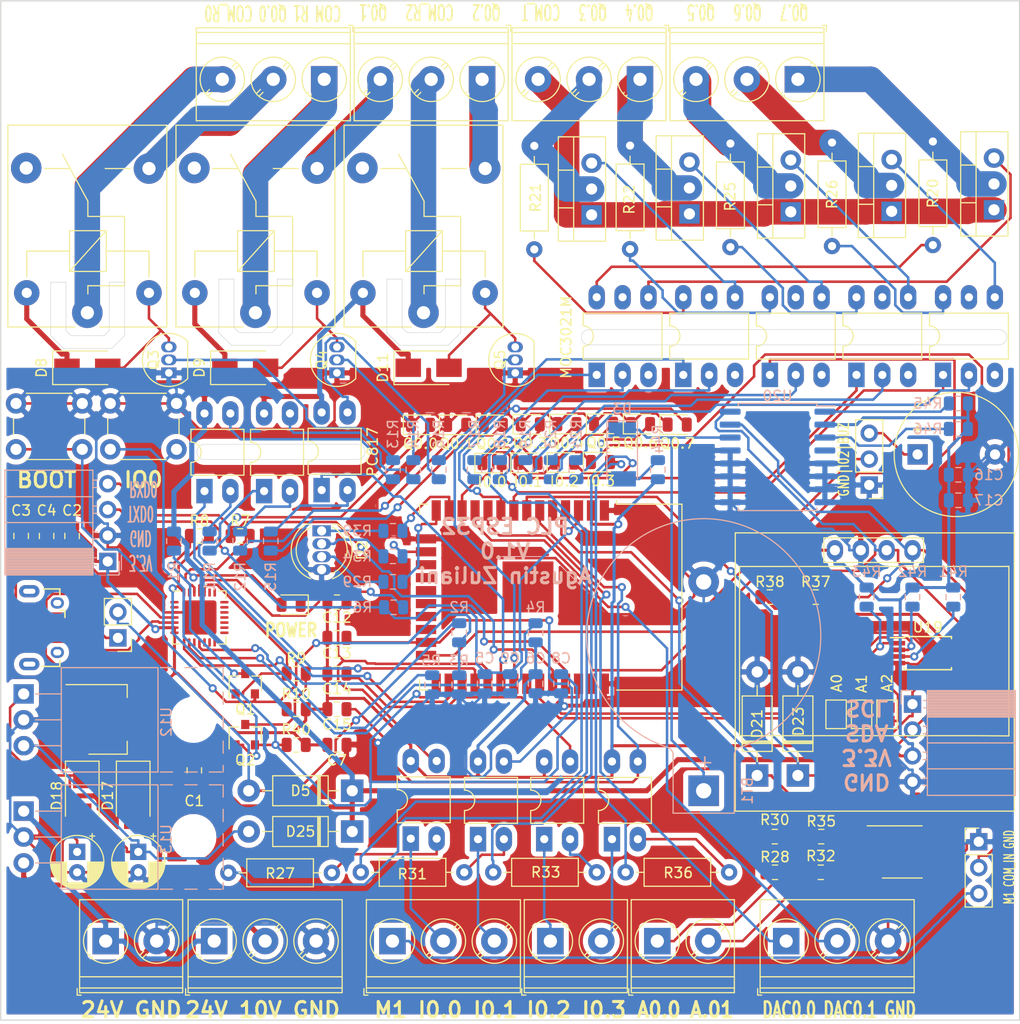
<source format=kicad_pcb>
(kicad_pcb (version 20171130) (host pcbnew "(5.1.4)-1")
  (layers (0 F.Cu signal) (31 B.Cu signal) (34 B.Paste user) (35 F.Paste user) (36 B.SilkS user) (37 F.SilkS user) (38 B.Mask user) (39 F.Mask user) (44 Edge.Cuts user))
  (net 0 "")
  (net 1 GND)
  (net 2 /Control/IO2)
  (net 3 +5V)
  (net 4 +3V3)
  (net 5 /Control/EN)
  (net 6 /Control/IO0)
  (net 7 "Net-(C10-Pad1)")
  (net 8 /Control/I0.0)
  (net 9 /Control/I0.1)
  (net 10 /Control/I0.2)
  (net 11 /Control/I0.3)
  (net 12 "Net-(D1-Pad2)")
  (net 13 VBUS)
  (net 14 "Net-(D6-Pad2)")
  (net 15 "Net-(D7-Pad2)")
  (net 16 "Net-(D8-Pad2)")
  (net 17 "Net-(D9-Pad2)")
  (net 18 "Net-(D10-Pad2)")
  (net 19 "Net-(D11-Pad2)")
  (net 20 "Net-(D12-Pad2)")
  (net 21 "Net-(D13-Pad2)")
  (net 22 "Net-(D14-Pad2)")
  (net 23 "Net-(D15-Pad2)")
  (net 24 "Net-(D16-Pad2)")
  (net 25 +10V)
  (net 26 "Net-(D19-Pad2)")
  (net 27 /Entradas/COM_IN)
  (net 28 "Net-(D20-Pad2)")
  (net 29 /Control/A0.0)
  (net 30 "Net-(D22-Pad2)")
  (net 31 /Control/A0.1)
  (net 32 "Net-(D24-Pad2)")
  (net 33 "Net-(J1-Pad4)")
  (net 34 /Control/D+)
  (net 35 /Control/D-)
  (net 36 "Net-(J1-Pad1)")
  (net 37 /Salidas/COM_RELE2)
  (net 38 /Salidas/Q0.0_NA)
  (net 39 /Salidas/COM_RELE1)
  (net 40 /Salidas/Q0.2_NA)
  (net 41 /Salidas/COM_RELE3)
  (net 42 /Salidas/Q0.1_NA)
  (net 43 /Salidas/Q0.4_NA)
  (net 44 /Salidas/Q0.3_NA)
  (net 45 /Salidas/COM_TRIAC)
  (net 46 /Salidas/Q0.7_NA)
  (net 47 /Salidas/Q0.6_NA)
  (net 48 /Salidas/Q0.5_NA)
  (net 49 +24V)
  (net 50 /Control/SDA)
  (net 51 /Control/SCL)
  (net 52 /Control/DAC0.1)
  (net 53 /Control/DAC0.0)
  (net 54 /Control/IO13)
  (net 55 /Control/RXD0)
  (net 56 /Control/TXD0)
  (net 57 /Entradas/In0.1)
  (net 58 /Entradas/In0.0)
  (net 59 /Entradas/M1)
  (net 60 /Entradas/In0.3)
  (net 61 /Entradas/In0.2)
  (net 62 /Entradas/AN0.1)
  (net 63 /Entradas/AN0.0)
  (net 64 "Net-(K1-Pad4)")
  (net 65 "Net-(K2-Pad4)")
  (net 66 "Net-(K3-Pad4)")
  (net 67 "Net-(Q1-Pad3)")
  (net 68 /Control/RTS)
  (net 69 "Net-(Q2-Pad3)")
  (net 70 /Control/DTR)
  (net 71 "Net-(Q3-Pad2)")
  (net 72 "Net-(Q4-Pad2)")
  (net 73 "Net-(Q5-Pad2)")
  (net 74 "Net-(Q6-Pad3)")
  (net 75 "Net-(Q7-Pad3)")
  (net 76 "Net-(Q8-Pad3)")
  (net 77 "Net-(Q9-Pad3)")
  (net 78 "Net-(Q10-Pad3)")
  (net 79 "Net-(R2-Pad1)")
  (net 80 "Net-(R4-Pad1)")
  (net 81 /Control/ACTIVE)
  (net 82 /Control/RXD)
  (net 83 /Control/TXD)
  (net 84 "Net-(R11-Pad1)")
  (net 85 "Net-(R12-Pad1)")
  (net 86 "Net-(R13-Pad1)")
  (net 87 "Net-(R14-Pad1)")
  (net 88 "Net-(R15-Pad1)")
  (net 89 "Net-(R16-Pad1)")
  (net 90 "Net-(R17-Pad1)")
  (net 91 "Net-(R18-Pad1)")
  (net 92 "Net-(R19-Pad1)")
  (net 93 "Net-(R20-Pad2)")
  (net 94 "Net-(R21-Pad2)")
  (net 95 "Net-(R22-Pad2)")
  (net 96 "Net-(R23-Pad1)")
  (net 97 "Net-(R24-Pad1)")
  (net 98 "Net-(R25-Pad2)")
  (net 99 "Net-(R26-Pad2)")
  (net 100 "Net-(R27-Pad1)")
  (net 101 "Net-(R28-Pad2)")
  (net 102 "Net-(R31-Pad1)")
  (net 103 "Net-(R32-Pad2)")
  (net 104 "Net-(R33-Pad1)")
  (net 105 "Net-(R36-Pad1)")
  (net 106 /Control/DSR)
  (net 107 /Control/CTS)
  (net 108 "Net-(U2-Pad22)")
  (net 109 "Net-(U2-Pad21)")
  (net 110 "Net-(U2-Pad20)")
  (net 111 "Net-(U2-Pad19)")
  (net 112 "Net-(U2-Pad18)")
  (net 113 "Net-(U2-Pad17)")
  (net 114 "Net-(U2-Pad16)")
  (net 115 "Net-(U2-Pad15)")
  (net 116 "Net-(U2-Pad14)")
  (net 117 "Net-(U2-Pad13)")
  (net 118 "Net-(U2-Pad12)")
  (net 119 "Net-(U2-Pad10)")
  (net 120 /Control/RI)
  (net 121 /Control/DCD)
  (net 122 /Control/Q0.2)
  (net 123 "Net-(U3-Pad32)")
  (net 124 /Control/Q0.1)
  (net 125 /Control/Q0.0)
  (net 126 /Control/SD1)
  (net 127 /Control/SD0)
  (net 128 /Control/CLK)
  (net 129 /Control/CMD)
  (net 130 /Control/SD3)
  (net 131 /Control/SD2)
  (net 132 /Control/Q0.3)
  (net 133 /Control/Q0.5)
  (net 134 /Control/Q0.4)
  (net 135 /Control/Q0.7)
  (net 136 /Control/Q0.6)
  (net 137 /Control/SENSOR_VN)
  (net 138 "Net-(U7-Pad3)")
  (net 139 "Net-(U7-Pad5)")
  (net 140 "Net-(U8-Pad3)")
  (net 141 "Net-(U8-Pad5)")
  (net 142 "Net-(U9-Pad3)")
  (net 143 "Net-(U9-Pad5)")
  (net 144 "Net-(U10-Pad3)")
  (net 145 "Net-(U10-Pad5)")
  (net 146 "Net-(U11-Pad3)")
  (net 147 "Net-(U11-Pad5)")
  (net 148 "Net-(BZ1-Pad1)")
  (net 149 "Net-(C11-Pad1)")
  (net 150 "Net-(D2-Pad3)")
  (net 151 "Net-(D2-Pad2)")
  (net 152 "Net-(D2-Pad1)")
  (net 153 /Control/IO12)
  (net 154 /Control/IO14)
  (net 155 "Net-(BT1-Pad1)")
  (net 156 "Net-(D3-Pad2)")
  (net 157 "Net-(R45-Pad2)")
  (net 158 "Net-(R46-Pad2)")
  (net 159 "Net-(U20-Pad4)")
  (net 160 "Net-(A0-Pad2)")
  (net 161 "Net-(A1-Pad2)")
  (net 162 "Net-(A2-Pad2)")
  (module BorneraTornillos:BatteryHolder_Keystone_103_1x20mm (layer B.Cu) (at 149 142.5 90)
    (fp_text reference BT1 (at 0 4.3 90) (layer B.SilkS) (effects (justify mirror)))
    (fp_text value Battery_Cell)
    (fp_text user + (at 2.75 0 90) (layer B.SilkS) (effects (font (size 1.5 1.5)) (justify mirror)))
    (pad 1 thru_hole rect (at 0 0 90) (size 3 3) (drill 1.5) (layers *.Cu *.Mask) (net 155 "Net-(BT1-Pad1)"))
    (pad 2 thru_hole circle (at 20.49 0 90) (size 3 3) (drill 1.5) (layers *.Cu *.Mask) (net 1 GND))
  )
  (module Package_SO:SOIC-16W_7.5x10.3mm_P1.27mm (layer B.Cu) (at 156.25 109.75 180)
    (fp_text reference U20 (at 0 6) (layer B.SilkS) (effects (justify mirror)))
    (fp_text value DS3231M)
    (pad 16 smd roundrect (at 4.65 4.445 180) (size 2.05 0.6) (layers B.Cu B.Paste B.Mask) (net 51 /Control/SCL))
    (pad 15 smd roundrect (at 4.65 3.175 180) (size 2.05 0.6) (layers B.Cu B.Paste B.Mask) (net 50 /Control/SDA))
    (pad 14 smd roundrect (at 4.65 1.905 180) (size 2.05 0.6) (layers B.Cu B.Paste B.Mask) (net 155 "Net-(BT1-Pad1)"))
    (pad 13 smd roundrect (at 4.65 0.635 180) (size 2.05 0.6) (layers B.Cu B.Paste B.Mask) (net 1 GND))
    (pad 12 smd roundrect (at 4.65 -0.635 180) (size 2.05 0.6) (layers B.Cu B.Paste B.Mask) (net 1 GND))
    (pad 11 smd roundrect (at 4.65 -1.905 180) (size 2.05 0.6) (layers B.Cu B.Paste B.Mask) (net 1 GND))
    (pad 10 smd roundrect (at 4.65 -3.175 180) (size 2.05 0.6) (layers B.Cu B.Paste B.Mask) (net 1 GND))
    (pad 9 smd roundrect (at 4.65 -4.445 180) (size 2.05 0.6) (layers B.Cu B.Paste B.Mask) (net 1 GND))
    (pad 8 smd roundrect (at -4.65 -4.445 180) (size 2.05 0.6) (layers B.Cu B.Paste B.Mask) (net 1 GND))
    (pad 7 smd roundrect (at -4.65 -3.175 180) (size 2.05 0.6) (layers B.Cu B.Paste B.Mask) (net 1 GND))
    (pad 6 smd roundrect (at -4.65 -1.905 180) (size 2.05 0.6) (layers B.Cu B.Paste B.Mask) (net 1 GND))
    (pad 5 smd roundrect (at -4.65 -0.635 180) (size 2.05 0.6) (layers B.Cu B.Paste B.Mask) (net 1 GND))
    (pad 4 smd roundrect (at -4.65 0.635 180) (size 2.05 0.6) (layers B.Cu B.Paste B.Mask) (net 159 "Net-(U20-Pad4)"))
    (pad 3 smd roundrect (at -4.65 1.905 180) (size 2.05 0.6) (layers B.Cu B.Paste B.Mask) (net 158 "Net-(R46-Pad2)"))
    (pad 2 smd roundrect (at -4.65 3.175 180) (size 2.05 0.6) (layers B.Cu B.Paste B.Mask) (net 4 +3V3))
    (pad 1 smd roundrect (at -4.65 4.445 180) (size 2.05 0.6) (layers B.Cu B.Paste B.Mask) (net 157 "Net-(R45-Pad2)"))
  )
  (module Package_SO:TSSOP-8_4.4x3mm_P0.65mm (layer F.Cu) (at 171 129)
    (fp_text reference U19 (at 0 -2.55 180) (layer F.SilkS))
    (fp_text value AT24CS32-XHM)
    (pad 8 smd rect (at 2.95 -0.975) (size 1.45 0.45) (layers F.Cu F.Paste F.Mask) (net 4 +3V3))
    (pad 7 smd rect (at 2.95 -0.325) (size 1.45 0.45) (layers F.Cu F.Paste F.Mask) (net 1 GND))
    (pad 6 smd rect (at 2.95 0.325) (size 1.45 0.45) (layers F.Cu F.Paste F.Mask) (net 51 /Control/SCL))
    (pad 5 smd rect (at 2.95 0.975) (size 1.45 0.45) (layers F.Cu F.Paste F.Mask) (net 50 /Control/SDA))
    (pad 4 smd rect (at -2.95 0.975) (size 1.45 0.45) (layers F.Cu F.Paste F.Mask) (net 1 GND))
    (pad 3 smd rect (at -2.95 0.325) (size 1.45 0.45) (layers F.Cu F.Paste F.Mask) (net 162 "Net-(A2-Pad2)"))
    (pad 2 smd rect (at -2.95 -0.325) (size 1.45 0.45) (layers F.Cu F.Paste F.Mask) (net 161 "Net-(A1-Pad2)"))
    (pad 1 smd rect (at -2.95 -0.975) (size 1.45 0.45) (layers F.Cu F.Paste F.Mask) (net 160 "Net-(A0-Pad2)"))
  )
  (module Resistor_SMD:R_0805_2012Metric (layer B.Cu) (at 174 107 180)
    (fp_text reference R46 (at 3 0) (layer B.SilkS) (effects (justify mirror)))
    (fp_text value "4K7 1/8W 5%")
    (pad 2 smd roundrect (at 0.9375 0 180) (size 0.975 1.4) (layers B.Cu B.Paste B.Mask) (net 158 "Net-(R46-Pad2)"))
    (pad 1 smd roundrect (at -0.9375 0 180) (size 0.975 1.4) (layers B.Cu B.Paste B.Mask) (net 4 +3V3))
  )
  (module Resistor_SMD:R_0805_2012Metric (layer B.Cu) (at 174 104.5 180)
    (fp_text reference R45 (at 3 0) (layer B.SilkS) (effects (justify mirror)))
    (fp_text value "4K7 1/8W 5%")
    (pad 2 smd roundrect (at 0.9375 0 180) (size 0.975 1.4) (layers B.Cu B.Paste B.Mask) (net 157 "Net-(R45-Pad2)"))
    (pad 1 smd roundrect (at -0.9375 0 180) (size 0.975 1.4) (layers B.Cu B.Paste B.Mask) (net 4 +3V3))
  )
  (module Resistor_SMD:R_0805_2012Metric (layer B.Cu) (at 144.5 111 270)
    (fp_text reference R44 (at -3 0 90) (layer B.SilkS) (effects (justify mirror)))
    (fp_text value "200 1/8W 5%")
    (pad 2 smd roundrect (at 0.9375 0 270) (size 0.975 1.4) (layers B.Cu B.Paste B.Mask) (net 4 +3V3))
    (pad 1 smd roundrect (at -0.9375 0 270) (size 0.975 1.4) (layers B.Cu B.Paste B.Mask) (net 156 "Net-(D3-Pad2)"))
  )
  (module Resistor_SMD:R_0805_2012Metric (layer B.Cu) (at 165 123.5 270)
    (fp_text reference R43 (at -2.5 0 180) (layer B.SilkS) (effects (justify mirror)))
    (fp_text value "4K7 1/8W 5%")
    (pad 2 smd roundrect (at 0.9375 0 270) (size 0.975 1.4) (layers B.Cu B.Paste B.Mask) (net 160 "Net-(A0-Pad2)"))
    (pad 1 smd roundrect (at -0.9375 0 270) (size 0.975 1.4) (layers B.Cu B.Paste B.Mask) (net 4 +3V3))
  )
  (module Resistor_SMD:R_0805_2012Metric (layer B.Cu) (at 169.5 123.5 270)
    (fp_text reference R42 (at -2.5 0 180) (layer B.SilkS) (effects (justify mirror)))
    (fp_text value "4K7 1/8W 5%")
    (pad 2 smd roundrect (at 0.9375 0 270) (size 0.975 1.4) (layers B.Cu B.Paste B.Mask) (net 161 "Net-(A1-Pad2)"))
    (pad 1 smd roundrect (at -0.9375 0 270) (size 0.975 1.4) (layers B.Cu B.Paste B.Mask) (net 4 +3V3))
  )
  (module Resistor_SMD:R_0805_2012Metric (layer B.Cu) (at 173.5 123.5 270)
    (fp_text reference R41 (at -2.5 0 180) (layer B.SilkS) (effects (justify mirror)))
    (fp_text value "4K7 1/8W 5%")
    (pad 2 smd roundrect (at 0.9375 0 270) (size 0.975 1.4) (layers B.Cu B.Paste B.Mask) (net 162 "Net-(A2-Pad2)"))
    (pad 1 smd roundrect (at -0.9375 0 270) (size 0.975 1.4) (layers B.Cu B.Paste B.Mask) (net 4 +3V3))
  )
  (module Jumper:SolderJumper-2_P1.3mm_Open_Pad1.0x1.5mm (layer F.Cu) (at 167 135 270)
    (fp_text reference A2 (at -3.06 -0.004833 90) (layer F.SilkS))
    (fp_text value Jumper)
    (pad 1 smd rect (at -0.65 0 270) (size 1 1.5) (layers F.Cu F.Mask) (net 1 GND))
    (pad 2 smd rect (at 0.65 0 270) (size 1 1.5) (layers F.Cu F.Mask) (net 162 "Net-(A2-Pad2)"))
  )
  (module Jumper:SolderJumper-2_P1.3mm_Open_Pad1.0x1.5mm (layer F.Cu) (at 164.5 135 270)
    (fp_text reference A1 (at -3 0 90) (layer F.SilkS))
    (fp_text value Jumper)
    (pad 1 smd rect (at -0.65 0 270) (size 1 1.5) (layers F.Cu F.Mask) (net 1 GND))
    (pad 2 smd rect (at 0.65 0 270) (size 1 1.5) (layers F.Cu F.Mask) (net 161 "Net-(A1-Pad2)"))
  )
  (module Jumper:SolderJumper-2_P1.3mm_Open_Pad1.0x1.5mm (layer F.Cu) (at 162 135 270)
    (fp_text reference A0 (at -3.06 -0.054833 90) (layer F.SilkS))
    (fp_text value Jumper)
    (pad 1 smd rect (at -0.65 0 270) (size 1 1.5) (layers F.Cu F.Mask) (net 1 GND))
    (pad 2 smd rect (at 0.65 0 270) (size 1 1.5) (layers F.Cu F.Mask) (net 160 "Net-(A0-Pad2)"))
  )
  (module Diode_SMD:D_MELF (layer B.Cu) (at 141 109.5 270)
    (fp_text reference D3 (at -4.5 0) (layer B.SilkS) (effects (justify mirror)))
    (fp_text value 1N4148)
    (pad 2 smd rect (at 2.4 0 270) (size 1.5 2.7) (layers B.Cu B.Paste B.Mask) (net 156 "Net-(D3-Pad2)"))
    (pad 1 smd rect (at -2.4 0 270) (size 1.5 2.7) (layers B.Cu B.Paste B.Mask) (net 155 "Net-(BT1-Pad1)"))
  )
  (module Capacitor_SMD:C_0805_2012Metric (layer B.Cu) (at 174 114)
    (fp_text reference C17 (at 3 0) (layer B.SilkS) (effects (justify mirror)))
    (fp_text value 0.1uf)
    (pad 2 smd roundrect (at 0.9375 0) (size 0.975 1.4) (layers B.Cu B.Paste B.Mask) (net 1 GND))
    (pad 1 smd roundrect (at -0.9375 0) (size 0.975 1.4) (layers B.Cu B.Paste B.Mask) (net 4 +3V3))
  )
  (module Capacitor_SMD:C_0805_2012Metric (layer B.Cu) (at 174 111.5)
    (fp_text reference C16 (at 3 0) (layer B.SilkS) (effects (justify mirror)))
    (fp_text value 0.1uf)
    (pad 2 smd roundrect (at 0.9375 0) (size 0.975 1.4) (layers B.Cu B.Paste B.Mask) (net 1 GND))
    (pad 1 smd roundrect (at -0.9375 0) (size 0.975 1.4) (layers B.Cu B.Paste B.Mask) (net 4 +3V3))
  )
  (module Capacitor_SMD:C_0805_2012Metric (layer F.Cu) (at 113 134.5)
    (fp_text reference C15 (at 0 1.5) (layer F.SilkS))
    (fp_text value 100nf)
    (pad 2 smd roundrect (at 0.9375 0) (size 0.975 1.4) (layers F.Cu F.Paste F.Mask) (net 11 /Control/I0.3))
    (pad 1 smd roundrect (at -0.9375 0) (size 0.975 1.4) (layers F.Cu F.Paste F.Mask) (net 4 +3V3))
  )
  (module Capacitor_SMD:C_0805_2012Metric (layer F.Cu) (at 113 131)
    (fp_text reference C14 (at 0 1.5) (layer F.SilkS))
    (fp_text value 100nf)
    (pad 2 smd roundrect (at 0.9375 0) (size 0.975 1.4) (layers F.Cu F.Paste F.Mask) (net 10 /Control/I0.2))
    (pad 1 smd roundrect (at -0.9375 0) (size 0.975 1.4) (layers F.Cu F.Paste F.Mask) (net 4 +3V3))
  )
  (module Capacitor_SMD:C_0805_2012Metric (layer F.Cu) (at 113 127.5)
    (fp_text reference C13 (at 0 1.5) (layer F.SilkS))
    (fp_text value 100nf)
    (pad 2 smd roundrect (at 0.9375 0) (size 0.975 1.4) (layers F.Cu F.Paste F.Mask) (net 9 /Control/I0.1))
    (pad 1 smd roundrect (at -0.9375 0) (size 0.975 1.4) (layers F.Cu F.Paste F.Mask) (net 4 +3V3))
  )
  (module Capacitor_SMD:C_0805_2012Metric (layer F.Cu) (at 113 124)
    (fp_text reference C12 (at 0 1.5) (layer F.SilkS))
    (fp_text value 100nf)
    (pad 2 smd roundrect (at 0.9375 0) (size 0.975 1.4) (layers F.Cu F.Paste F.Mask) (net 8 /Control/I0.0))
    (pad 1 smd roundrect (at -0.9375 0) (size 0.975 1.4) (layers F.Cu F.Paste F.Mask) (net 4 +3V3))
  )
  (module Resistor_SMD:R_0805_2012Metric (layer B.Cu) (at 118.5 117)
    (fp_text reference R39 (at -3.5 0 180) (layer B.SilkS) (effects (justify mirror)))
    (fp_text value "100 Ohm 1/8W 5%")
    (pad 2 smd roundrect (at 0.9375 0) (size 0.975 1.4) (layers B.Cu B.Paste B.Mask) (net 154 /Control/IO14))
    (pad 1 smd roundrect (at -0.9375 0) (size 0.975 1.4) (layers B.Cu B.Paste B.Mask) (net 152 "Net-(D2-Pad1)"))
  )
  (module Resistor_SMD:R_0805_2012Metric (layer B.Cu) (at 118.5 119.5)
    (fp_text reference R34 (at -3.5 0 180) (layer B.SilkS) (effects (justify mirror)))
    (fp_text value "100 Ohm 1/8W 5%")
    (pad 2 smd roundrect (at 0.9375 0) (size 0.975 1.4) (layers B.Cu B.Paste B.Mask) (net 54 /Control/IO13))
    (pad 1 smd roundrect (at -0.9375 0) (size 0.975 1.4) (layers B.Cu B.Paste B.Mask) (net 151 "Net-(D2-Pad2)"))
  )
  (module Resistor_SMD:R_0805_2012Metric (layer B.Cu) (at 118.5 122)
    (fp_text reference R29 (at -3.5 0) (layer B.SilkS) (effects (justify mirror)))
    (fp_text value "100 Ohm 1/8W 5%")
    (pad 2 smd roundrect (at 0.9375 0) (size 0.975 1.4) (layers B.Cu B.Paste B.Mask) (net 153 /Control/IO12))
    (pad 1 smd roundrect (at -0.9375 0) (size 0.975 1.4) (layers B.Cu B.Paste B.Mask) (net 150 "Net-(D2-Pad3)"))
  )
  (module LED_THT:LED_D5.0mm-4_RGB (layer F.Cu) (at 111.5 117 270)
    (fp_text reference D2 (at 1.905 -3.96 90) (layer F.SilkS))
    (fp_text value LED_RGBC)
    (pad 4 thru_hole oval (at 3.81 0 270) (size 1.07 1.8) (drill 0.9) (layers *.Cu *.Mask) (net 1 GND))
    (pad 3 thru_hole oval (at 2.54 0 270) (size 1.07 1.8) (drill 0.9) (layers *.Cu *.Mask) (net 150 "Net-(D2-Pad3)"))
    (pad 2 thru_hole oval (at 1.27 0 270) (size 1.07 1.8) (drill 0.9) (layers *.Cu *.Mask) (net 151 "Net-(D2-Pad2)"))
    (pad 1 thru_hole rect (at 0 0 270) (size 1.07 1.8) (drill 0.9) (layers *.Cu *.Mask) (net 152 "Net-(D2-Pad1)"))
  )
  (module Diode_SMD:D_SMA (layer F.Cu) (at 88 143 270)
    (fp_text reference D18 (at 0 2.5 270) (layer F.SilkS))
    (fp_text value 1N4007)
    (pad 2 smd rect (at 2 0 270) (size 2.5 1.8) (layers F.Cu F.Paste F.Mask) (net 149 "Net-(C11-Pad1)"))
    (pad 1 smd rect (at -2 0 270) (size 2.5 1.8) (layers F.Cu F.Paste F.Mask) (net 7 "Net-(C10-Pad1)"))
  )
  (module Diode_SMD:D_SMA (layer F.Cu) (at 93 143 270)
    (fp_text reference D17 (at 0 2.5 270) (layer F.SilkS))
    (fp_text value 1N4007)
    (pad 2 smd rect (at 2 0 270) (size 2.5 1.8) (layers F.Cu F.Paste F.Mask) (net 25 +10V))
    (pad 1 smd rect (at -2 0 270) (size 2.5 1.8) (layers F.Cu F.Paste F.Mask) (net 7 "Net-(C10-Pad1)"))
  )
  (module Diode_SMD:D_SMA (layer F.Cu) (at 122 101)
    (fp_text reference D11 (at -4.5 0 90) (layer F.SilkS))
    (fp_text value 1N4007)
    (pad 2 smd rect (at 2 0) (size 2.5 1.8) (layers F.Cu F.Paste F.Mask) (net 19 "Net-(D11-Pad2)"))
    (pad 1 smd rect (at -2 0) (size 2.5 1.8) (layers F.Cu F.Paste F.Mask) (net 3 +5V))
  )
  (module Diode_SMD:D_SMA (layer F.Cu) (at 104 101)
    (fp_text reference D9 (at -4.5 0 90) (layer F.SilkS))
    (fp_text value 1N4007)
    (pad 2 smd rect (at 2 0) (size 2.5 1.8) (layers F.Cu F.Paste F.Mask) (net 17 "Net-(D9-Pad2)"))
    (pad 1 smd rect (at -2 0) (size 2.5 1.8) (layers F.Cu F.Paste F.Mask) (net 3 +5V))
  )
  (module Diode_SMD:D_SMA (layer F.Cu) (at 88.5 101)
    (fp_text reference D8 (at -4.5 0 90) (layer F.SilkS))
    (fp_text value 1N4007)
    (pad 2 smd rect (at 2 0) (size 2.5 1.8) (layers F.Cu F.Paste F.Mask) (net 16 "Net-(D8-Pad2)"))
    (pad 1 smd rect (at -2 0) (size 2.5 1.8) (layers F.Cu F.Paste F.Mask) (net 3 +5V))
  )
  (module Package_TO_SOT_THT:TO-220-3_Horizontal_TabUp (layer B.Cu) (at 82.25 144.5 270)
    (fp_text reference U13 (at 2.75 -14 270) (layer B.SilkS) (effects (justify mirror)))
    (fp_text value LM7810_TO220)
    (pad 3 thru_hole oval (at 5.08 0 270) (size 1.905 2) (drill 1.1) (layers *.Cu *.Mask) (net 25 +10V))
    (pad 2 thru_hole oval (at 2.54 0 270) (size 1.905 2) (drill 1.1) (layers *.Cu *.Mask) (net 1 GND))
    (pad 1 thru_hole rect (at 0 0 270) (size 1.905 2) (drill 1.1) (layers *.Cu *.Mask) (net 49 +24V))
    (pad "" np_thru_hole oval (at 2.54 -16.66 270) (size 3.5 3.5) (drill 3.5) (layers *.Cu *.Mask))
  )
  (module Package_TO_SOT_THT:TO-220-3_Horizontal_TabUp (layer B.Cu) (at 82.25 133 270)
    (fp_text reference U12 (at 2.75 -14 90) (layer B.SilkS) (effects (justify mirror)))
    (fp_text value LM7805_TO220)
    (pad 3 thru_hole oval (at 5.08 0 270) (size 1.905 2) (drill 1.1) (layers *.Cu *.Mask) (net 149 "Net-(C11-Pad1)"))
    (pad 2 thru_hole oval (at 2.54 0 270) (size 1.905 2) (drill 1.1) (layers *.Cu *.Mask) (net 1 GND))
    (pad 1 thru_hole rect (at 0 0 270) (size 1.905 2) (drill 1.1) (layers *.Cu *.Mask) (net 7 "Net-(C10-Pad1)"))
    (pad "" np_thru_hole oval (at 2.54 -16.66 270) (size 3.5 3.5) (drill 3.5) (layers *.Cu *.Mask))
  )
  (module Connector_PinSocket_2.54mm:PinSocket_1x04_P2.54mm_Horizontal (layer B.Cu) (at 90.5 120)
    (fp_text reference J12 hide)
    (fp_text value UART_SERIE)
    (pad 4 thru_hole oval (at 0 -7.62) (size 1.7 1.7) (drill 1) (layers *.Cu *.Mask) (net 55 /Control/RXD0))
    (pad 3 thru_hole oval (at 0 -5.08) (size 1.7 1.7) (drill 1) (layers *.Cu *.Mask) (net 56 /Control/TXD0))
    (pad 2 thru_hole oval (at 0 -2.54) (size 1.7 1.7) (drill 1) (layers *.Cu *.Mask) (net 1 GND))
    (pad 1 thru_hole rect (at 0 0) (size 1.7 1.7) (drill 1) (layers *.Cu *.Mask) (net 4 +3V3))
  )
  (module Resistor_SMD:R_0805_2012Metric (layer F.Cu) (at 109 138)
    (fp_text reference R40 (at 0 -1.5) (layer F.SilkS))
    (fp_text value "10K(5%)")
    (pad 2 smd roundrect (at 0.9375 0) (size 0.975 1.4) (layers F.Cu F.Paste F.Mask) (net 4 +3V3))
    (pad 1 smd roundrect (at -0.9375 0) (size 0.975 1.4) (layers F.Cu F.Paste F.Mask) (net 6 /Control/IO0))
  )
  (module Connector_PinHeader_2.54mm:PinHeader_1x03_P2.54mm_Vertical (layer F.Cu) (at 165.25 112.5 180)
    (fp_text reference JP3 hide)
    (fp_text value IO2)
    (pad 3 thru_hole oval (at 0 5.08 180) (size 1.7 1.7) (drill 1) (layers *.Cu *.Mask) (net 148 "Net-(BZ1-Pad1)"))
    (pad 2 thru_hole oval (at 0 2.54 180) (size 1.7 1.7) (drill 1) (layers *.Cu *.Mask) (net 2 /Control/IO2))
    (pad 1 thru_hole rect (at 0 0 180) (size 1.7 1.7) (drill 1) (layers *.Cu *.Mask) (net 1 GND))
  )
  (module Diode_THT:D_DO-41_SOD81_P10.16mm_Horizontal (layer F.Cu) (at 114.5 146.5 180)
    (fp_text reference D25 (at 5.08 0) (layer F.SilkS))
    (fp_text value "BAT760-7 30V 1A")
    (pad 2 thru_hole oval (at 10.16 0 180) (size 2.2 2.2) (drill 1.1) (layers *.Cu *.Mask) (net 149 "Net-(C11-Pad1)"))
    (pad 1 thru_hole rect (at 0 0 180) (size 2.2 2.2) (drill 1.1) (layers *.Cu *.Mask) (net 3 +5V))
  )
  (module Relay_THT:Relay_SPDT_SANYOU_SRD_Series_Form_C (layer F.Cu) (at 121.5 95.6 90)
    (fp_text reference K3 hide)
    (fp_text value SANYOU_SRD_Form_C)
    (pad 1 thru_hole circle (at 0 0 180) (size 3 3) (drill 1.3) (layers *.Cu *.Mask) (net 41 /Salidas/COM_RELE3))
    (pad 5 thru_hole circle (at 1.95 -5.95 180) (size 2.5 2.5) (drill 1) (layers *.Cu *.Mask) (net 3 +5V))
    (pad 4 thru_hole circle (at 14.2 -6 180) (size 3 3) (drill 1.3) (layers *.Cu *.Mask) (net 66 "Net-(K3-Pad4)"))
    (pad 3 thru_hole circle (at 14.15 6.05 180) (size 3 3) (drill 1.3) (layers *.Cu *.Mask) (net 40 /Salidas/Q0.2_NA))
    (pad 2 thru_hole circle (at 1.95 6.05 180) (size 2.5 2.5) (drill 1) (layers *.Cu *.Mask) (net 19 "Net-(D11-Pad2)"))
  )
  (module Package_TO_SOT_SMD:SOT-23 (layer F.Cu) (at 104 137 90)
    (fp_text reference Q2 (at -2.5 0 180) (layer F.SilkS))
    (fp_text value SS8050-G)
    (pad 3 smd rect (at 1 0 90) (size 0.9 0.8) (layers F.Cu F.Paste F.Mask) (net 69 "Net-(Q2-Pad3)"))
    (pad 2 smd rect (at -1 0.95 90) (size 0.9 0.8) (layers F.Cu F.Paste F.Mask) (net 6 /Control/IO0))
    (pad 1 smd rect (at -1 -0.95 90) (size 0.9 0.8) (layers F.Cu F.Paste F.Mask) (net 70 /Control/DTR))
  )
  (module Package_TO_SOT_SMD:SOT-23 (layer F.Cu) (at 104 132 90)
    (fp_text reference Q1 (at -2.5 0 180) (layer F.SilkS))
    (fp_text value SS8050-G)
    (pad 3 smd rect (at 1 0 90) (size 0.9 0.8) (layers F.Cu F.Paste F.Mask) (net 67 "Net-(Q1-Pad3)"))
    (pad 2 smd rect (at -1 0.95 90) (size 0.9 0.8) (layers F.Cu F.Paste F.Mask) (net 5 /Control/EN))
    (pad 1 smd rect (at -1 -0.95 90) (size 0.9 0.8) (layers F.Cu F.Paste F.Mask) (net 68 /Control/RTS))
  )
  (module LED_SMD:LED_0805_2012Metric (layer F.Cu) (at 108.5 124.25 180)
    (fp_text reference D1 hide)
    (fp_text value "LED RED")
    (pad 2 smd roundrect (at 0.9375 0 180) (size 0.975 1.4) (layers F.Cu F.Paste F.Mask) (net 12 "Net-(D1-Pad2)"))
    (pad 1 smd roundrect (at -0.9375 0 180) (size 0.975 1.4) (layers F.Cu F.Paste F.Mask) (net 1 GND))
  )
  (module LED_SMD:LED_0805_2012Metric (layer F.Cu) (at 138.875 110.25)
    (fp_text reference D24 hide)
    (fp_text value I0.3 (at 0 1.85) (layer F.SilkS))
    (pad 2 smd roundrect (at 0.9375 0) (size 0.975 1.4) (layers F.Cu F.Paste F.Mask) (net 32 "Net-(D24-Pad2)"))
    (pad 1 smd roundrect (at -0.9375 0) (size 0.975 1.4) (layers F.Cu F.Paste F.Mask) (net 27 /Entradas/COM_IN))
  )
  (module LED_SMD:LED_0805_2012Metric (layer F.Cu) (at 135.325 110.3)
    (fp_text reference D22 hide)
    (fp_text value I0.2 (at 0 1.85) (layer F.SilkS))
    (pad 2 smd roundrect (at 0.9375 0) (size 0.975 1.4) (layers F.Cu F.Paste F.Mask) (net 30 "Net-(D22-Pad2)"))
    (pad 1 smd roundrect (at -0.9375 0) (size 0.975 1.4) (layers F.Cu F.Paste F.Mask) (net 27 /Entradas/COM_IN))
  )
  (module LED_SMD:LED_0805_2012Metric (layer F.Cu) (at 131.765 110.32)
    (fp_text reference D20 hide)
    (fp_text value I0.1 (at 0 1.85) (layer F.SilkS))
    (pad 2 smd roundrect (at 0.9375 0) (size 0.975 1.4) (layers F.Cu F.Paste F.Mask) (net 28 "Net-(D20-Pad2)"))
    (pad 1 smd roundrect (at -0.9375 0) (size 0.975 1.4) (layers F.Cu F.Paste F.Mask) (net 27 /Entradas/COM_IN))
  )
  (module LED_SMD:LED_0805_2012Metric (layer F.Cu) (at 128.225 110.35)
    (fp_text reference D19 hide)
    (fp_text value I0.0 (at 0 1.85) (layer F.SilkS))
    (pad 2 smd roundrect (at 0.9375 0) (size 0.975 1.4) (layers F.Cu F.Paste F.Mask) (net 26 "Net-(D19-Pad2)"))
    (pad 1 smd roundrect (at -0.9375 0) (size 0.975 1.4) (layers F.Cu F.Paste F.Mask) (net 27 /Entradas/COM_IN))
  )
  (module Resistor_THT:R_Axial_DIN0207_L6.3mm_D2.5mm_P10.16mm_Horizontal (layer F.Cu) (at 138.5 150.5 180)
    (fp_text reference R33 (at 5 0 180) (layer F.SilkS))
    (fp_text value "1K/0.5W (5%)")
    (pad 2 thru_hole oval (at 10.16 0 180) (size 1.6 1.6) (drill 0.8) (layers *.Cu *.Mask) (net 30 "Net-(D22-Pad2)"))
    (pad 1 thru_hole circle (at 0 0 180) (size 1.6 1.6) (drill 0.8) (layers *.Cu *.Mask) (net 104 "Net-(R33-Pad1)"))
  )
  (module BorneraTornillos:128x64OLED (layer F.Cu) (at 165.5 129.5)
    (fp_text reference J9 hide)
    (fp_text value "PANTALLA OLED")
    (pad 2 thru_hole oval (at -1.08 -10.6 90) (size 2 1.6) (drill 1) (layers *.Cu *.Mask) (net 1 GND))
    (pad 1 thru_hole oval (at -3.62 -10.6 90) (size 2 1.6) (drill 1) (layers *.Cu *.Mask) (net 4 +3V3))
    (pad 3 thru_hole oval (at 1.46 -10.6 90) (size 2 1.6) (drill 1) (layers *.Cu *.Mask) (net 51 /Control/SCL))
    (pad 4 thru_hole oval (at 4 -10.6 90) (size 2 1.6) (drill 1) (layers *.Cu *.Mask) (net 50 /Control/SDA))
  )
  (module Package_SO:SOIC-8_3.9x4.9mm_P1.27mm (layer F.Cu) (at 168.5 148.5)
    (fp_text reference U15 hide)
    (fp_text value LM358)
    (pad 8 smd roundrect (at 2.475 -1.905) (size 1.95 0.6) (layers F.Cu F.Paste F.Mask) (net 3 +5V))
    (pad 7 smd roundrect (at 2.475 -0.635) (size 1.95 0.6) (layers F.Cu F.Paste F.Mask) (net 31 /Control/A0.1))
    (pad 6 smd roundrect (at 2.475 0.635) (size 1.95 0.6) (layers F.Cu F.Paste F.Mask) (net 31 /Control/A0.1))
    (pad 5 smd roundrect (at 2.475 1.905) (size 1.95 0.6) (layers F.Cu F.Paste F.Mask) (net 103 "Net-(R32-Pad2)"))
    (pad 4 smd roundrect (at -2.475 1.905) (size 1.95 0.6) (layers F.Cu F.Paste F.Mask) (net 1 GND))
    (pad 3 smd roundrect (at -2.475 0.635) (size 1.95 0.6) (layers F.Cu F.Paste F.Mask) (net 101 "Net-(R28-Pad2)"))
    (pad 2 smd roundrect (at -2.475 -0.635) (size 1.95 0.6) (layers F.Cu F.Paste F.Mask) (net 29 /Control/A0.0))
    (pad 1 smd roundrect (at -2.475 -1.905) (size 1.95 0.6) (layers F.Cu F.Paste F.Mask) (net 29 /Control/A0.0))
  )
  (module Package_DIP:DIP-4_W7.62mm_LongPads (layer F.Cu) (at 140 147.25 90)
    (fp_text reference U18 hide)
    (fp_text value PC817)
    (pad 4 thru_hole oval (at 7.62 0 90) (size 2.4 1.6) (drill 0.8) (layers *.Cu *.Mask) (net 4 +3V3))
    (pad 2 thru_hole oval (at 0 2.54 90) (size 2.4 1.6) (drill 0.8) (layers *.Cu *.Mask) (net 105 "Net-(R36-Pad1)"))
    (pad 3 thru_hole oval (at 7.62 2.54 90) (size 2.4 1.6) (drill 0.8) (layers *.Cu *.Mask) (net 11 /Control/I0.3))
    (pad 1 thru_hole rect (at 0 0 90) (size 2.4 1.6) (drill 0.8) (layers *.Cu *.Mask) (net 60 /Entradas/In0.3))
  )
  (module Package_DIP:DIP-4_W7.62mm_LongPads (layer F.Cu) (at 133.35 147.25 90)
    (fp_text reference U17 hide)
    (fp_text value PC817)
    (pad 4 thru_hole oval (at 7.62 0 90) (size 2.4 1.6) (drill 0.8) (layers *.Cu *.Mask) (net 4 +3V3))
    (pad 2 thru_hole oval (at 0 2.54 90) (size 2.4 1.6) (drill 0.8) (layers *.Cu *.Mask) (net 104 "Net-(R33-Pad1)"))
    (pad 3 thru_hole oval (at 7.62 2.54 90) (size 2.4 1.6) (drill 0.8) (layers *.Cu *.Mask) (net 10 /Control/I0.2))
    (pad 1 thru_hole rect (at 0 0 90) (size 2.4 1.6) (drill 0.8) (layers *.Cu *.Mask) (net 61 /Entradas/In0.2))
  )
  (module Package_DIP:DIP-4_W7.62mm_LongPads (layer F.Cu) (at 126.85 147.25 90)
    (fp_text reference U16 hide)
    (fp_text value PC817)
    (pad 4 thru_hole oval (at 7.62 0 90) (size 2.4 1.6) (drill 0.8) (layers *.Cu *.Mask) (net 4 +3V3))
    (pad 2 thru_hole oval (at 0 2.54 90) (size 2.4 1.6) (drill 0.8) (layers *.Cu *.Mask) (net 102 "Net-(R31-Pad1)"))
    (pad 3 thru_hole oval (at 7.62 2.54 90) (size 2.4 1.6) (drill 0.8) (layers *.Cu *.Mask) (net 9 /Control/I0.1))
    (pad 1 thru_hole rect (at 0 0 90) (size 2.4 1.6) (drill 0.8) (layers *.Cu *.Mask) (net 57 /Entradas/In0.1))
  )
  (module Package_DIP:DIP-4_W7.62mm_LongPads (layer F.Cu) (at 120.25 147.2 90)
    (fp_text reference U14 hide)
    (fp_text value PC817)
    (pad 4 thru_hole oval (at 7.62 0 90) (size 2.4 1.6) (drill 0.8) (layers *.Cu *.Mask) (net 4 +3V3))
    (pad 2 thru_hole oval (at 0 2.54 90) (size 2.4 1.6) (drill 0.8) (layers *.Cu *.Mask) (net 100 "Net-(R27-Pad1)"))
    (pad 3 thru_hole oval (at 7.62 2.54 90) (size 2.4 1.6) (drill 0.8) (layers *.Cu *.Mask) (net 8 /Control/I0.0))
    (pad 1 thru_hole rect (at 0 0 90) (size 2.4 1.6) (drill 0.8) (layers *.Cu *.Mask) (net 58 /Entradas/In0.0))
  )
  (module Package_DIP:DIP-6_W7.62mm_LongPads (layer F.Cu) (at 172.5 101.7 90)
    (fp_text reference U11 hide)
    (fp_text value MOC3021M)
    (pad 6 thru_hole oval (at 7.62 0 90) (size 2.4 1.6) (drill 0.8) (layers *.Cu *.Mask) (net 99 "Net-(R26-Pad2)"))
    (pad 3 thru_hole oval (at 0 5.08 90) (size 2.4 1.6) (drill 0.8) (layers *.Cu *.Mask) (net 146 "Net-(U11-Pad3)"))
    (pad 5 thru_hole oval (at 7.62 2.54 90) (size 2.4 1.6) (drill 0.8) (layers *.Cu *.Mask) (net 147 "Net-(U11-Pad5)"))
    (pad 2 thru_hole oval (at 0 2.54 90) (size 2.4 1.6) (drill 0.8) (layers *.Cu *.Mask) (net 97 "Net-(R24-Pad1)"))
    (pad 4 thru_hole oval (at 7.62 5.08 90) (size 2.4 1.6) (drill 0.8) (layers *.Cu *.Mask) (net 78 "Net-(Q10-Pad3)"))
    (pad 1 thru_hole rect (at 0 0 90) (size 2.4 1.6) (drill 0.8) (layers *.Cu *.Mask) (net 136 /Control/Q0.6))
  )
  (module Package_DIP:DIP-6_W7.62mm_LongPads (layer F.Cu) (at 164 101.7 90)
    (fp_text reference U10 hide)
    (fp_text value MOC3021M)
    (pad 6 thru_hole oval (at 7.62 0 90) (size 2.4 1.6) (drill 0.8) (layers *.Cu *.Mask) (net 98 "Net-(R25-Pad2)"))
    (pad 3 thru_hole oval (at 0 5.08 90) (size 2.4 1.6) (drill 0.8) (layers *.Cu *.Mask) (net 144 "Net-(U10-Pad3)"))
    (pad 5 thru_hole oval (at 7.62 2.54 90) (size 2.4 1.6) (drill 0.8) (layers *.Cu *.Mask) (net 145 "Net-(U10-Pad5)"))
    (pad 2 thru_hole oval (at 0 2.54 90) (size 2.4 1.6) (drill 0.8) (layers *.Cu *.Mask) (net 96 "Net-(R23-Pad1)"))
    (pad 4 thru_hole oval (at 7.62 5.08 90) (size 2.4 1.6) (drill 0.8) (layers *.Cu *.Mask) (net 77 "Net-(Q9-Pad3)"))
    (pad 1 thru_hole rect (at 0 0 90) (size 2.4 1.6) (drill 0.8) (layers *.Cu *.Mask) (net 133 /Control/Q0.5))
  )
  (module Package_DIP:DIP-6_W7.62mm_LongPads (layer F.Cu) (at 155.5 101.7 90)
    (fp_text reference U9 hide)
    (fp_text value MOC3021M)
    (pad 6 thru_hole oval (at 7.62 0 90) (size 2.4 1.6) (drill 0.8) (layers *.Cu *.Mask) (net 95 "Net-(R22-Pad2)"))
    (pad 3 thru_hole oval (at 0 5.08 90) (size 2.4 1.6) (drill 0.8) (layers *.Cu *.Mask) (net 142 "Net-(U9-Pad3)"))
    (pad 5 thru_hole oval (at 7.62 2.54 90) (size 2.4 1.6) (drill 0.8) (layers *.Cu *.Mask) (net 143 "Net-(U9-Pad5)"))
    (pad 2 thru_hole oval (at 0 2.54 90) (size 2.4 1.6) (drill 0.8) (layers *.Cu *.Mask) (net 92 "Net-(R19-Pad1)"))
    (pad 4 thru_hole oval (at 7.62 5.08 90) (size 2.4 1.6) (drill 0.8) (layers *.Cu *.Mask) (net 76 "Net-(Q8-Pad3)"))
    (pad 1 thru_hole rect (at 0 0 90) (size 2.4 1.6) (drill 0.8) (layers *.Cu *.Mask) (net 134 /Control/Q0.4))
  )
  (module Package_DIP:DIP-6_W7.62mm_LongPads (layer F.Cu) (at 147 101.7 90)
    (fp_text reference U8 hide)
    (fp_text value MOC3021M)
    (pad 6 thru_hole oval (at 7.62 0 90) (size 2.4 1.6) (drill 0.8) (layers *.Cu *.Mask) (net 94 "Net-(R21-Pad2)"))
    (pad 3 thru_hole oval (at 0 5.08 90) (size 2.4 1.6) (drill 0.8) (layers *.Cu *.Mask) (net 140 "Net-(U8-Pad3)"))
    (pad 5 thru_hole oval (at 7.62 2.54 90) (size 2.4 1.6) (drill 0.8) (layers *.Cu *.Mask) (net 141 "Net-(U8-Pad5)"))
    (pad 2 thru_hole oval (at 0 2.54 90) (size 2.4 1.6) (drill 0.8) (layers *.Cu *.Mask) (net 91 "Net-(R18-Pad1)"))
    (pad 4 thru_hole oval (at 7.62 5.08 90) (size 2.4 1.6) (drill 0.8) (layers *.Cu *.Mask) (net 75 "Net-(Q7-Pad3)"))
    (pad 1 thru_hole rect (at 0 0 90) (size 2.4 1.6) (drill 0.8) (layers *.Cu *.Mask) (net 132 /Control/Q0.3))
  )
  (module Package_DIP:DIP-6_W7.62mm_LongPads (layer F.Cu) (at 138.5 101.7 90)
    (fp_text reference U7 hide)
    (fp_text value MOC3021M (at 3.7 -3 90) (layer F.SilkS))
    (pad 6 thru_hole oval (at 7.62 0 90) (size 2.4 1.6) (drill 0.8) (layers *.Cu *.Mask) (net 93 "Net-(R20-Pad2)"))
    (pad 3 thru_hole oval (at 0 5.08 90) (size 2.4 1.6) (drill 0.8) (layers *.Cu *.Mask) (net 138 "Net-(U7-Pad3)"))
    (pad 5 thru_hole oval (at 7.62 2.54 90) (size 2.4 1.6) (drill 0.8) (layers *.Cu *.Mask) (net 139 "Net-(U7-Pad5)"))
    (pad 2 thru_hole oval (at 0 2.54 90) (size 2.4 1.6) (drill 0.8) (layers *.Cu *.Mask) (net 90 "Net-(R17-Pad1)"))
    (pad 4 thru_hole oval (at 7.62 5.08 90) (size 2.4 1.6) (drill 0.8) (layers *.Cu *.Mask) (net 74 "Net-(Q6-Pad3)"))
    (pad 1 thru_hole rect (at 0 0 90) (size 2.4 1.6) (drill 0.8) (layers *.Cu *.Mask) (net 135 /Control/Q0.7))
  )
  (module Package_DIP:DIP-4_W7.62mm_LongPads (layer F.Cu) (at 111.5 113 90)
    (fp_text reference U6 hide)
    (fp_text value PC817)
    (pad 4 thru_hole oval (at 7.62 0 90) (size 2.4 1.6) (drill 0.8) (layers *.Cu *.Mask) (net 3 +5V))
    (pad 2 thru_hole oval (at 0 2.54 90) (size 2.4 1.6) (drill 0.8) (layers *.Cu *.Mask) (net 88 "Net-(R15-Pad1)"))
    (pad 3 thru_hole oval (at 7.62 2.54 90) (size 2.4 1.6) (drill 0.8) (layers *.Cu *.Mask) (net 89 "Net-(R16-Pad1)"))
    (pad 1 thru_hole rect (at 0 0 90) (size 2.4 1.6) (drill 0.8) (layers *.Cu *.Mask) (net 122 /Control/Q0.2))
  )
  (module Package_DIP:DIP-4_W7.62mm_LongPads (layer F.Cu) (at 105.85 113.1 90)
    (fp_text reference U5 hide)
    (fp_text value PC817)
    (pad 4 thru_hole oval (at 7.62 0 90) (size 2.4 1.6) (drill 0.8) (layers *.Cu *.Mask) (net 3 +5V))
    (pad 2 thru_hole oval (at 0 2.54 90) (size 2.4 1.6) (drill 0.8) (layers *.Cu *.Mask) (net 85 "Net-(R12-Pad1)"))
    (pad 3 thru_hole oval (at 7.62 2.54 90) (size 2.4 1.6) (drill 0.8) (layers *.Cu *.Mask) (net 87 "Net-(R14-Pad1)"))
    (pad 1 thru_hole rect (at 0 0 90) (size 2.4 1.6) (drill 0.8) (layers *.Cu *.Mask) (net 124 /Control/Q0.1))
  )
  (module Package_DIP:DIP-4_W7.62mm_LongPads (layer F.Cu) (at 100 113.1 90)
    (fp_text reference U4 hide)
    (fp_text value PC817 (at 3.85 16.5 270) (layer F.SilkS))
    (pad 4 thru_hole oval (at 7.62 0 90) (size 2.4 1.6) (drill 0.8) (layers *.Cu *.Mask) (net 3 +5V))
    (pad 2 thru_hole oval (at 0 2.54 90) (size 2.4 1.6) (drill 0.8) (layers *.Cu *.Mask) (net 84 "Net-(R11-Pad1)"))
    (pad 3 thru_hole oval (at 7.62 2.54 90) (size 2.4 1.6) (drill 0.8) (layers *.Cu *.Mask) (net 86 "Net-(R13-Pad1)"))
    (pad 1 thru_hole rect (at 0 0 90) (size 2.4 1.6) (drill 0.8) (layers *.Cu *.Mask) (net 125 /Control/Q0.0))
  )
  (module RF_Module:ESP32-WROOM-32 (layer F.Cu) (at 131 123.5 270)
    (fp_text reference U3 hide)
    (fp_text value ESP32-WROOM-32)
    (pad 38 smd rect (at 8.5 -8.255 270) (size 2 0.9) (layers F.Cu F.Paste F.Mask) (net 1 GND))
    (pad 37 smd rect (at 8.5 -6.985 270) (size 2 0.9) (layers F.Cu F.Paste F.Mask) (net 134 /Control/Q0.4))
    (pad 36 smd rect (at 8.5 -5.715 270) (size 2 0.9) (layers F.Cu F.Paste F.Mask) (net 51 /Control/SCL))
    (pad 35 smd rect (at 8.5 -4.445 270) (size 2 0.9) (layers F.Cu F.Paste F.Mask) (net 56 /Control/TXD0))
    (pad 34 smd rect (at 8.5 -3.175 270) (size 2 0.9) (layers F.Cu F.Paste F.Mask) (net 55 /Control/RXD0))
    (pad 33 smd rect (at 8.5 -1.905 270) (size 2 0.9) (layers F.Cu F.Paste F.Mask) (net 50 /Control/SDA))
    (pad 32 smd rect (at 8.5 -0.635 270) (size 2 0.9) (layers F.Cu F.Paste F.Mask) (net 123 "Net-(U3-Pad32)"))
    (pad 31 smd rect (at 8.5 0.635 270) (size 2 0.9) (layers F.Cu F.Paste F.Mask) (net 132 /Control/Q0.3))
    (pad 30 smd rect (at 8.5 1.905 270) (size 2 0.9) (layers F.Cu F.Paste F.Mask) (net 122 /Control/Q0.2))
    (pad 29 smd rect (at 8.5 3.175 270) (size 2 0.9) (layers F.Cu F.Paste F.Mask) (net 8 /Control/I0.0))
    (pad 28 smd rect (at 8.5 4.445 270) (size 2 0.9) (layers F.Cu F.Paste F.Mask) (net 124 /Control/Q0.1))
    (pad 27 smd rect (at 8.5 5.715 270) (size 2 0.9) (layers F.Cu F.Paste F.Mask) (net 10 /Control/I0.2))
    (pad 26 smd rect (at 8.5 6.985 270) (size 2 0.9) (layers F.Cu F.Paste F.Mask) (net 125 /Control/Q0.0))
    (pad 25 smd rect (at 8.5 8.255 270) (size 2 0.9) (layers F.Cu F.Paste F.Mask) (net 6 /Control/IO0))
    (pad 24 smd rect (at 5.715 9.255) (size 2 0.9) (layers F.Cu F.Paste F.Mask) (net 2 /Control/IO2))
    (pad 23 smd rect (at 4.445 9.255) (size 2 0.9) (layers F.Cu F.Paste F.Mask) (net 9 /Control/I0.1))
    (pad 22 smd rect (at 3.175 9.255) (size 2 0.9) (layers F.Cu F.Paste F.Mask) (net 126 /Control/SD1))
    (pad 21 smd rect (at 1.905 9.255) (size 2 0.9) (layers F.Cu F.Paste F.Mask) (net 127 /Control/SD0))
    (pad 20 smd rect (at 0.635 9.255) (size 2 0.9) (layers F.Cu F.Paste F.Mask) (net 128 /Control/CLK))
    (pad 19 smd rect (at -0.635 9.255) (size 2 0.9) (layers F.Cu F.Paste F.Mask) (net 129 /Control/CMD))
    (pad 18 smd rect (at -1.905 9.255) (size 2 0.9) (layers F.Cu F.Paste F.Mask) (net 130 /Control/SD3))
    (pad 17 smd rect (at -3.175 9.255) (size 2 0.9) (layers F.Cu F.Paste F.Mask) (net 131 /Control/SD2))
    (pad 16 smd rect (at -4.445 9.255) (size 2 0.9) (layers F.Cu F.Paste F.Mask) (net 54 /Control/IO13))
    (pad 15 smd rect (at -5.715 9.255) (size 2 0.9) (layers F.Cu F.Paste F.Mask) (net 1 GND))
    (pad 14 smd rect (at -8.5 8.255 270) (size 2 0.9) (layers F.Cu F.Paste F.Mask) (net 153 /Control/IO12))
    (pad 13 smd rect (at -8.5 6.985 270) (size 2 0.9) (layers F.Cu F.Paste F.Mask) (net 154 /Control/IO14))
    (pad 12 smd rect (at -8.5 5.715 270) (size 2 0.9) (layers F.Cu F.Paste F.Mask) (net 133 /Control/Q0.5))
    (pad 11 smd rect (at -8.5 4.445 270) (size 2 0.9) (layers F.Cu F.Paste F.Mask) (net 52 /Control/DAC0.1))
    (pad 10 smd rect (at -8.5 3.175 270) (size 2 0.9) (layers F.Cu F.Paste F.Mask) (net 53 /Control/DAC0.0))
    (pad 9 smd rect (at -8.5 1.905 270) (size 2 0.9) (layers F.Cu F.Paste F.Mask) (net 135 /Control/Q0.7))
    (pad 8 smd rect (at -8.5 0.635 270) (size 2 0.9) (layers F.Cu F.Paste F.Mask) (net 136 /Control/Q0.6))
    (pad 7 smd rect (at -8.5 -0.635 270) (size 2 0.9) (layers F.Cu F.Paste F.Mask) (net 31 /Control/A0.1))
    (pad 6 smd rect (at -8.5 -1.905 270) (size 2 0.9) (layers F.Cu F.Paste F.Mask) (net 11 /Control/I0.3))
    (pad 5 smd rect (at -8.5 -3.175 270) (size 2 0.9) (layers F.Cu F.Paste F.Mask) (net 137 /Control/SENSOR_VN))
    (pad 4 smd rect (at -8.5 -4.445 270) (size 2 0.9) (layers F.Cu F.Paste F.Mask) (net 29 /Control/A0.0))
    (pad 3 smd rect (at -8.5 -5.715 270) (size 2 0.9) (layers F.Cu F.Paste F.Mask) (net 5 /Control/EN))
    (pad 2 smd rect (at -8.5 -6.985 270) (size 2 0.9) (layers F.Cu F.Paste F.Mask) (net 4 +3V3))
    (pad 1 smd rect (at -8.5 -8.255 270) (size 2 0.9) (layers F.Cu F.Paste F.Mask) (net 1 GND))
    (pad 39 smd rect (at -1 -0.755 270) (size 5 5) (layers F.Cu F.Paste F.Mask))
  )
  (module Package_DFN_QFN:QFN-28-1EP_5x5mm_P0.5mm_EP3.35x3.35mm (layer F.Cu) (at 99.5 125.5)
    (fp_text reference U2 hide)
    (fp_text value CP2102N-A01-GQFN28)
    (pad 28 smd roundrect (at -1.5 -2.45) (size 0.25 0.8) (layers F.Cu F.Paste F.Mask) (net 70 /Control/DTR))
    (pad 27 smd roundrect (at -1 -2.45) (size 0.25 0.8) (layers F.Cu F.Paste F.Mask) (net 106 /Control/DSR))
    (pad 26 smd roundrect (at -0.5 -2.45) (size 0.25 0.8) (layers F.Cu F.Paste F.Mask) (net 83 /Control/TXD))
    (pad 25 smd roundrect (at 0 -2.45) (size 0.25 0.8) (layers F.Cu F.Paste F.Mask) (net 82 /Control/RXD))
    (pad 24 smd roundrect (at 0.5 -2.45) (size 0.25 0.8) (layers F.Cu F.Paste F.Mask) (net 68 /Control/RTS))
    (pad 23 smd roundrect (at 1 -2.45) (size 0.25 0.8) (layers F.Cu F.Paste F.Mask) (net 107 /Control/CTS))
    (pad 22 smd roundrect (at 1.5 -2.45) (size 0.25 0.8) (layers F.Cu F.Paste F.Mask) (net 108 "Net-(U2-Pad22)"))
    (pad 21 smd roundrect (at 2.45 -1.5) (size 0.8 0.25) (layers F.Cu F.Paste F.Mask) (net 109 "Net-(U2-Pad21)"))
    (pad 20 smd roundrect (at 2.45 -1) (size 0.8 0.25) (layers F.Cu F.Paste F.Mask) (net 110 "Net-(U2-Pad20)"))
    (pad 19 smd roundrect (at 2.45 -0.5) (size 0.8 0.25) (layers F.Cu F.Paste F.Mask) (net 111 "Net-(U2-Pad19)"))
    (pad 18 smd roundrect (at 2.45 0) (size 0.8 0.25) (layers F.Cu F.Paste F.Mask) (net 112 "Net-(U2-Pad18)"))
    (pad 17 smd roundrect (at 2.45 0.5) (size 0.8 0.25) (layers F.Cu F.Paste F.Mask) (net 113 "Net-(U2-Pad17)"))
    (pad 16 smd roundrect (at 2.45 1) (size 0.8 0.25) (layers F.Cu F.Paste F.Mask) (net 114 "Net-(U2-Pad16)"))
    (pad 15 smd roundrect (at 2.45 1.5) (size 0.8 0.25) (layers F.Cu F.Paste F.Mask) (net 115 "Net-(U2-Pad15)"))
    (pad 14 smd roundrect (at 1.5 2.45) (size 0.25 0.8) (layers F.Cu F.Paste F.Mask) (net 116 "Net-(U2-Pad14)"))
    (pad 13 smd roundrect (at 1 2.45) (size 0.25 0.8) (layers F.Cu F.Paste F.Mask) (net 117 "Net-(U2-Pad13)"))
    (pad 12 smd roundrect (at 0.5 2.45) (size 0.25 0.8) (layers F.Cu F.Paste F.Mask) (net 118 "Net-(U2-Pad12)"))
    (pad 11 smd roundrect (at 0 2.45) (size 0.25 0.8) (layers F.Cu F.Paste F.Mask) (net 81 /Control/ACTIVE))
    (pad 10 smd roundrect (at -0.5 2.45) (size 0.25 0.8) (layers F.Cu F.Paste F.Mask) (net 119 "Net-(U2-Pad10)"))
    (pad 9 smd roundrect (at -1 2.45) (size 0.25 0.8) (layers F.Cu F.Paste F.Mask) (net 80 "Net-(R4-Pad1)"))
    (pad 8 smd roundrect (at -1.5 2.45) (size 0.25 0.8) (layers F.Cu F.Paste F.Mask) (net 79 "Net-(R2-Pad1)"))
    (pad 7 smd roundrect (at -2.45 1.5) (size 0.8 0.25) (layers F.Cu F.Paste F.Mask) (net 4 +3V3))
    (pad 6 smd roundrect (at -2.45 1) (size 0.8 0.25) (layers F.Cu F.Paste F.Mask) (net 4 +3V3))
    (pad 5 smd roundrect (at -2.45 0.5) (size 0.8 0.25) (layers F.Cu F.Paste F.Mask) (net 35 /Control/D-))
    (pad 4 smd roundrect (at -2.45 0) (size 0.8 0.25) (layers F.Cu F.Paste F.Mask) (net 34 /Control/D+))
    (pad 3 smd roundrect (at -2.45 -0.5) (size 0.8 0.25) (layers F.Cu F.Paste F.Mask) (net 1 GND))
    (pad 2 smd roundrect (at -2.45 -1) (size 0.8 0.25) (layers F.Cu F.Paste F.Mask) (net 120 /Control/RI))
    (pad 1 smd roundrect (at -2.45 -1.5) (size 0.8 0.25) (layers F.Cu F.Paste F.Mask) (net 121 /Control/DCD))
    (pad 29 smd roundrect (at 0 0) (size 3.35 3.35) (layers F.Cu F.Mask) (roundrect_rratio 0.074627) (net 1 GND))
  )
  (module Package_TO_SOT_SMD:SOT-223-3_TabPin2 (layer F.Cu) (at 90.5 135.5)
    (fp_text reference U1 hide)
    (fp_text value AMS1117-3.3)
    (pad 1 smd rect (at -3.15 -2.3) (size 2 1.5) (layers F.Cu F.Paste F.Mask) (net 1 GND))
    (pad 3 smd rect (at -3.15 2.3) (size 2 1.5) (layers F.Cu F.Paste F.Mask) (net 3 +5V))
    (pad 2 smd rect (at -3.15 0) (size 2 1.5) (layers F.Cu F.Paste F.Mask) (net 4 +3V3))
    (pad 2 smd rect (at 3.15 0) (size 2 3.8) (layers F.Cu F.Paste F.Mask) (net 4 +3V3))
  )
  (module Button_Switch_THT:SW_PUSH_6mm (layer F.Cu) (at 81.5 104.5)
    (fp_text reference SW2 hide)
    (fp_text value SW_Push)
    (pad 1 thru_hole circle (at 6.5 0 90) (size 2 2) (drill 1.1) (layers *.Cu *.Mask) (net 1 GND))
    (pad 2 thru_hole circle (at 6.5 4.5 90) (size 2 2) (drill 1.1) (layers *.Cu *.Mask) (net 5 /Control/EN))
    (pad 1 thru_hole circle (at 0 0 90) (size 2 2) (drill 1.1) (layers *.Cu *.Mask) (net 1 GND))
    (pad 2 thru_hole circle (at 0 4.5 90) (size 2 2) (drill 1.1) (layers *.Cu *.Mask) (net 5 /Control/EN))
  )
  (module Button_Switch_THT:SW_PUSH_6mm (layer F.Cu) (at 90.75 104.5)
    (fp_text reference SW1 hide)
    (fp_text value SW_Push)
    (pad 1 thru_hole circle (at 6.5 0 90) (size 2 2) (drill 1.1) (layers *.Cu *.Mask) (net 1 GND))
    (pad 2 thru_hole circle (at 6.5 4.5 90) (size 2 2) (drill 1.1) (layers *.Cu *.Mask) (net 6 /Control/IO0))
    (pad 1 thru_hole circle (at 0 0 90) (size 2 2) (drill 1.1) (layers *.Cu *.Mask) (net 1 GND))
    (pad 2 thru_hole circle (at 0 4.5 90) (size 2 2) (drill 1.1) (layers *.Cu *.Mask) (net 6 /Control/IO0))
  )
  (module Resistor_SMD:R_0805_2012Metric (layer F.Cu) (at 155.5 123.5)
    (fp_text reference R38 (at 0 -1.5 180) (layer F.SilkS))
    (fp_text value "2K2 (5%)")
    (pad 2 smd roundrect (at 0.9375 0) (size 0.975 1.4) (layers F.Cu F.Paste F.Mask) (net 51 /Control/SCL))
    (pad 1 smd roundrect (at -0.9375 0) (size 0.975 1.4) (layers F.Cu F.Paste F.Mask) (net 4 +3V3))
  )
  (module Resistor_SMD:R_0805_2012Metric (layer F.Cu) (at 160 123.5)
    (fp_text reference R37 (at 0 -1.5 180) (layer F.SilkS))
    (fp_text value "2K2 (5%)")
    (pad 2 smd roundrect (at 0.9375 0) (size 0.975 1.4) (layers F.Cu F.Paste F.Mask) (net 50 /Control/SDA))
    (pad 1 smd roundrect (at -0.9375 0) (size 0.975 1.4) (layers F.Cu F.Paste F.Mask) (net 4 +3V3))
  )
  (module Resistor_THT:R_Axial_DIN0207_L6.3mm_D2.5mm_P10.16mm_Horizontal (layer F.Cu) (at 151.5 150.5 180)
    (fp_text reference R36 (at 5 -0.05) (layer F.SilkS))
    (fp_text value "1K/0.5W (5%)")
    (pad 2 thru_hole oval (at 10.16 0 180) (size 1.6 1.6) (drill 0.8) (layers *.Cu *.Mask) (net 32 "Net-(D24-Pad2)"))
    (pad 1 thru_hole circle (at 0 0 180) (size 1.6 1.6) (drill 0.8) (layers *.Cu *.Mask) (net 105 "Net-(R36-Pad1)"))
  )
  (module Resistor_SMD:R_0805_2012Metric (layer F.Cu) (at 160.54 147 180)
    (fp_text reference R35 (at 0 1.5) (layer F.SilkS))
    (fp_text value "2K/ 1/8W  (5%)")
    (pad 1 smd roundrect (at -0.9375 0 180) (size 0.975 1.4) (layers F.Cu F.Paste F.Mask) (net 103 "Net-(R32-Pad2)"))
    (pad 2 smd roundrect (at 0.9375 0 180) (size 0.975 1.4) (layers F.Cu F.Paste F.Mask) (net 1 GND))
  )
  (module Resistor_SMD:R_0805_2012Metric (layer F.Cu) (at 160.5 150.5)
    (fp_text reference R32 (at 0 -1.6) (layer F.SilkS))
    (fp_text value "1K/ 1/8W  (5%)")
    (pad 2 smd roundrect (at 0.9375 0) (size 0.975 1.4) (layers F.Cu F.Paste F.Mask) (net 103 "Net-(R32-Pad2)"))
    (pad 1 smd roundrect (at -0.9375 0) (size 0.975 1.4) (layers F.Cu F.Paste F.Mask) (net 62 /Entradas/AN0.1))
  )
  (module Resistor_THT:R_Axial_DIN0207_L6.3mm_D2.5mm_P10.16mm_Horizontal (layer F.Cu) (at 125.5 150.5 180)
    (fp_text reference R31 (at 5.1 -0.175) (layer F.SilkS))
    (fp_text value "1K/0.5W (5%)")
    (pad 2 thru_hole oval (at 10.16 0 180) (size 1.6 1.6) (drill 0.8) (layers *.Cu *.Mask) (net 28 "Net-(D20-Pad2)"))
    (pad 1 thru_hole circle (at 0 0 180) (size 1.6 1.6) (drill 0.8) (layers *.Cu *.Mask) (net 102 "Net-(R31-Pad1)"))
  )
  (module Resistor_SMD:R_0805_2012Metric (layer F.Cu) (at 155.98 147)
    (fp_text reference R30 (at 0 -1.65) (layer F.SilkS))
    (fp_text value "2K/ 1/8W  (5%)")
    (pad 1 smd roundrect (at -0.9375 0) (size 0.975 1.4) (layers F.Cu F.Paste F.Mask) (net 101 "Net-(R28-Pad2)"))
    (pad 2 smd roundrect (at 0.9375 0) (size 0.975 1.4) (layers F.Cu F.Paste F.Mask) (net 1 GND))
  )
  (module Resistor_SMD:R_0805_2012Metric (layer F.Cu) (at 156 150.5 180)
    (fp_text reference R28 (at 0 1.5) (layer F.SilkS))
    (fp_text value "1K/ 1/8W  (5%)")
    (pad 1 smd roundrect (at -0.9375 0 180) (size 0.975 1.4) (layers F.Cu F.Paste F.Mask) (net 63 /Entradas/AN0.0))
    (pad 2 smd roundrect (at 0.9375 0 180) (size 0.975 1.4) (layers F.Cu F.Paste F.Mask) (net 101 "Net-(R28-Pad2)"))
  )
  (module Resistor_THT:R_Axial_DIN0207_L6.3mm_D2.5mm_P10.16mm_Horizontal (layer F.Cu) (at 112.5 150.55 180)
    (fp_text reference R27 (at 5.08 -0.075) (layer F.SilkS))
    (fp_text value "1K/0.5W (5%)")
    (pad 2 thru_hole oval (at 10.16 0 180) (size 1.6 1.6) (drill 0.8) (layers *.Cu *.Mask) (net 26 "Net-(D19-Pad2)"))
    (pad 1 thru_hole circle (at 0 0 180) (size 1.6 1.6) (drill 0.8) (layers *.Cu *.Mask) (net 100 "Net-(R27-Pad1)"))
  )
  (module Resistor_THT:R_Axial_DIN0207_L6.3mm_D2.5mm_P10.16mm_Horizontal (layer F.Cu) (at 161.6 78.9 270)
    (fp_text reference R26 (at 5.08 0 90) (layer F.SilkS))
    (fp_text value 33K)
    (pad 2 thru_hole oval (at 10.16 0 270) (size 1.6 1.6) (drill 0.8) (layers *.Cu *.Mask) (net 99 "Net-(R26-Pad2)"))
    (pad 1 thru_hole circle (at 0 0 270) (size 1.6 1.6) (drill 0.8) (layers *.Cu *.Mask) (net 47 /Salidas/Q0.6_NA))
  )
  (module Resistor_THT:R_Axial_DIN0207_L6.3mm_D2.5mm_P10.16mm_Horizontal (layer F.Cu) (at 151.625 79 270)
    (fp_text reference R25 (at 5.2 0.025 90) (layer F.SilkS))
    (fp_text value 33K)
    (pad 2 thru_hole oval (at 10.16 0 270) (size 1.6 1.6) (drill 0.8) (layers *.Cu *.Mask) (net 98 "Net-(R25-Pad2)"))
    (pad 1 thru_hole circle (at 0 0 270) (size 1.6 1.6) (drill 0.8) (layers *.Cu *.Mask) (net 48 /Salidas/Q0.5_NA))
  )
  (module Resistor_SMD:R_0805_2012Metric (layer B.Cu) (at 136.5 111 270)
    (fp_text reference R24 (at -3.5 0 270) (layer B.SilkS) (effects (justify mirror)))
    (fp_text value "45/ 1/8W (5%)")
    (pad 2 smd roundrect (at 0.9375 0 270) (size 0.975 1.4) (layers B.Cu B.Paste B.Mask) (net 24 "Net-(D16-Pad2)"))
    (pad 1 smd roundrect (at -0.9375 0 270) (size 0.975 1.4) (layers B.Cu B.Paste B.Mask) (net 97 "Net-(R24-Pad1)"))
  )
  (module Resistor_SMD:R_0805_2012Metric (layer B.Cu) (at 134 111 270)
    (fp_text reference R23 (at -3.5 0 270) (layer B.SilkS) (effects (justify mirror)))
    (fp_text value "45/ 1/8W (5%)")
    (pad 2 smd roundrect (at 0.9375 0 270) (size 0.975 1.4) (layers B.Cu B.Paste B.Mask) (net 23 "Net-(D15-Pad2)"))
    (pad 1 smd roundrect (at -0.9375 0 270) (size 0.975 1.4) (layers B.Cu B.Paste B.Mask) (net 96 "Net-(R23-Pad1)"))
  )
  (module Resistor_THT:R_Axial_DIN0207_L6.3mm_D2.5mm_P10.16mm_Horizontal (layer F.Cu) (at 141.775 79.2 270)
    (fp_text reference R22 (at 5.3 0.075 90) (layer F.SilkS))
    (fp_text value 33K)
    (pad 2 thru_hole oval (at 10.16 0 270) (size 1.6 1.6) (drill 0.8) (layers *.Cu *.Mask) (net 95 "Net-(R22-Pad2)"))
    (pad 1 thru_hole circle (at 0 0 270) (size 1.6 1.6) (drill 0.8) (layers *.Cu *.Mask) (net 43 /Salidas/Q0.4_NA))
  )
  (module Resistor_THT:R_Axial_DIN0207_L6.3mm_D2.5mm_P10.16mm_Horizontal (layer F.Cu) (at 132.375 79.225 270)
    (fp_text reference R21 (at 5.08 -0.125 90) (layer F.SilkS))
    (fp_text value 33K)
    (pad 2 thru_hole oval (at 10.16 0 270) (size 1.6 1.6) (drill 0.8) (layers *.Cu *.Mask) (net 94 "Net-(R21-Pad2)"))
    (pad 1 thru_hole circle (at 0 0 270) (size 1.6 1.6) (drill 0.8) (layers *.Cu *.Mask) (net 44 /Salidas/Q0.3_NA))
  )
  (module Resistor_THT:R_Axial_DIN0207_L6.3mm_D2.5mm_P10.16mm_Horizontal (layer F.Cu) (at 171.5 78.8 270)
    (fp_text reference R20 (at 5.08 0 90) (layer F.SilkS))
    (fp_text value 33K)
    (pad 2 thru_hole oval (at 10.16 0 270) (size 1.6 1.6) (drill 0.8) (layers *.Cu *.Mask) (net 93 "Net-(R20-Pad2)"))
    (pad 1 thru_hole circle (at 0 0 270) (size 1.6 1.6) (drill 0.8) (layers *.Cu *.Mask) (net 46 /Salidas/Q0.7_NA))
  )
  (module Resistor_SMD:R_0805_2012Metric (layer B.Cu) (at 131.5 111 270)
    (fp_text reference R19 (at -3.5 0 270) (layer B.SilkS) (effects (justify mirror)))
    (fp_text value "45/ 1/8W (5%)")
    (pad 2 smd roundrect (at 0.9375 0 270) (size 0.975 1.4) (layers B.Cu B.Paste B.Mask) (net 22 "Net-(D14-Pad2)"))
    (pad 1 smd roundrect (at -0.9375 0 270) (size 0.975 1.4) (layers B.Cu B.Paste B.Mask) (net 92 "Net-(R19-Pad1)"))
  )
  (module Resistor_SMD:R_0805_2012Metric (layer B.Cu) (at 129 111 270)
    (fp_text reference R18 (at -3.5 0 270) (layer B.SilkS) (effects (justify mirror)))
    (fp_text value "45/ 1/8W (5%)")
    (pad 2 smd roundrect (at 0.9375 0 270) (size 0.975 1.4) (layers B.Cu B.Paste B.Mask) (net 21 "Net-(D13-Pad2)"))
    (pad 1 smd roundrect (at -0.9375 0 270) (size 0.975 1.4) (layers B.Cu B.Paste B.Mask) (net 91 "Net-(R18-Pad1)"))
  )
  (module Resistor_SMD:R_0805_2012Metric (layer B.Cu) (at 126.5 111 270)
    (fp_text reference R17 (at -3.5 0 270) (layer B.SilkS) (effects (justify mirror)))
    (fp_text value "45/ 1/8W (5%)")
    (pad 2 smd roundrect (at 0.9375 0 270) (size 0.975 1.4) (layers B.Cu B.Paste B.Mask) (net 20 "Net-(D12-Pad2)"))
    (pad 1 smd roundrect (at -0.9375 0 270) (size 0.975 1.4) (layers B.Cu B.Paste B.Mask) (net 90 "Net-(R17-Pad1)"))
  )
  (module Resistor_SMD:R_0805_2012Metric (layer B.Cu) (at 123 111 90)
    (fp_text reference R16 (at 3.5 0 270) (layer B.SilkS) (effects (justify mirror)))
    (fp_text value 2K)
    (pad 2 smd roundrect (at 0.9375 0 90) (size 0.975 1.4) (layers B.Cu B.Paste B.Mask) (net 73 "Net-(Q5-Pad2)"))
    (pad 1 smd roundrect (at -0.9375 0 90) (size 0.975 1.4) (layers B.Cu B.Paste B.Mask) (net 89 "Net-(R16-Pad1)"))
  )
  (module Resistor_SMD:R_0805_2012Metric (layer B.Cu) (at 106.5 118 270)
    (fp_text reference R15 (at 3.5 0 90) (layer B.SilkS) (effects (justify mirror)))
    (fp_text value "45/ 1/8W (5%)")
    (pad 2 smd roundrect (at 0.9375 0 270) (size 0.975 1.4) (layers B.Cu B.Paste B.Mask) (net 18 "Net-(D10-Pad2)"))
    (pad 1 smd roundrect (at -0.9375 0 270) (size 0.975 1.4) (layers B.Cu B.Paste B.Mask) (net 88 "Net-(R15-Pad1)"))
  )
  (module Resistor_SMD:R_0805_2012Metric (layer B.Cu) (at 120.5 111 90)
    (fp_text reference R14 (at 3.5 0 270) (layer B.SilkS) (effects (justify mirror)))
    (fp_text value 2K)
    (pad 2 smd roundrect (at 0.9375 0 90) (size 0.975 1.4) (layers B.Cu B.Paste B.Mask) (net 72 "Net-(Q4-Pad2)"))
    (pad 1 smd roundrect (at -0.9375 0 90) (size 0.975 1.4) (layers B.Cu B.Paste B.Mask) (net 87 "Net-(R14-Pad1)"))
  )
  (module Resistor_SMD:R_0805_2012Metric (layer B.Cu) (at 118.5 111 90)
    (fp_text reference R13 (at 3.5 0 90) (layer B.SilkS) (effects (justify mirror)))
    (fp_text value 2K)
    (pad 2 smd roundrect (at 0.9375 0 90) (size 0.975 1.4) (layers B.Cu B.Paste B.Mask) (net 71 "Net-(Q3-Pad2)"))
    (pad 1 smd roundrect (at -0.9375 0 90) (size 0.975 1.4) (layers B.Cu B.Paste B.Mask) (net 86 "Net-(R13-Pad1)"))
  )
  (module Resistor_SMD:R_0805_2012Metric (layer B.Cu) (at 103.5 118 270)
    (fp_text reference R12 (at 3.5 0 90) (layer B.SilkS) (effects (justify mirror)))
    (fp_text value "45/ 1/8W (5%)")
    (pad 2 smd roundrect (at 0.9375 0 270) (size 0.975 1.4) (layers B.Cu B.Paste B.Mask) (net 15 "Net-(D7-Pad2)"))
    (pad 1 smd roundrect (at -0.9375 0 270) (size 0.975 1.4) (layers B.Cu B.Paste B.Mask) (net 85 "Net-(R12-Pad1)"))
  )
  (module Resistor_SMD:R_0805_2012Metric (layer B.Cu) (at 100.5 118 270)
    (fp_text reference R11 (at 3.5 0 270) (layer B.SilkS) (effects (justify mirror)))
    (fp_text value "45/ 1/8W (5%)")
    (pad 2 smd roundrect (at 0.9375 0 270) (size 0.975 1.4) (layers B.Cu B.Paste B.Mask) (net 14 "Net-(D6-Pad2)"))
    (pad 1 smd roundrect (at -0.9375 0 270) (size 0.975 1.4) (layers B.Cu B.Paste B.Mask) (net 84 "Net-(R11-Pad1)"))
  )
  (module Resistor_SMD:R_0805_2012Metric (layer F.Cu) (at 109 134.5 180)
    (fp_text reference R10 (at 0 1.5 180) (layer F.SilkS))
    (fp_text value "10K(5%)")
    (pad 2 smd roundrect (at 0.9375 0 180) (size 0.975 1.4) (layers F.Cu F.Paste F.Mask) (net 5 /Control/EN))
    (pad 1 smd roundrect (at -0.9375 0 180) (size 0.975 1.4) (layers F.Cu F.Paste F.Mask) (net 4 +3V3))
  )
  (module Resistor_SMD:R_0805_2012Metric (layer F.Cu) (at 109 131 180)
    (fp_text reference R9 (at 0 1.5) (layer F.SilkS))
    (fp_text value "10K(5%)")
    (pad 2 smd roundrect (at 0.9375 0 180) (size 0.975 1.4) (layers F.Cu F.Paste F.Mask) (net 68 /Control/RTS))
    (pad 1 smd roundrect (at -0.9375 0 180) (size 0.975 1.4) (layers F.Cu F.Paste F.Mask) (net 69 "Net-(Q2-Pad3)"))
  )
  (module Resistor_SMD:R_0805_2012Metric (layer F.Cu) (at 99.5 117.5)
    (fp_text reference R8 (at 0 -1.5 180) (layer F.SilkS))
    (fp_text value "10K(5%)")
    (pad 2 smd roundrect (at 0.9375 0) (size 0.975 1.4) (layers F.Cu F.Paste F.Mask) (net 70 /Control/DTR))
    (pad 1 smd roundrect (at -0.9375 0) (size 0.975 1.4) (layers F.Cu F.Paste F.Mask) (net 67 "Net-(Q1-Pad3)"))
  )
  (module Resistor_SMD:R_0805_2012Metric (layer F.Cu) (at 103.5 117.5)
    (fp_text reference R7 (at 0 -1.5 180) (layer F.SilkS))
    (fp_text value "0R(5%)")
    (pad 2 smd roundrect (at 0.9375 0) (size 0.975 1.4) (layers F.Cu F.Paste F.Mask) (net 83 /Control/TXD))
    (pad 1 smd roundrect (at -0.9375 0) (size 0.975 1.4) (layers F.Cu F.Paste F.Mask) (net 55 /Control/RXD0))
  )
  (module Resistor_SMD:R_0805_2012Metric (layer B.Cu) (at 118.562 124.5)
    (fp_text reference R6 (at -3.0625 0 180) (layer B.SilkS) (effects (justify mirror)))
    (fp_text value "0R(5%)")
    (pad 2 smd roundrect (at 0.9375 0) (size 0.975 1.4) (layers B.Cu B.Paste B.Mask) (net 82 /Control/RXD))
    (pad 1 smd roundrect (at -0.9375 0) (size 0.975 1.4) (layers B.Cu B.Paste B.Mask) (net 56 /Control/TXD0))
  )
  (module Resistor_SMD:R_0805_2012Metric (layer B.Cu) (at 122.35 132.1 270)
    (fp_text reference R5 (at -2.35 0.1) (layer B.SilkS) (effects (justify mirror)))
    (fp_text value "10K(5%)")
    (pad 2 smd roundrect (at 0.9375 0 270) (size 0.975 1.4) (layers B.Cu B.Paste B.Mask) (net 1 GND))
    (pad 1 smd roundrect (at -0.9375 0 270) (size 0.975 1.4) (layers B.Cu B.Paste B.Mask) (net 81 /Control/ACTIVE))
  )
  (module Resistor_SMD:R_0805_2012Metric (layer B.Cu) (at 132.5 127 270)
    (fp_text reference R4 (at -2.5 0 180) (layer B.SilkS) (effects (justify mirror)))
    (fp_text value "2K(5%)")
    (pad 2 smd roundrect (at 0.9375 0 270) (size 0.975 1.4) (layers B.Cu B.Paste B.Mask) (net 4 +3V3))
    (pad 1 smd roundrect (at -0.9375 0 270) (size 0.975 1.4) (layers B.Cu B.Paste B.Mask) (net 80 "Net-(R4-Pad1)"))
  )
  (module Resistor_SMD:R_0805_2012Metric (layer B.Cu) (at 125 132.1 90)
    (fp_text reference R3 (at 2.35 0) (layer B.SilkS) (effects (justify mirror)))
    (fp_text value "47.5K(5%)")
    (pad 2 smd roundrect (at 0.9375 0 90) (size 0.975 1.4) (layers B.Cu B.Paste B.Mask) (net 79 "Net-(R2-Pad1)"))
    (pad 1 smd roundrect (at -0.9375 0 90) (size 0.975 1.4) (layers B.Cu B.Paste B.Mask) (net 1 GND))
  )
  (module Resistor_SMD:R_0805_2012Metric (layer B.Cu) (at 125 127 90)
    (fp_text reference R2 (at 2.5 0) (layer B.SilkS) (effects (justify mirror)))
    (fp_text value "22.1K(5%)")
    (pad 2 smd roundrect (at 0.9375 0 90) (size 0.975 1.4) (layers B.Cu B.Paste B.Mask) (net 13 VBUS))
    (pad 1 smd roundrect (at -0.9375 0 90) (size 0.975 1.4) (layers B.Cu B.Paste B.Mask) (net 79 "Net-(R2-Pad1)"))
  )
  (module Resistor_SMD:R_0805_2012Metric (layer B.Cu) (at 97 118 270)
    (fp_text reference R1 (at 3 0 90) (layer B.SilkS) (effects (justify mirror)))
    (fp_text value "2K(5%)")
    (pad 2 smd roundrect (at 0.9375 0 270) (size 0.975 1.4) (layers B.Cu B.Paste B.Mask) (net 12 "Net-(D1-Pad2)"))
    (pad 1 smd roundrect (at -0.9375 0 270) (size 0.975 1.4) (layers B.Cu B.Paste B.Mask) (net 3 +5V))
  )
  (module Package_TO_SOT_THT:TO-220-3_Vertical (layer F.Cu) (at 167.45 85.65 90)
    (fp_text reference Q10 hide)
    (fp_text value BT136-500)
    (pad 3 thru_hole oval (at 5.08 0 90) (size 1.905 2) (drill 1.1) (layers *.Cu *.Mask) (net 78 "Net-(Q10-Pad3)"))
    (pad 2 thru_hole oval (at 2.54 0 90) (size 1.905 2) (drill 1.1) (layers *.Cu *.Mask) (net 47 /Salidas/Q0.6_NA))
    (pad 1 thru_hole rect (at 0 0 90) (size 1.905 2) (drill 1.1) (layers *.Cu *.Mask) (net 45 /Salidas/COM_TRIAC))
  )
  (module Package_TO_SOT_THT:TO-220-3_Vertical (layer F.Cu) (at 157.55 85.7 90)
    (fp_text reference Q9 hide)
    (fp_text value BT136-500)
    (pad 3 thru_hole oval (at 5.08 0 90) (size 1.905 2) (drill 1.1) (layers *.Cu *.Mask) (net 77 "Net-(Q9-Pad3)"))
    (pad 2 thru_hole oval (at 2.54 0 90) (size 1.905 2) (drill 1.1) (layers *.Cu *.Mask) (net 48 /Salidas/Q0.5_NA))
    (pad 1 thru_hole rect (at 0 0 90) (size 1.905 2) (drill 1.1) (layers *.Cu *.Mask) (net 45 /Salidas/COM_TRIAC))
  )
  (module Package_TO_SOT_THT:TO-220-3_Vertical (layer F.Cu) (at 147.6 85.9 90)
    (fp_text reference Q8 hide)
    (fp_text value BT136-500)
    (pad 3 thru_hole oval (at 5.08 0 90) (size 1.905 2) (drill 1.1) (layers *.Cu *.Mask) (net 76 "Net-(Q8-Pad3)"))
    (pad 2 thru_hole oval (at 2.54 0 90) (size 1.905 2) (drill 1.1) (layers *.Cu *.Mask) (net 43 /Salidas/Q0.4_NA))
    (pad 1 thru_hole rect (at 0 0 90) (size 1.905 2) (drill 1.1) (layers *.Cu *.Mask) (net 45 /Salidas/COM_TRIAC))
  )
  (module Package_TO_SOT_THT:TO-220-3_Vertical (layer F.Cu) (at 138 86 90)
    (fp_text reference Q7 hide)
    (fp_text value BT136-500)
    (pad 3 thru_hole oval (at 5.08 0 90) (size 1.905 2) (drill 1.1) (layers *.Cu *.Mask) (net 75 "Net-(Q7-Pad3)"))
    (pad 2 thru_hole oval (at 2.54 0 90) (size 1.905 2) (drill 1.1) (layers *.Cu *.Mask) (net 44 /Salidas/Q0.3_NA))
    (pad 1 thru_hole rect (at 0 0 90) (size 1.905 2) (drill 1.1) (layers *.Cu *.Mask) (net 45 /Salidas/COM_TRIAC))
  )
  (module Package_TO_SOT_THT:TO-220-3_Vertical (layer F.Cu) (at 177.5 85.5 90)
    (fp_text reference Q6 hide)
    (fp_text value BT136-500)
    (pad 3 thru_hole oval (at 5.08 0 90) (size 1.905 2) (drill 1.1) (layers *.Cu *.Mask) (net 74 "Net-(Q6-Pad3)"))
    (pad 2 thru_hole oval (at 2.54 0 90) (size 1.905 2) (drill 1.1) (layers *.Cu *.Mask) (net 46 /Salidas/Q0.7_NA))
    (pad 1 thru_hole rect (at 0 0 90) (size 1.905 2) (drill 1.1) (layers *.Cu *.Mask) (net 45 /Salidas/COM_TRIAC))
  )
  (module Package_TO_SOT_THT:TO-92_Inline (layer F.Cu) (at 130.5 101.5 90)
    (fp_text reference Q5 (at 1.27 -1.5 90) (layer F.SilkS))
    (fp_text value 2N2219)
    (pad 1 thru_hole rect (at 0 0 90) (size 1.05 1.5) (drill 0.75) (layers *.Cu *.Mask) (net 1 GND))
    (pad 3 thru_hole oval (at 2.54 0 90) (size 1.05 1.5) (drill 0.75) (layers *.Cu *.Mask) (net 19 "Net-(D11-Pad2)"))
    (pad 2 thru_hole oval (at 1.27 0 90) (size 1.05 1.5) (drill 0.75) (layers *.Cu *.Mask) (net 73 "Net-(Q5-Pad2)"))
  )
  (module Package_TO_SOT_THT:TO-92_Inline (layer F.Cu) (at 113 101.5 90)
    (fp_text reference Q4 (at 1.27 -1.5 90) (layer F.SilkS))
    (fp_text value 2N2219)
    (pad 1 thru_hole rect (at 0 0 90) (size 1.05 1.5) (drill 0.75) (layers *.Cu *.Mask) (net 1 GND))
    (pad 3 thru_hole oval (at 2.54 0 90) (size 1.05 1.5) (drill 0.75) (layers *.Cu *.Mask) (net 17 "Net-(D9-Pad2)"))
    (pad 2 thru_hole oval (at 1.27 0 90) (size 1.05 1.5) (drill 0.75) (layers *.Cu *.Mask) (net 72 "Net-(Q4-Pad2)"))
  )
  (module Package_TO_SOT_THT:TO-92_Inline (layer F.Cu) (at 96.5 101.5 90)
    (fp_text reference Q3 (at 1.27 -1.5 90) (layer F.SilkS))
    (fp_text value 2N2219)
    (pad 1 thru_hole rect (at 0 0 90) (size 1.05 1.5) (drill 0.75) (layers *.Cu *.Mask) (net 1 GND))
    (pad 3 thru_hole oval (at 2.54 0 90) (size 1.05 1.5) (drill 0.75) (layers *.Cu *.Mask) (net 16 "Net-(D8-Pad2)"))
    (pad 2 thru_hole oval (at 1.27 0 90) (size 1.05 1.5) (drill 0.75) (layers *.Cu *.Mask) (net 71 "Net-(Q3-Pad2)"))
  )
  (module Relay_THT:Relay_SPDT_SANYOU_SRD_Series_Form_C (layer F.Cu) (at 105 95.6 90)
    (fp_text reference K2 hide)
    (fp_text value SANYOU_SRD_Form_C)
    (pad 1 thru_hole circle (at 0 0 180) (size 3 3) (drill 1.3) (layers *.Cu *.Mask) (net 37 /Salidas/COM_RELE2))
    (pad 5 thru_hole circle (at 1.95 -5.95 180) (size 2.5 2.5) (drill 1) (layers *.Cu *.Mask) (net 3 +5V))
    (pad 4 thru_hole circle (at 14.2 -6 180) (size 3 3) (drill 1.3) (layers *.Cu *.Mask) (net 65 "Net-(K2-Pad4)"))
    (pad 3 thru_hole circle (at 14.15 6.05 180) (size 3 3) (drill 1.3) (layers *.Cu *.Mask) (net 42 /Salidas/Q0.1_NA))
    (pad 2 thru_hole circle (at 1.95 6.05 180) (size 2.5 2.5) (drill 1) (layers *.Cu *.Mask) (net 17 "Net-(D9-Pad2)"))
  )
  (module Relay_THT:Relay_SPDT_SANYOU_SRD_Series_Form_C (layer F.Cu) (at 88.5 95.6 90)
    (fp_text reference K1 hide)
    (fp_text value SANYOU_SRD_Form_C)
    (pad 1 thru_hole circle (at 0 0 180) (size 3 3) (drill 1.3) (layers *.Cu *.Mask) (net 39 /Salidas/COM_RELE1))
    (pad 5 thru_hole circle (at 1.95 -5.95 180) (size 2.5 2.5) (drill 1) (layers *.Cu *.Mask) (net 3 +5V))
    (pad 4 thru_hole circle (at 14.2 -6 180) (size 3 3) (drill 1.3) (layers *.Cu *.Mask) (net 64 "Net-(K1-Pad4)"))
    (pad 3 thru_hole circle (at 14.15 6.05 180) (size 3 3) (drill 1.3) (layers *.Cu *.Mask) (net 38 /Salidas/Q0.0_NA))
    (pad 2 thru_hole circle (at 1.95 6.05 180) (size 2.5 2.5) (drill 1) (layers *.Cu *.Mask) (net 16 "Net-(D8-Pad2)"))
  )
  (module Connector_PinHeader_2.54mm:PinHeader_1x03_P2.54mm_Vertical (layer F.Cu) (at 176 147.5)
    (fp_text reference JP2 hide)
    (fp_text value "Comun Entradas")
    (pad 3 thru_hole oval (at 0 5.08) (size 1.7 1.7) (drill 1) (layers *.Cu *.Mask) (net 59 /Entradas/M1))
    (pad 2 thru_hole oval (at 0 2.54) (size 1.7 1.7) (drill 1) (layers *.Cu *.Mask) (net 27 /Entradas/COM_IN))
    (pad 1 thru_hole rect (at 0 0) (size 1.7 1.7) (drill 1) (layers *.Cu *.Mask) (net 1 GND))
  )
  (module Connector_PinHeader_2.54mm:PinHeader_1x02_P2.54mm_Vertical (layer F.Cu) (at 91.5 127.5 180)
    (fp_text reference JP1 hide)
    (fp_text value "Habilitacion VBUS")
    (pad 2 thru_hole oval (at 0 2.54 180) (size 1.7 1.7) (drill 1) (layers *.Cu *.Mask) (net 13 VBUS))
    (pad 1 thru_hole rect (at 0 0 180) (size 1.7 1.7) (drill 1) (layers *.Cu *.Mask) (net 36 "Net-(J1-Pad1)"))
  )
  (module BorneraTornillos:TerminalBlock_Phoenix_PT-1,5-2-5.0-H_1x02_P5.00mm_Horizontal (layer F.Cu) (at 144.45 157.25)
    (fp_text reference J16 hide)
    (fp_text value "Entrada Analogica")
    (pad 2 thru_hole circle (at 5 0) (size 2.6 2.6) (drill 1.3) (layers *.Cu *.Mask) (net 62 /Entradas/AN0.1))
    (pad 1 thru_hole rect (at 0 0) (size 2.6 2.6) (drill 1.3) (layers *.Cu *.Mask) (net 63 /Entradas/AN0.0))
  )
  (module BorneraTornillos:TerminalBlock_Phoenix_PT-1,5-2-5.0-H_1x02_P5.00mm_Horizontal (layer F.Cu) (at 133.95 157.25)
    (fp_text reference J15 hide)
    (fp_text value "Entrada Digital")
    (pad 2 thru_hole circle (at 5 0) (size 2.6 2.6) (drill 1.3) (layers *.Cu *.Mask) (net 60 /Entradas/In0.3))
    (pad 1 thru_hole rect (at 0 0) (size 2.6 2.6) (drill 1.3) (layers *.Cu *.Mask) (net 61 /Entradas/In0.2))
  )
  (module BorneraTornillos:TerminalBlock_Phoenix_PT-1,5-3-5.0-H_1x03_P5.00mm_Horizontal (layer F.Cu) (at 118.45 157.25)
    (fp_text reference J14 hide)
    (fp_text value "Entrada Digital")
    (pad 3 thru_hole circle (at 10 0) (size 2.6 2.6) (drill 1.3) (layers *.Cu *.Mask) (net 57 /Entradas/In0.1))
    (pad 2 thru_hole circle (at 5 0) (size 2.6 2.6) (drill 1.3) (layers *.Cu *.Mask) (net 58 /Entradas/In0.0))
    (pad 1 thru_hole rect (at 0 0) (size 2.6 2.6) (drill 1.3) (layers *.Cu *.Mask) (net 59 /Entradas/M1))
  )
  (module BorneraTornillos:TerminalBlock_Phoenix_PT-1,5-3-5.0-H_1x03_P5.00mm_Horizontal (layer F.Cu) (at 100.95 157.25)
    (fp_text reference J13 hide)
    (fp_text value "Entrada Digital")
    (pad 3 thru_hole circle (at 10 0) (size 2.6 2.6) (drill 1.3) (layers *.Cu *.Mask) (net 1 GND))
    (pad 2 thru_hole circle (at 5 0) (size 2.6 2.6) (drill 1.3) (layers *.Cu *.Mask) (net 25 +10V))
    (pad 1 thru_hole rect (at 0 0) (size 2.6 2.6) (drill 1.3) (layers *.Cu *.Mask) (net 49 +24V))
  )
  (module BorneraTornillos:TerminalBlock_Phoenix_PT-1,5-3-5.0-H_1x03_P5.00mm_Horizontal (layer F.Cu) (at 157.1 157.25)
    (fp_text reference J10 hide)
    (fp_text value "Salidas Analogicas")
    (pad 3 thru_hole circle (at 10 0) (size 2.6 2.6) (drill 1.3) (layers *.Cu *.Mask) (net 1 GND))
    (pad 2 thru_hole circle (at 5 0) (size 2.6 2.6) (drill 1.3) (layers *.Cu *.Mask) (net 52 /Control/DAC0.1))
    (pad 1 thru_hole rect (at 0 0) (size 2.6 2.6) (drill 1.3) (layers *.Cu *.Mask) (net 53 /Control/DAC0.0))
  )
  (module Connector_PinSocket_2.54mm:PinSocket_1x04_P2.54mm_Horizontal (layer B.Cu) (at 169.5 134 180)
    (fp_text reference J7 hide)
    (fp_text value "PANTALLA LCD I2C")
    (pad 4 thru_hole oval (at 0 -7.62 180) (size 1.7 1.7) (drill 1) (layers *.Cu *.Mask) (net 1 GND))
    (pad 3 thru_hole oval (at 0 -5.08 180) (size 1.7 1.7) (drill 1) (layers *.Cu *.Mask) (net 4 +3V3))
    (pad 2 thru_hole oval (at 0 -2.54 180) (size 1.7 1.7) (drill 1) (layers *.Cu *.Mask) (net 50 /Control/SDA))
    (pad 1 thru_hole rect (at 0 0 180) (size 1.7 1.7) (drill 1) (layers *.Cu *.Mask) (net 51 /Control/SCL))
  )
  (module BorneraTornillos:TerminalBlock_Phoenix_PT-1,5-2-5.0-H_1x02_P5.00mm_Horizontal (layer F.Cu) (at 90.3 157.25)
    (fp_text reference J6 hide)
    (fp_text value Entrada_24VDC)
    (pad 2 thru_hole circle (at 5 0) (size 2.6 2.6) (drill 1.3) (layers *.Cu *.Mask) (net 1 GND))
    (pad 1 thru_hole rect (at 0 0) (size 2.6 2.6) (drill 1.3) (layers *.Cu *.Mask) (net 49 +24V))
  )
  (module BorneraTornillos:TerminalBlock_Phoenix_PT-1,5-3-5.0-H_1x03_P5.00mm_Horizontal (layer F.Cu) (at 158.25 72.7 180)
    (fp_text reference J5 hide)
    (fp_text value "Terminales Triacs")
    (pad 3 thru_hole circle (at 10 0 180) (size 2.6 2.6) (drill 1.3) (layers *.Cu *.Mask) (net 48 /Salidas/Q0.5_NA))
    (pad 2 thru_hole circle (at 5 0 180) (size 2.6 2.6) (drill 1.3) (layers *.Cu *.Mask) (net 47 /Salidas/Q0.6_NA))
    (pad 1 thru_hole rect (at 0 0 180) (size 2.6 2.6) (drill 1.3) (layers *.Cu *.Mask) (net 46 /Salidas/Q0.7_NA))
  )
  (module BorneraTornillos:TerminalBlock_Phoenix_PT-1,5-3-5.0-H_1x03_P5.00mm_Horizontal (layer F.Cu) (at 142.75 72.7 180)
    (fp_text reference J4 hide)
    (fp_text value "Terminales Triacs")
    (pad 3 thru_hole circle (at 10 0 180) (size 2.6 2.6) (drill 1.3) (layers *.Cu *.Mask) (net 45 /Salidas/COM_TRIAC))
    (pad 2 thru_hole circle (at 5 0 180) (size 2.6 2.6) (drill 1.3) (layers *.Cu *.Mask) (net 44 /Salidas/Q0.3_NA))
    (pad 1 thru_hole rect (at 0 0 180) (size 2.6 2.6) (drill 1.3) (layers *.Cu *.Mask) (net 43 /Salidas/Q0.4_NA))
  )
  (module BorneraTornillos:TerminalBlock_Phoenix_PT-1,5-3-5.0-H_1x03_P5.00mm_Horizontal (layer F.Cu) (at 127.25 72.7 180)
    (fp_text reference J3 hide)
    (fp_text value "Terminales Reles")
    (pad 3 thru_hole circle (at 10 0 180) (size 2.6 2.6) (drill 1.3) (layers *.Cu *.Mask) (net 42 /Salidas/Q0.1_NA))
    (pad 2 thru_hole circle (at 5 0 180) (size 2.6 2.6) (drill 1.3) (layers *.Cu *.Mask) (net 41 /Salidas/COM_RELE3))
    (pad 1 thru_hole rect (at 0 0 180) (size 2.6 2.6) (drill 1.3) (layers *.Cu *.Mask) (net 40 /Salidas/Q0.2_NA))
  )
  (module BorneraTornillos:TerminalBlock_Phoenix_PT-1,5-3-5.0-H_1x03_P5.00mm_Horizontal (layer F.Cu) (at 111.75 72.7 180)
    (fp_text reference J2 hide)
    (fp_text value "Terminales Reles")
    (pad 3 thru_hole circle (at 10 0 180) (size 2.6 2.6) (drill 1.3) (layers *.Cu *.Mask) (net 39 /Salidas/COM_RELE1))
    (pad 2 thru_hole circle (at 5 0 180) (size 2.6 2.6) (drill 1.3) (layers *.Cu *.Mask) (net 38 /Salidas/Q0.0_NA))
    (pad 1 thru_hole rect (at 0 0 180) (size 2.6 2.6) (drill 1.3) (layers *.Cu *.Mask) (net 37 /Salidas/COM_RELE2))
  )
  (module BorneraTornillos:Conn_USBmicro-B_ebay-side_TH (layer F.Cu) (at 82.8 126.5 270)
    (fp_text reference J1)
    (fp_text value USB_B_Micro)
    (pad "" thru_hole oval (at 2.425 -2.75 270) (size 1.1 1.3) (drill oval 0.6 0.8) (layers *.Cu *.Mask))
    (pad "" thru_hole oval (at -2.425 -2.75 270) (size 1.1 1.3) (drill oval 0.6 0.8) (layers *.Cu *.Mask))
    (pad 5 smd rect (at 1.3 -2.675 270) (size 0.4 1.35) (layers F.Cu F.Paste F.Mask) (net 1 GND))
    (pad 4 smd rect (at 0.65 -2.675 270) (size 0.4 1.35) (layers F.Cu F.Paste F.Mask) (net 33 "Net-(J1-Pad4)"))
    (pad 3 smd rect (at 0 -2.675 270) (size 0.4 1.35) (layers F.Cu F.Paste F.Mask) (net 34 /Control/D+))
    (pad 2 smd rect (at -0.65 -2.675 270) (size 0.4 1.35) (layers F.Cu F.Paste F.Mask) (net 35 /Control/D-))
    (pad 1 smd rect (at -1.3 -2.675 270) (size 0.4 1.35) (layers F.Cu F.Paste F.Mask) (net 36 "Net-(J1-Pad1)"))
    (pad "" thru_hole oval (at 3.575 0 270) (size 1.2 2) (drill oval 0.5 1.2) (layers *.Cu *.Mask F.Paste))
    (pad "" smd rect (at 0 0 270) (size 2 2) (layers F.Cu F.Paste F.Mask))
    (pad "" thru_hole oval (at -3.575 0 270) (size 1.2 2) (drill oval 0.5 1.2) (layers *.Cu *.Mask F.Paste))
  )
  (module Diode_THT:D_DO-41_SOD81_P10.16mm_Horizontal (layer F.Cu) (at 158.25 141 90)
    (fp_text reference D23 (at 5.295 0.055 90) (layer F.SilkS))
    (fp_text value 1N4728A/3.3V)
    (pad 2 thru_hole oval (at 10.16 0 90) (size 2.2 2.2) (drill 1.1) (layers *.Cu *.Mask) (net 1 GND))
    (pad 1 thru_hole rect (at 0 0 90) (size 2.2 2.2) (drill 1.1) (layers *.Cu *.Mask) (net 31 /Control/A0.1))
  )
  (module Diode_THT:D_DO-41_SOD81_P10.16mm_Horizontal (layer F.Cu) (at 154.25 141 90)
    (fp_text reference D21 (at 5.08 0 90) (layer F.SilkS))
    (fp_text value 1N4728A/3.3V)
    (pad 2 thru_hole oval (at 10.16 0 90) (size 2.2 2.2) (drill 1.1) (layers *.Cu *.Mask) (net 1 GND))
    (pad 1 thru_hole rect (at 0 0 90) (size 2.2 2.2) (drill 1.1) (layers *.Cu *.Mask) (net 29 /Control/A0.0))
  )
  (module LED_SMD:LED_0805_2012Metric (layer F.Cu) (at 142.8 106.525)
    (fp_text reference D16 hide)
    (fp_text value Q0.6 (at 0 1.85) (layer F.SilkS))
    (pad 2 smd roundrect (at 0.9375 0) (size 0.975 1.4) (layers F.Cu F.Paste F.Mask) (net 24 "Net-(D16-Pad2)"))
    (pad 1 smd roundrect (at -0.9375 0) (size 0.975 1.4) (layers F.Cu F.Paste F.Mask) (net 1 GND))
  )
  (module LED_SMD:LED_0805_2012Metric (layer F.Cu) (at 139.175 106.5)
    (fp_text reference D15 hide)
    (fp_text value Q0.5 (at 0 1.85) (layer F.SilkS))
    (pad 2 smd roundrect (at 0.9375 0) (size 0.975 1.4) (layers F.Cu F.Paste F.Mask) (net 23 "Net-(D15-Pad2)"))
    (pad 1 smd roundrect (at -0.9375 0) (size 0.975 1.4) (layers F.Cu F.Paste F.Mask) (net 1 GND))
  )
  (module LED_SMD:LED_0805_2012Metric (layer F.Cu) (at 135.575 106.525)
    (fp_text reference D14 hide)
    (fp_text value Q0.4 (at 0 1.85) (layer F.SilkS))
    (pad 2 smd roundrect (at 0.9375 0) (size 0.975 1.4) (layers F.Cu F.Paste F.Mask) (net 22 "Net-(D14-Pad2)"))
    (pad 1 smd roundrect (at -0.9375 0) (size 0.975 1.4) (layers F.Cu F.Paste F.Mask) (net 1 GND))
  )
  (module LED_SMD:LED_0805_2012Metric (layer F.Cu) (at 131.975 106.55)
    (fp_text reference D13 hide)
    (fp_text value Q0.3 (at 0 1.85) (layer F.SilkS))
    (pad 2 smd roundrect (at 0.9375 0) (size 0.975 1.4) (layers F.Cu F.Paste F.Mask) (net 21 "Net-(D13-Pad2)"))
    (pad 1 smd roundrect (at -0.9375 0) (size 0.975 1.4) (layers F.Cu F.Paste F.Mask) (net 1 GND))
  )
  (module LED_SMD:LED_0805_2012Metric (layer F.Cu) (at 146.4 106.575)
    (fp_text reference D12 hide)
    (fp_text value Q0.7 (at 0 1.85) (layer F.SilkS))
    (pad 2 smd roundrect (at 0.9375 0) (size 0.975 1.4) (layers F.Cu F.Paste F.Mask) (net 20 "Net-(D12-Pad2)"))
    (pad 1 smd roundrect (at -0.9375 0) (size 0.975 1.4) (layers F.Cu F.Paste F.Mask) (net 1 GND))
  )
  (module LED_SMD:LED_0805_2012Metric (layer F.Cu) (at 128.35 106.6)
    (fp_text reference D10 hide)
    (fp_text value Q0.2 (at 0 1.85) (layer F.SilkS))
    (pad 2 smd roundrect (at 0.9375 0) (size 0.975 1.4) (layers F.Cu F.Paste F.Mask) (net 18 "Net-(D10-Pad2)"))
    (pad 1 smd roundrect (at -0.9375 0) (size 0.975 1.4) (layers F.Cu F.Paste F.Mask) (net 1 GND))
  )
  (module LED_SMD:LED_0805_2012Metric (layer F.Cu) (at 124.755 106.6)
    (fp_text reference D7 hide)
    (fp_text value Q0.1 (at 0 1.85) (layer F.SilkS))
    (pad 2 smd roundrect (at 0.9375 0) (size 0.975 1.4) (layers F.Cu F.Paste F.Mask) (net 15 "Net-(D7-Pad2)"))
    (pad 1 smd roundrect (at -0.9375 0) (size 0.975 1.4) (layers F.Cu F.Paste F.Mask) (net 1 GND))
  )
  (module LED_SMD:LED_0805_2012Metric (layer F.Cu) (at 121.2 106.6)
    (fp_text reference D6 hide)
    (fp_text value Q0.0 (at 0 1.85) (layer F.SilkS))
    (pad 2 smd roundrect (at 0.9375 0) (size 0.975 1.4) (layers F.Cu F.Paste F.Mask) (net 14 "Net-(D6-Pad2)"))
    (pad 1 smd roundrect (at -0.9375 0) (size 0.975 1.4) (layers F.Cu F.Paste F.Mask) (net 1 GND))
  )
  (module Diode_THT:D_DO-41_SOD81_P10.16mm_Horizontal (layer F.Cu) (at 114.5 142.5 180)
    (fp_text reference D5 (at 5.08 0) (layer F.SilkS))
    (fp_text value "BAT760-7 30V 1A")
    (pad 2 thru_hole oval (at 10.16 0 180) (size 2.2 2.2) (drill 1.1) (layers *.Cu *.Mask) (net 13 VBUS))
    (pad 1 thru_hole rect (at 0 0 180) (size 2.2 2.2) (drill 1.1) (layers *.Cu *.Mask) (net 3 +5V))
  )
  (module Capacitor_THT:CP_Radial_D5.0mm_P2.00mm (layer F.Cu) (at 93.5 148.5 270)
    (fp_text reference C11 hide)
    (fp_text value 0.1uf)
    (pad 2 thru_hole circle (at 2 0 270) (size 1.6 1.6) (drill 0.8) (layers *.Cu *.Mask) (net 1 GND))
    (pad 1 thru_hole rect (at 0 0 270) (size 1.6 1.6) (drill 0.8) (layers *.Cu *.Mask) (net 149 "Net-(C11-Pad1)"))
  )
  (module Capacitor_THT:CP_Radial_D5.0mm_P2.00mm (layer F.Cu) (at 87.5 148.5 270)
    (fp_text reference C10 hide)
    (fp_text value 0.33uf)
    (pad 2 thru_hole circle (at 2 0 270) (size 1.6 1.6) (drill 0.8) (layers *.Cu *.Mask) (net 1 GND))
    (pad 1 thru_hole rect (at 0 0 270) (size 1.6 1.6) (drill 0.8) (layers *.Cu *.Mask) (net 7 "Net-(C10-Pad1)"))
  )
  (module Capacitor_SMD:C_0805_2012Metric (layer B.Cu) (at 130 132 270)
    (fp_text reference C9 (at -2.5 0 180) (layer B.SilkS) (effects (justify mirror)))
    (fp_text value "0.1uf/50V(10%)")
    (pad 2 smd roundrect (at 0.9375 0 270) (size 0.975 1.4) (layers B.Cu B.Paste B.Mask) (net 1 GND))
    (pad 1 smd roundrect (at -0.9375 0 270) (size 0.975 1.4) (layers B.Cu B.Paste B.Mask) (net 5 /Control/EN))
  )
  (module Capacitor_SMD:C_0805_2012Metric (layer B.Cu) (at 135 132 270)
    (fp_text reference C8 (at -2.5 0 180) (layer B.SilkS) (effects (justify mirror)))
    (fp_text value "0.1uf/50V(10%)")
    (pad 2 smd roundrect (at 0.9375 0 270) (size 0.975 1.4) (layers B.Cu B.Paste B.Mask) (net 1 GND))
    (pad 1 smd roundrect (at -0.9375 0 270) (size 0.975 1.4) (layers B.Cu B.Paste B.Mask) (net 6 /Control/IO0))
  )
  (module Capacitor_SMD:C_0805_2012Metric (layer F.Cu) (at 113 138 180)
    (fp_text reference C7 (at 0 -1.5 180) (layer F.SilkS))
    (fp_text value "0.1uf/50V(10%)")
    (pad 2 smd roundrect (at 0.9375 0 180) (size 0.975 1.4) (layers F.Cu F.Paste F.Mask) (net 4 +3V3))
    (pad 1 smd roundrect (at -0.9375 0 180) (size 0.975 1.4) (layers F.Cu F.Paste F.Mask) (net 1 GND))
  )
  (module Capacitor_SMD:C_0805_2012Metric (layer B.Cu) (at 132.5 132 90)
    (fp_text reference C6 (at 2.5 0 180) (layer B.SilkS) (effects (justify mirror)))
    (fp_text value "22uF/10V(20%)")
    (pad 2 smd roundrect (at 0.9375 0 90) (size 0.975 1.4) (layers B.Cu B.Paste B.Mask) (net 4 +3V3))
    (pad 1 smd roundrect (at -0.9375 0 90) (size 0.975 1.4) (layers B.Cu B.Paste B.Mask) (net 1 GND))
  )
  (module Capacitor_SMD:C_0805_2012Metric (layer B.Cu) (at 127.5 132 270)
    (fp_text reference C5 (at -2.5 0) (layer B.SilkS) (effects (justify mirror)))
    (fp_text value "0.1uf/50V(10%)")
    (pad 2 smd roundrect (at 0.9375 0 270) (size 0.975 1.4) (layers B.Cu B.Paste B.Mask) (net 1 GND))
    (pad 1 smd roundrect (at -0.9375 0 270) (size 0.975 1.4) (layers B.Cu B.Paste B.Mask) (net 5 /Control/EN))
  )
  (module Capacitor_SMD:C_0805_2012Metric (layer F.Cu) (at 84.5 117.5 270)
    (fp_text reference C4 (at -2.5 0) (layer F.SilkS))
    (fp_text value "22uF/10V(20%)")
    (pad 2 smd roundrect (at 0.9375 0 270) (size 0.975 1.4) (layers F.Cu F.Paste F.Mask) (net 1 GND))
    (pad 1 smd roundrect (at -0.9375 0 270) (size 0.975 1.4) (layers F.Cu F.Paste F.Mask) (net 4 +3V3))
  )
  (module Capacitor_SMD:C_0805_2012Metric (layer F.Cu) (at 82 117.5 90)
    (fp_text reference C3 (at 2.5 0) (layer F.SilkS))
    (fp_text value "0.1uf/50V(10%)")
    (pad 2 smd roundrect (at 0.9375 0 90) (size 0.975 1.4) (layers F.Cu F.Paste F.Mask) (net 4 +3V3))
    (pad 1 smd roundrect (at -0.9375 0 90) (size 0.975 1.4) (layers F.Cu F.Paste F.Mask) (net 1 GND))
  )
  (module Capacitor_SMD:C_0805_2012Metric (layer F.Cu) (at 87 117.5 90)
    (fp_text reference C2 (at 2.5 0) (layer F.SilkS))
    (fp_text value "47uf/6.3V(10%)")
    (pad 2 smd roundrect (at 0.9375 0 90) (size 0.975 1.4) (layers F.Cu F.Paste F.Mask) (net 4 +3V3))
    (pad 1 smd roundrect (at -0.9375 0 90) (size 0.975 1.4) (layers F.Cu F.Paste F.Mask) (net 1 GND))
  )
  (module Capacitor_SMD:C_0805_2012Metric (layer F.Cu) (at 99 140.5 270)
    (fp_text reference C1 (at 3 0) (layer F.SilkS))
    (fp_text value "22uF/10V(20%)")
    (pad 2 smd roundrect (at 0.9375 0 270) (size 0.975 1.4) (layers F.Cu F.Paste F.Mask) (net 1 GND))
    (pad 1 smd roundrect (at -0.9375 0 270) (size 0.975 1.4) (layers F.Cu F.Paste F.Mask) (net 3 +5V))
  )
  (module Buzzer_Beeper:Buzzer_12x9.5RM7.6 (layer F.Cu) (at 170 109.5)
    (fp_text reference BZ1 hide)
    (fp_text value Buzzer)
    (fp_text user + (at -0.01 -2.54) (layer F.SilkS))
    (pad 2 thru_hole circle (at 7.6 0) (size 2 2) (drill 1) (layers *.Cu *.Mask) (net 1 GND))
    (pad 1 thru_hole rect (at 0 0) (size 2 2) (drill 1) (layers *.Cu *.Mask) (net 148 "Net-(BZ1-Pad1)"))
  )
  (gr_text POWER (at 108.5 126.75) (layer F.SilkS) (effects (font (size 1.3 1) (thickness 0.25))))
  (gr_text "PLC ESP32\nV1.0\nAgustin Zuliani" (at 129.5 119) (layer B.SilkS) (effects (font (size 1.5 1.5) (thickness 0.3)) (justify mirror)))
  (gr_text "DAC0.0 DAC0.1 GND" (at 162.3 164) (layer F.SilkS) (effects (font (size 1.5 1) (thickness 0.25))))
  (gr_text GND|I02|BUZ (at 162.75 110 90) (layer F.SilkS) (effects (font (size 1 0.7))))
  (gr_line (start 90.65 92.6) (end 90.65 97.35) (layer Edge.Cuts) (width 0.05))
  (gr_line (start 92.15 92.6) (end 90.65 92.6) (layer Edge.Cuts) (width 0.05))
  (gr_line (start 86.9 97.85) (end 86.4 97.35) (layer Edge.Cuts) (width 0.05))
  (gr_line (start 92.15 97.85) (end 92.15 92.6) (layer Edge.Cuts) (width 0.05))
  (gr_line (start 84.9 97.85) (end 86.15 99.1) (layer Edge.Cuts) (width 0.05))
  (gr_line (start 90.65 97.35) (end 90.15 97.85) (layer Edge.Cuts) (width 0.05))
  (gr_line (start 90.9 99.1) (end 92.15 97.85) (layer Edge.Cuts) (width 0.05))
  (gr_line (start 86.4 92.6) (end 84.9 92.6) (layer Edge.Cuts) (width 0.05))
  (gr_line (start 86.4 97.35) (end 86.4 92.6) (layer Edge.Cuts) (width 0.05))
  (gr_line (start 90.15 97.85) (end 86.9 97.85) (layer Edge.Cuts) (width 0.05))
  (gr_line (start 86.15 99.1) (end 90.9 99.1) (layer Edge.Cuts) (width 0.05))
  (gr_line (start 84.9 92.6) (end 84.9 97.85) (layer Edge.Cuts) (width 0.05))
  (gr_line (start 107.15 92.3) (end 107.15 97.05) (layer Edge.Cuts) (width 0.05))
  (gr_line (start 108.65 92.3) (end 107.15 92.3) (layer Edge.Cuts) (width 0.05))
  (gr_line (start 103.4 97.55) (end 102.9 97.05) (layer Edge.Cuts) (width 0.05))
  (gr_line (start 108.65 97.55) (end 108.65 92.3) (layer Edge.Cuts) (width 0.05))
  (gr_line (start 101.4 97.55) (end 102.65 98.8) (layer Edge.Cuts) (width 0.05))
  (gr_line (start 107.15 97.05) (end 106.65 97.55) (layer Edge.Cuts) (width 0.05))
  (gr_line (start 107.4 98.8) (end 108.65 97.55) (layer Edge.Cuts) (width 0.05))
  (gr_line (start 102.9 92.3) (end 101.4 92.3) (layer Edge.Cuts) (width 0.05))
  (gr_line (start 102.9 97.05) (end 102.9 92.3) (layer Edge.Cuts) (width 0.05))
  (gr_line (start 106.65 97.55) (end 103.4 97.55) (layer Edge.Cuts) (width 0.05))
  (gr_line (start 102.65 98.8) (end 107.4 98.8) (layer Edge.Cuts) (width 0.05))
  (gr_line (start 101.4 92.3) (end 101.4 97.55) (layer Edge.Cuts) (width 0.05))
  (gr_line (start 117.9 92.3) (end 117.9 97.55) (layer Edge.Cuts) (width 0.05))
  (gr_line (start 119.15 98.8) (end 123.9 98.8) (layer Edge.Cuts) (width 0.05))
  (gr_line (start 123.15 97.55) (end 119.9 97.55) (layer Edge.Cuts) (width 0.05))
  (gr_line (start 119.4 97.05) (end 119.4 92.3) (layer Edge.Cuts) (width 0.05))
  (gr_line (start 119.4 92.3) (end 117.9 92.3) (layer Edge.Cuts) (width 0.05))
  (gr_line (start 123.9 98.8) (end 125.15 97.55) (layer Edge.Cuts) (width 0.05))
  (gr_line (start 123.65 97.05) (end 123.15 97.55) (layer Edge.Cuts) (width 0.05))
  (gr_line (start 117.9 97.55) (end 119.15 98.8) (layer Edge.Cuts) (width 0.05))
  (gr_line (start 125.15 97.55) (end 125.15 92.3) (layer Edge.Cuts) (width 0.05))
  (gr_line (start 119.9 97.55) (end 119.4 97.05) (layer Edge.Cuts) (width 0.05))
  (gr_line (start 125.15 92.3) (end 123.65 92.3) (layer Edge.Cuts) (width 0.05))
  (gr_line (start 123.65 92.3) (end 123.65 97.05) (layer Edge.Cuts) (width 0.05))
  (gr_arc (start 137.75 98) (end 137.75 97.25) (angle -180) (layer Edge.Cuts) (width 0.05))
  (gr_line (start 178 98.75) (end 137.75 98.75) (layer Edge.Cuts) (width 0.05))
  (gr_line (start 137.75 97.25) (end 178 97.25) (layer Edge.Cuts) (width 0.05))
  (gr_arc (start 178 98) (end 178 98.75) (angle -180) (layer Edge.Cuts) (width 0.05))
  (gr_arc (start 115 109.25) (end 115 110) (angle -180) (layer Edge.Cuts) (width 0.05))
  (gr_arc (start 100 109.25) (end 100 108.5) (angle -180) (layer Edge.Cuts) (width 0.05))
  (gr_line (start 115 110) (end 100 110) (layer Edge.Cuts) (width 0.05))
  (gr_line (start 100 108.5) (end 115 108.5) (layer Edge.Cuts) (width 0.05))
  (gr_text "Q0.7   Q0.6   Q0.5" (at 153.3 66.1 180) (layer F.SilkS) (effects (font (size 1.5 0.8) (thickness 0.175))))
  (gr_text "Q0.4   Q0.3   COM_T" (at 137.6 66.1 180) (layer F.SilkS) (effects (font (size 1.5 0.8) (thickness 0.175))))
  (gr_text "Q0.2   COM_R2   Q0.1" (at 122.1 66.1 180) (layer F.SilkS) (effects (font (size 1.5 0.8) (thickness 0.175))))
  (gr_text "COM R1 Q0.0 COM_R0" (at 106.7 66.2 180) (layer F.SilkS) (effects (font (size 1.5 0.8) (thickness 0.175))))
  (gr_text "GND\n3.3V\nSDA\nSCL" (at 165 138 180) (layer B.SilkS) (effects (font (size 1.5 1.5) (thickness 0.3)) (justify mirror)))
  (gr_text "M1 COM_IN GND" (at 179 150 90) (layer F.SilkS) (effects (font (size 1 0.6) (thickness 0.125))))
  (gr_text "A0.0 A.01" (at 147.2 164) (layer F.SilkS) (effects (font (size 1.5 1.3) (thickness 0.3))))
  (gr_text "I0.2 I0.3" (at 136.5 164) (layer F.SilkS) (effects (font (size 1.5 1.5) (thickness 0.3))))
  (gr_text "M1 I0.0 I0.1" (at 123.7 164) (layer F.SilkS) (effects (font (size 1.5 1.5) (thickness 0.3))))
  (gr_text "24V 10V GND" (at 105.7 164) (layer F.SilkS) (effects (font (size 1.5 1.5) (thickness 0.3))))
  (gr_text "3.3V \nGND \nTXD0 \nRXD0" (at 94 116.5 180) (layer B.SilkS) (effects (font (size 1.5 0.7) (thickness 0.175)) (justify mirror)))
  (gr_text "24V GND" (at 92.8 164) (layer F.SilkS) (effects (font (size 1.5 1.5) (thickness 0.3))))
  (gr_text BOOT (at 84.5 112) (layer F.SilkS) (effects (font (size 1.5 1.5) (thickness 0.3))))
  (gr_text IO0 (at 94 112) (layer F.SilkS) (effects (font (size 1.5 1.5) (thickness 0.3))))
  (gr_line (start 80 165) (end 80 65) (layer Edge.Cuts) (width 0.1))
  (gr_line (start 180 165) (end 80 165) (layer Edge.Cuts) (width 0.1))
  (gr_line (start 180 65) (end 180 165) (layer Edge.Cuts) (width 0.1))
  (gr_line (start 80 65) (end 180 65) (layer Edge.Cuts) (width 0.1))
  (segment (start 141.8625 106.525) (end 140.8063 105.4688) (width 0.25) (layer F.Cu) (net 1))
  (segment (start 140.8063 105.4688) (end 139.2687 105.4688) (width 0.25) (layer F.Cu) (net 1))
  (segment (start 139.2687 105.4688) (end 138.2375 106.5) (width 0.25) (layer F.Cu) (net 1))
  (segment (start 145.4625 106.575) (end 144.3735 105.486) (width 0.25) (layer F.Cu) (net 1))
  (segment (start 144.3735 105.486) (end 142.9015 105.486) (width 0.25) (layer F.Cu) (net 1))
  (segment (start 142.9015 105.486) (end 141.8625 106.525) (width 0.25) (layer F.Cu) (net 1))
  (segment (start 138.2375 106.5) (end 137.2362 105.4987) (width 0.25) (layer F.Cu) (net 1))
  (segment (start 137.2362 105.4987) (end 135.6638 105.4987) (width 0.25) (layer F.Cu) (net 1))
  (segment (start 135.6638 105.4987) (end 134.6375 106.525) (width 0.25) (layer F.Cu) (net 1))
  (segment (start 134.6375 106.525) (end 133.6362 105.5237) (width 0.25) (layer F.Cu) (net 1))
  (segment (start 133.6362 105.5237) (end 132.0638 105.5237) (width 0.25) (layer F.Cu) (net 1))
  (segment (start 132.0638 105.5237) (end 131.0375 106.55) (width 0.25) (layer F.Cu) (net 1))
  (segment (start 125.6785 133.9238) (end 126.5137 133.9238) (width 0.25) (layer B.Cu) (net 1))
  (segment (start 126.5137 133.9238) (end 127.5 132.9375) (width 0.25) (layer B.Cu) (net 1))
  (segment (start 125 133.0375) (end 125 133.2453) (width 0.25) (layer B.Cu) (net 1))
  (segment (start 125 133.2453) (end 125.6785 133.9238) (width 0.25) (layer B.Cu) (net 1))
  (segment (start 132.5 132.9375) (end 132.5 134.0945) (width 0.25) (layer B.Cu) (net 1))
  (segment (start 132.5 134.0945) (end 128.12 138.4745) (width 0.25) (layer B.Cu) (net 1))
  (segment (start 128.12 138.4745) (end 128.12 140.384) (width 0.25) (layer B.Cu) (net 1))
  (segment (start 128.12 140.384) (end 127.3486 141.1554) (width 0.25) (layer B.Cu) (net 1))
  (segment (start 127.3486 141.1554) (end 126.357 141.1554) (width 0.25) (layer B.Cu) (net 1))
  (segment (start 126.357 141.1554) (end 125.6785 140.4769) (width 0.25) (layer B.Cu) (net 1))
  (segment (start 125.6785 140.4769) (end 125.6785 133.9238) (width 0.25) (layer B.Cu) (net 1))
  (segment (start 123.8175 106.6) (end 124.8438 105.5737) (width 0.25) (layer F.Cu) (net 1))
  (segment (start 124.8438 105.5737) (end 126.3862 105.5737) (width 0.25) (layer F.Cu) (net 1))
  (segment (start 126.3862 105.5737) (end 127.4125 106.6) (width 0.25) (layer F.Cu) (net 1))
  (segment (start 123.8175 106.6) (end 123.7802 106.5627) (width 0.25) (layer F.Cu) (net 1))
  (segment (start 123.7802 106.5627) (end 123.6864 106.5627) (width 0.25) (layer F.Cu) (net 1))
  (segment (start 120.2625 106.6) (end 121.2895 105.573) (width 0.25) (layer F.Cu) (net 1))
  (segment (start 121.2895 105.573) (end 122.6967 105.573) (width 0.25) (layer F.Cu) (net 1))
  (segment (start 122.6967 105.573) (end 123.6864 106.5627) (width 0.25) (layer F.Cu) (net 1))
  (segment (start 148.068 122.01) (end 148.068 123.4026) (width 0.25) (layer F.Cu) (net 1))
  (segment (start 148.068 123.4026) (end 146.2858 125.1848) (width 0.25) (layer F.Cu) (net 1))
  (segment (start 146.2858 125.1848) (end 139.6476 125.1848) (width 0.25) (layer F.Cu) (net 1))
  (segment (start 139.6476 125.1848) (end 137.8259 123.3631) (width 0.25) (layer F.Cu) (net 1))
  (segment (start 137.8259 123.3631) (end 137.8259 123.054) (width 0.25) (layer F.Cu) (net 1))
  (segment (start 137.8259 123.054) (end 134.4465 119.6746) (width 0.25) (layer F.Cu) (net 1))
  (segment (start 134.4465 119.6746) (end 126.0753 119.6746) (width 0.25) (layer F.Cu) (net 1))
  (segment (start 126.0753 119.6746) (end 124.1857 117.785) (width 0.25) (layer F.Cu) (net 1))
  (segment (start 124.1857 117.785) (end 121.745 117.785) (width 0.25) (layer F.Cu) (net 1))
  (segment (start 135 132.9375) (end 132.5 132.9375) (width 0.25) (layer B.Cu) (net 1))
  (segment (start 125 133.0375) (end 122.35 133.0375) (width 0.25) (layer B.Cu) (net 1))
  (segment (start 122.35 133.0375) (end 117.5866 137.8009) (width 0.25) (layer B.Cu) (net 1))
  (segment (start 117.5866 137.8009) (end 117.0249 137.8009) (width 0.25) (layer B.Cu) (net 1))
  (segment (start 117.0249 137.8009) (end 114.1366 137.8009) (width 0.25) (layer F.Cu) (net 1))
  (segment (start 114.1366 137.8009) (end 113.9375 138) (width 0.25) (layer F.Cu) (net 1))
  (segment (start 129.8654 105.5737) (end 128.4388 105.5737) (width 0.25) (layer F.Cu) (net 1))
  (segment (start 128.4388 105.5737) (end 127.4125 106.6) (width 0.25) (layer F.Cu) (net 1))
  (segment (start 131.0375 106.55) (end 130.8417 106.55) (width 0.25) (layer F.Cu) (net 1))
  (segment (start 130.8417 106.55) (end 129.8654 105.5737) (width 0.25) (layer F.Cu) (net 1))
  (segment (start 130.5 102.3503) (end 129.8654 102.9849) (width 0.25) (layer F.Cu) (net 1))
  (segment (start 129.8654 102.9849) (end 129.8654 105.5737) (width 0.25) (layer F.Cu) (net 1))
  (segment (start 117.3449 117.6469) (end 116.9614 117.2634) (width 0.25) (layer F.Cu) (net 1))
  (segment (start 116.9614 117.2634) (end 116.9614 113.2877) (width 0.25) (layer F.Cu) (net 1))
  (segment (start 116.9614 113.2877) (end 123.6864 106.5627) (width 0.25) (layer F.Cu) (net 1))
  (segment (start 111.5 120.81) (end 114.1818 120.81) (width 0.25) (layer F.Cu) (net 1))
  (segment (start 114.1818 120.81) (end 117.3449 117.6469) (width 0.25) (layer F.Cu) (net 1))
  (segment (start 117.3449 117.6469) (end 120.2816 117.6469) (width 0.25) (layer F.Cu) (net 1))
  (segment (start 120.2816 117.6469) (end 120.4197 117.785) (width 0.25) (layer F.Cu) (net 1))
  (segment (start 121.745 117.785) (end 120.4197 117.785) (width 0.25) (layer F.Cu) (net 1))
  (segment (start 95.3 155.6126) (end 95.3 157.25) (width 0.25) (layer B.Cu) (net 1))
  (segment (start 93.5 150.5) (end 95.3 152.3) (width 0.25) (layer B.Cu) (net 1))
  (segment (start 95.3 152.3) (end 95.3 155.6126) (width 0.25) (layer B.Cu) (net 1))
  (segment (start 110.95 157.25) (end 109.3126 155.6126) (width 0.25) (layer B.Cu) (net 1))
  (segment (start 109.3126 155.6126) (end 95.3 155.6126) (width 0.25) (layer B.Cu) (net 1))
  (segment (start 97.05 125) (end 99 125) (width 0.25) (layer F.Cu) (net 1))
  (segment (start 99 125) (end 99.5 125.5) (width 0.25) (layer F.Cu) (net 1))
  (segment (start 91.6753 121.0085) (end 92.0013 121.0085) (width 0.25) (layer F.Cu) (net 1))
  (segment (start 92.0013 121.0085) (end 95.9928 125) (width 0.25) (layer F.Cu) (net 1))
  (segment (start 95.9928 125) (end 97.05 125) (width 0.25) (layer F.Cu) (net 1))
  (segment (start 166.025 150.405) (end 164.8562 151.5738) (width 0.25) (layer F.Cu) (net 1))
  (segment (start 164.8562 151.5738) (end 160.9921 151.5738) (width 0.25) (layer F.Cu) (net 1))
  (segment (start 160.9921 151.5738) (end 160.5 151.0817) (width 0.25) (layer F.Cu) (net 1))
  (segment (start 160.5 151.0817) (end 160.5 147.8975) (width 0.25) (layer F.Cu) (net 1))
  (segment (start 160.5 147.8975) (end 159.6025 147) (width 0.25) (layer F.Cu) (net 1))
  (segment (start 167.1 151.48) (end 166.025 150.405) (width 0.25) (layer F.Cu) (net 1))
  (segment (start 164.42 118.9) (end 164.42 117.5747) (width 0.25) (layer F.Cu) (net 1))
  (segment (start 165.25 112.5) (end 165.25 116.7447) (width 0.25) (layer F.Cu) (net 1))
  (segment (start 165.25 116.7447) (end 164.42 117.5747) (width 0.25) (layer F.Cu) (net 1))
  (segment (start 177.6 109.5) (end 174.6 112.5) (width 0.25) (layer F.Cu) (net 1))
  (segment (start 174.6 112.5) (end 165.25 112.5) (width 0.25) (layer F.Cu) (net 1))
  (segment (start 135 132.9375) (end 135 133.8887) (width 0.25) (layer B.Cu) (net 1))
  (segment (start 135 133.8887) (end 135.3181 134.2068) (width 0.25) (layer B.Cu) (net 1))
  (segment (start 139.255 133.3253) (end 138.3735 134.2068) (width 0.25) (layer F.Cu) (net 1))
  (segment (start 138.3735 134.2068) (end 135.3181 134.2068) (width 0.25) (layer F.Cu) (net 1))
  (segment (start 111.5 120.81) (end 111.5 122.1875) (width 0.25) (layer F.Cu) (net 1))
  (segment (start 111.5 122.1875) (end 109.4375 124.25) (width 0.25) (layer F.Cu) (net 1))
  (segment (start 113 102.3503) (end 112.77 102.5803) (width 0.25) (layer F.Cu) (net 1))
  (segment (start 112.77 102.5803) (end 112.77 106.1757) (width 0.25) (layer F.Cu) (net 1))
  (segment (start 112.77 106.1757) (end 111.9334 107.0123) (width 0.25) (layer F.Cu) (net 1))
  (segment (start 111.9334 107.0123) (end 99.485 107.0123) (width 0.25) (layer F.Cu) (net 1))
  (segment (start 99.485 107.0123) (end 97.25 104.7773) (width 0.25) (layer F.Cu) (net 1))
  (segment (start 97.25 104.7773) (end 97.25 104.5) (width 0.25) (layer F.Cu) (net 1))
  (segment (start 120.2625 106.6) (end 116.0128 102.3503) (width 0.25) (layer F.Cu) (net 1))
  (segment (start 116.0128 102.3503) (end 113 102.3503) (width 0.25) (layer F.Cu) (net 1))
  (segment (start 113 101.5) (end 113 102.3503) (width 0.25) (layer F.Cu) (net 1))
  (segment (start 169.5 141.62) (end 169.5 140.4447) (width 0.25) (layer B.Cu) (net 1))
  (segment (start 158.25 130.84) (end 159.6753 130.84) (width 0.25) (layer B.Cu) (net 1))
  (segment (start 159.6753 130.84) (end 159.6753 130.9594) (width 0.25) (layer B.Cu) (net 1))
  (segment (start 159.6753 130.9594) (end 169.1606 140.4447) (width 0.25) (layer B.Cu) (net 1))
  (segment (start 169.1606 140.4447) (end 169.5 140.4447) (width 0.25) (layer B.Cu) (net 1))
  (segment (start 156.9175 147) (end 159.6025 147) (width 0.25) (layer F.Cu) (net 1))
  (segment (start 167.1 151.48) (end 171.5976 151.48) (width 0.25) (layer F.Cu) (net 1))
  (segment (start 171.5976 151.48) (end 174.8247 148.2529) (width 0.25) (layer F.Cu) (net 1))
  (segment (start 174.8247 148.2529) (end 174.8247 147.5) (width 0.25) (layer F.Cu) (net 1))
  (segment (start 152.8247 130.84) (end 150.3394 133.3253) (width 0.25) (layer F.Cu) (net 1))
  (segment (start 150.3394 133.3253) (end 139.255 133.3253) (width 0.25) (layer F.Cu) (net 1))
  (segment (start 99 141.4375) (end 96.4379 138.8754) (width 0.25) (layer F.Cu) (net 1))
  (segment (start 96.4379 138.8754) (end 86.1743 138.8754) (width 0.25) (layer F.Cu) (net 1))
  (segment (start 86.1743 138.8754) (end 84.2909 136.992) (width 0.25) (layer F.Cu) (net 1))
  (segment (start 84.2909 136.992) (end 84.2909 136.2557) (width 0.25) (layer F.Cu) (net 1))
  (segment (start 84.2909 136.2557) (end 84.291 136.2556) (width 0.25) (layer F.Cu) (net 1))
  (segment (start 154.2075 116.8025) (end 151.6 114.195) (width 0.25) (layer B.Cu) (net 1))
  (segment (start 163.2947 118.9) (end 163.2947 118.478) (width 0.25) (layer B.Cu) (net 1))
  (segment (start 163.2947 118.478) (end 161.6192 116.8025) (width 0.25) (layer B.Cu) (net 1))
  (segment (start 161.6192 116.8025) (end 154.2075 116.8025) (width 0.25) (layer B.Cu) (net 1))
  (segment (start 149 122.01) (end 154.2075 116.8025) (width 0.25) (layer B.Cu) (net 1))
  (segment (start 154.25 129.4147) (end 149 124.1647) (width 0.25) (layer B.Cu) (net 1))
  (segment (start 149 124.1647) (end 149 122.01) (width 0.25) (layer B.Cu) (net 1))
  (segment (start 164.42 118.9) (end 163.2947 118.9) (width 0.25) (layer B.Cu) (net 1))
  (segment (start 139.255 115) (end 141.058 115) (width 0.25) (layer F.Cu) (net 1))
  (segment (start 141.058 115) (end 148.068 122.01) (width 0.25) (layer F.Cu) (net 1))
  (segment (start 148.068 122.01) (end 149 122.01) (width 0.25) (layer F.Cu) (net 1))
  (segment (start 130.5 101.5) (end 130.5 102.3503) (width 0.25) (layer F.Cu) (net 1))
  (segment (start 84.291 136.2556) (end 86.2713 134.2753) (width 0.25) (layer F.Cu) (net 1))
  (segment (start 86.2713 134.2753) (end 87.35 134.2753) (width 0.25) (layer F.Cu) (net 1))
  (segment (start 83.5753 135.54) (end 84.291 136.2556) (width 0.25) (layer F.Cu) (net 1))
  (segment (start 82.25 135.54) (end 83.5753 135.54) (width 0.25) (layer F.Cu) (net 1))
  (segment (start 87.35 133.2) (end 87.35 132.1247) (width 0.25) (layer F.Cu) (net 1))
  (segment (start 84.4123 127.8624) (end 84.4747 127.8) (width 0.25) (layer F.Cu) (net 1))
  (segment (start 82 118.4375) (end 81.4746 118.9629) (width 0.25) (layer F.Cu) (net 1))
  (segment (start 81.4746 118.9629) (end 81.4746 127.6367) (width 0.25) (layer F.Cu) (net 1))
  (segment (start 81.4746 127.6367) (end 81.7003 127.8624) (width 0.25) (layer F.Cu) (net 1))
  (segment (start 81.7003 127.8624) (end 84.4123 127.8624) (width 0.25) (layer F.Cu) (net 1))
  (segment (start 87.35 132.1247) (end 84.4123 129.187) (width 0.25) (layer F.Cu) (net 1))
  (segment (start 84.4123 129.187) (end 84.4123 127.8624) (width 0.25) (layer F.Cu) (net 1))
  (segment (start 87.35 133.2174) (end 87.35 133.2) (width 0.25) (layer F.Cu) (net 1))
  (segment (start 87.35 133.2174) (end 87.35 134.2753) (width 0.25) (layer F.Cu) (net 1))
  (segment (start 82 118.4375) (end 84.5 118.4375) (width 0.25) (layer F.Cu) (net 1))
  (segment (start 85.475 127.8) (end 84.4747 127.8) (width 0.25) (layer F.Cu) (net 1))
  (segment (start 160.9 112.5) (end 160.9 112.925) (width 0.25) (layer B.Cu) (net 1))
  (segment (start 160.9 111.655) (end 160.9 112.5) (width 0.25) (layer B.Cu) (net 1))
  (segment (start 164.0747 112.5) (end 160.9 112.5) (width 0.25) (layer B.Cu) (net 1))
  (segment (start 165.25 112.5) (end 164.0747 112.5) (width 0.25) (layer B.Cu) (net 1))
  (segment (start 154.25 130.84) (end 154.25 129.4147) (width 0.25) (layer B.Cu) (net 1))
  (segment (start 158.25 130.84) (end 155.6753 130.84) (width 0.25) (layer F.Cu) (net 1))
  (segment (start 154.25 130.84) (end 155.6753 130.84) (width 0.25) (layer F.Cu) (net 1))
  (segment (start 165.5753 134.35) (end 165.5753 136.3397) (width 0.25) (layer F.Cu) (net 1))
  (segment (start 165.5753 136.3397) (end 164.9893 136.9257) (width 0.25) (layer F.Cu) (net 1))
  (segment (start 164.9893 136.9257) (end 160.9172 136.9257) (width 0.25) (layer F.Cu) (net 1))
  (segment (start 160.9172 136.9257) (end 158.2501 134.2586) (width 0.25) (layer F.Cu) (net 1))
  (segment (start 158.2501 134.2586) (end 158.25 134.2586) (width 0.25) (layer F.Cu) (net 1))
  (segment (start 158.25 134.2586) (end 158.25 130.84) (width 0.25) (layer F.Cu) (net 1))
  (segment (start 151.6 110.385) (end 151.6 109.115) (width 0.25) (layer B.Cu) (net 1))
  (segment (start 87.5 150.5) (end 93.5 150.5) (width 0.25) (layer F.Cu) (net 1))
  (segment (start 91.6753 121.0085) (end 91.6753 119.0025) (width 0.25) (layer F.Cu) (net 1))
  (segment (start 91.6753 119.0025) (end 91.3081 118.6353) (width 0.25) (layer F.Cu) (net 1))
  (segment (start 91.3081 118.6353) (end 90.5 118.6353) (width 0.25) (layer F.Cu) (net 1))
  (segment (start 87 118.4375) (end 87 118.6719) (width 0.25) (layer F.Cu) (net 1))
  (segment (start 87 118.6719) (end 89.5231 121.195) (width 0.25) (layer F.Cu) (net 1))
  (segment (start 89.5231 121.195) (end 91.4888 121.195) (width 0.25) (layer F.Cu) (net 1))
  (segment (start 91.4888 121.195) (end 91.6753 121.0085) (width 0.25) (layer F.Cu) (net 1))
  (segment (start 87 118.4375) (end 84.5 118.4375) (width 0.25) (layer F.Cu) (net 1))
  (segment (start 90.5 117.46) (end 90.5 118.6353) (width 0.25) (layer F.Cu) (net 1))
  (segment (start 89.375 105.875) (end 90.75 104.5) (width 0.25) (layer B.Cu) (net 1))
  (segment (start 90.5 116.2847) (end 90.1327 116.2847) (width 0.25) (layer B.Cu) (net 1))
  (segment (start 90.1327 116.2847) (end 89.3031 115.4551) (width 0.25) (layer B.Cu) (net 1))
  (segment (start 89.3031 115.4551) (end 89.3031 111.9146) (width 0.25) (layer B.Cu) (net 1))
  (segment (start 89.3031 111.9146) (end 89.375 111.8427) (width 0.25) (layer B.Cu) (net 1))
  (segment (start 89.375 111.8427) (end 89.375 105.875) (width 0.25) (layer B.Cu) (net 1))
  (segment (start 89.375 105.875) (end 88 104.5) (width 0.25) (layer B.Cu) (net 1))
  (segment (start 90.5 117.46) (end 90.5 116.2847) (width 0.25) (layer B.Cu) (net 1))
  (segment (start 177.6 109.5) (end 176.9375 109.5) (width 0.25) (layer B.Cu) (net 1))
  (segment (start 176.9375 109.5) (end 174.9375 111.5) (width 0.25) (layer B.Cu) (net 1))
  (segment (start 165.5753 134.35) (end 165.9247 134.35) (width 0.25) (layer F.Cu) (net 1))
  (segment (start 167 134.35) (end 165.9247 134.35) (width 0.25) (layer F.Cu) (net 1))
  (segment (start 164.5 134.35) (end 165.5753 134.35) (width 0.25) (layer F.Cu) (net 1))
  (segment (start 158.25 130.84) (end 159.6753 130.84) (width 0.25) (layer F.Cu) (net 1))
  (segment (start 162 134.35) (end 164.5 134.35) (width 0.25) (layer F.Cu) (net 1))
  (segment (start 159.6753 130.84) (end 163.5136 127.0017) (width 0.25) (layer F.Cu) (net 1))
  (segment (start 163.5136 127.0017) (end 169.1209 127.0017) (width 0.25) (layer F.Cu) (net 1))
  (segment (start 169.1209 127.0017) (end 170.8678 128.7486) (width 0.25) (layer F.Cu) (net 1))
  (segment (start 170.8678 128.7486) (end 170.8678 129.2111) (width 0.25) (layer F.Cu) (net 1))
  (segment (start 170.8678 129.2111) (end 169.9924 130.0865) (width 0.25) (layer F.Cu) (net 1))
  (segment (start 169.9924 130.0865) (end 169.2118 130.0865) (width 0.25) (layer F.Cu) (net 1))
  (segment (start 169.2118 130.0865) (end 169.1003 129.975) (width 0.25) (layer F.Cu) (net 1))
  (segment (start 172.8997 128.675) (end 172.8261 128.7486) (width 0.25) (layer F.Cu) (net 1))
  (segment (start 172.8261 128.7486) (end 170.8678 128.7486) (width 0.25) (layer F.Cu) (net 1))
  (segment (start 173.95 128.675) (end 172.8997 128.675) (width 0.25) (layer F.Cu) (net 1))
  (segment (start 139.255 132) (end 139.255 133.3253) (width 0.25) (layer F.Cu) (net 1))
  (segment (start 154.25 130.84) (end 152.8247 130.84) (width 0.25) (layer F.Cu) (net 1))
  (segment (start 130 132.9375) (end 127.5 132.9375) (width 0.25) (layer B.Cu) (net 1))
  (segment (start 167.1 157.25) (end 167.1 151.48) (width 0.25) (layer F.Cu) (net 1))
  (segment (start 151.6 112.925) (end 151.6 114.195) (width 0.25) (layer B.Cu) (net 1))
  (segment (start 151.6 111.655) (end 151.6 110.385) (width 0.25) (layer B.Cu) (net 1))
  (segment (start 151.6 112.925) (end 151.6 111.655) (width 0.25) (layer B.Cu) (net 1))
  (segment (start 160.9 112.925) (end 160.9 114.195) (width 0.25) (layer B.Cu) (net 1))
  (segment (start 160.9 110.385) (end 160.9 111.655) (width 0.25) (layer B.Cu) (net 1))
  (segment (start 168.05 129.975) (end 169.1003 129.975) (width 0.25) (layer F.Cu) (net 1))
  (segment (start 174.9375 111.5) (end 174.9375 114) (width 0.25) (layer B.Cu) (net 1))
  (segment (start 82.25 135.54) (end 80.9246 136.8654) (width 0.25) (layer B.Cu) (net 1))
  (segment (start 80.9246 136.8654) (end 80.9246 145.7146) (width 0.25) (layer B.Cu) (net 1))
  (segment (start 80.9246 145.7146) (end 82.25 147.04) (width 0.25) (layer B.Cu) (net 1))
  (segment (start 169.5 141.62) (end 169.5 142.7953) (width 0.25) (layer F.Cu) (net 1))
  (segment (start 176 147.5) (end 174.8247 147.5) (width 0.25) (layer F.Cu) (net 1))
  (segment (start 174.8247 147.5) (end 170.12 142.7953) (width 0.25) (layer F.Cu) (net 1))
  (segment (start 170.12 142.7953) (end 169.5 142.7953) (width 0.25) (layer F.Cu) (net 1))
  (segment (start 81.5 104.5) (end 88 104.5) (width 0.25) (layer F.Cu) (net 1))
  (segment (start 97.25 104.5) (end 90.75 104.5) (width 0.25) (layer F.Cu) (net 1))
  (segment (start 96.5 101.5) (end 96.5 102.3503) (width 0.25) (layer B.Cu) (net 1))
  (segment (start 96.5 102.3503) (end 97.25 103.1003) (width 0.25) (layer B.Cu) (net 1))
  (segment (start 97.25 103.1003) (end 97.25 104.5) (width 0.25) (layer B.Cu) (net 1))
  (segment (start 87.5 150.5) (end 85.71 150.5) (width 0.25) (layer F.Cu) (net 1))
  (segment (start 85.71 150.5) (end 82.25 147.04) (width 0.25) (layer F.Cu) (net 1))
  (via (at 117.0249 137.8009) (size 0.8) (layers F.Cu B.Cu) (net 1))
  (via (at 135.3181 134.2068) (size 0.8) (layers F.Cu B.Cu) (net 1))
  (segment (start 165.25 109.96) (end 163.698 109.96) (width 0.25) (layer F.Cu) (net 2))
  (segment (start 163.698 109.96) (end 146.7616 126.8964) (width 0.25) (layer F.Cu) (net 2))
  (segment (start 146.7616 126.8964) (end 126.8256 126.8964) (width 0.25) (layer F.Cu) (net 2))
  (segment (start 126.8256 126.8964) (end 124.507 129.215) (width 0.25) (layer F.Cu) (net 2))
  (segment (start 124.507 129.215) (end 121.745 129.215) (width 0.25) (layer F.Cu) (net 2))
  (segment (start 97 117.0625) (end 98.2892 118.3517) (width 0.5) (layer B.Cu) (net 3))
  (segment (start 98.2892 118.3517) (end 98.2892 119.7529) (width 0.5) (layer B.Cu) (net 3))
  (segment (start 98.2892 119.7529) (end 98.2893 119.7529) (width 0.5) (layer B.Cu) (net 3))
  (segment (start 98.2893 119.7529) (end 99.7667 121.2303) (width 0.5) (layer B.Cu) (net 3))
  (segment (start 99.7667 121.2303) (end 99.7667 126.2164) (width 0.5) (layer B.Cu) (net 3))
  (segment (start 99.7667 126.2164) (end 114.5 140.9497) (width 0.5) (layer B.Cu) (net 3))
  (segment (start 86.5 101) (end 86.5 99.6497) (width 0.5) (layer F.Cu) (net 3))
  (segment (start 82.55 93.65) (end 82.55 96.2061) (width 0.5) (layer F.Cu) (net 3))
  (segment (start 82.55 96.2061) (end 85.9936 99.6497) (width 0.5) (layer F.Cu) (net 3))
  (segment (start 85.9936 99.6497) (end 86.5 99.6497) (width 0.5) (layer F.Cu) (net 3))
  (segment (start 86.5 101) (end 86.5 102.3503) (width 0.5) (layer F.Cu) (net 3))
  (segment (start 86.5 102.3503) (end 86.6251 102.4754) (width 0.5) (layer F.Cu) (net 3))
  (segment (start 86.6251 102.4754) (end 98.6457 102.4754) (width 0.5) (layer F.Cu) (net 3))
  (segment (start 98.6457 102.4754) (end 100 103.8297) (width 0.5) (layer F.Cu) (net 3))
  (segment (start 120 101) (end 120 99.6497) (width 0.5) (layer F.Cu) (net 3))
  (segment (start 115.55 93.65) (end 115.55 95.8749) (width 0.5) (layer F.Cu) (net 3))
  (segment (start 115.55 95.8749) (end 119.3248 99.6497) (width 0.5) (layer F.Cu) (net 3))
  (segment (start 119.3248 99.6497) (end 120 99.6497) (width 0.5) (layer F.Cu) (net 3))
  (segment (start 100 103.8297) (end 101.4794 102.3503) (width 0.5) (layer F.Cu) (net 3))
  (segment (start 101.4794 102.3503) (end 102 102.3503) (width 0.5) (layer F.Cu) (net 3))
  (segment (start 105.85 103.9172) (end 105.85 104.0048) (width 0.5) (layer F.Cu) (net 3))
  (segment (start 111.5 103.9048) (end 111.4124 103.8172) (width 0.5) (layer F.Cu) (net 3))
  (segment (start 111.4124 103.8172) (end 105.95 103.8172) (width 0.5) (layer F.Cu) (net 3))
  (segment (start 105.95 103.8172) (end 105.85 103.9172) (width 0.5) (layer F.Cu) (net 3))
  (segment (start 105.85 103.9172) (end 104.2831 102.3503) (width 0.5) (layer F.Cu) (net 3))
  (segment (start 104.2831 102.3503) (end 102 102.3503) (width 0.5) (layer F.Cu) (net 3))
  (segment (start 102 101) (end 102 102.3503) (width 0.5) (layer F.Cu) (net 3))
  (segment (start 100 105.48) (end 100 103.8297) (width 0.5) (layer F.Cu) (net 3))
  (segment (start 102 101) (end 102 99.6497) (width 0.5) (layer F.Cu) (net 3))
  (segment (start 102 99.6497) (end 99.05 96.6997) (width 0.5) (layer F.Cu) (net 3))
  (segment (start 99.05 96.6997) (end 99.05 93.65) (width 0.5) (layer F.Cu) (net 3))
  (segment (start 111.5 105.38) (end 111.5 103.7297) (width 0.5) (layer B.Cu) (net 3))
  (segment (start 111.5 103.7297) (end 111.3103 103.54) (width 0.5) (layer B.Cu) (net 3))
  (segment (start 111.3103 103.54) (end 111.3103 97.8897) (width 0.5) (layer B.Cu) (net 3))
  (segment (start 111.3103 97.8897) (end 115.55 93.65) (width 0.5) (layer B.Cu) (net 3))
  (segment (start 100 105.48) (end 100 107.1303) (width 0.5) (layer B.Cu) (net 3))
  (segment (start 97 117.0625) (end 97 113.15) (width 0.5) (layer B.Cu) (net 3))
  (segment (start 97 113.15) (end 98.75 111.4) (width 0.5) (layer B.Cu) (net 3))
  (segment (start 98.75 111.4) (end 98.75 108.3803) (width 0.5) (layer B.Cu) (net 3))
  (segment (start 98.75 108.3803) (end 100 107.1303) (width 0.5) (layer B.Cu) (net 3))
  (segment (start 114.5 142.5) (end 114.5 140.9497) (width 0.5) (layer B.Cu) (net 3))
  (segment (start 114.5 142.5) (end 143.4074 142.5) (width 0.5) (layer F.Cu) (net 3))
  (segment (start 143.4074 142.5) (end 146.4578 139.4496) (width 0.5) (layer F.Cu) (net 3))
  (segment (start 146.4578 139.4496) (end 163.8296 139.4496) (width 0.5) (layer F.Cu) (net 3))
  (segment (start 163.8296 139.4496) (end 170.975 146.595) (width 0.5) (layer F.Cu) (net 3))
  (segment (start 114.5 144.0859) (end 114.5 144.9497) (width 0.5) (layer F.Cu) (net 3))
  (segment (start 111.5 105.38) (end 111.5 103.9048) (width 0.5) (layer F.Cu) (net 3))
  (segment (start 114.5 142.5) (end 114.5 144.0859) (width 0.5) (layer F.Cu) (net 3))
  (segment (start 114.5 144.0859) (end 103.5234 144.0859) (width 0.5) (layer F.Cu) (net 3))
  (segment (start 103.5234 144.0859) (end 99 139.5625) (width 0.5) (layer F.Cu) (net 3))
  (segment (start 114.5 146.5) (end 114.5 144.9497) (width 0.5) (layer F.Cu) (net 3))
  (segment (start 88.8003 137.8) (end 89.0429 138.0426) (width 0.5) (layer F.Cu) (net 3))
  (segment (start 89.0429 138.0426) (end 97.4801 138.0426) (width 0.5) (layer F.Cu) (net 3))
  (segment (start 97.4801 138.0426) (end 99 139.5625) (width 0.5) (layer F.Cu) (net 3))
  (segment (start 105.85 105.48) (end 105.85 104.0048) (width 0.5) (layer F.Cu) (net 3))
  (segment (start 87.35 137.8) (end 88.8003 137.8) (width 0.5) (layer F.Cu) (net 3))
  (segment (start 112.0625 131) (end 112.0625 127.5) (width 0.3) (layer F.Cu) (net 4))
  (segment (start 112.0625 133.4393) (end 112.0625 131) (width 0.3) (layer F.Cu) (net 4))
  (segment (start 126.85 139.63) (end 126.85 138.0797) (width 0.3) (layer B.Cu) (net 4))
  (segment (start 126.85 138.0797) (end 131.4273 133.5024) (width 0.3) (layer B.Cu) (net 4))
  (segment (start 131.4273 133.5024) (end 131.4273 132.1352) (width 0.3) (layer B.Cu) (net 4))
  (segment (start 131.4273 132.1352) (end 132.5 131.0625) (width 0.3) (layer B.Cu) (net 4))
  (segment (start 161.88 118.9) (end 161.88 120.2503) (width 0.3) (layer B.Cu) (net 4))
  (segment (start 165 122.5625) (end 162.6878 120.2503) (width 0.3) (layer B.Cu) (net 4))
  (segment (start 162.6878 120.2503) (end 161.88 120.2503) (width 0.3) (layer B.Cu) (net 4))
  (segment (start 168.293 123.7695) (end 166.207 123.7695) (width 0.3) (layer B.Cu) (net 4))
  (segment (start 166.207 123.7695) (end 165 122.5625) (width 0.3) (layer B.Cu) (net 4))
  (segment (start 140.6153 116.3503) (end 140.2021 116.7635) (width 0.3) (layer B.Cu) (net 4))
  (segment (start 140.2021 116.7635) (end 140.2021 123.8849) (width 0.3) (layer B.Cu) (net 4))
  (segment (start 140.2021 123.8849) (end 140 124.087) (width 0.3) (layer B.Cu) (net 4))
  (segment (start 140 124.087) (end 140 138.0797) (width 0.3) (layer B.Cu) (net 4))
  (segment (start 140 139.63) (end 140 138.0797) (width 0.3) (layer B.Cu) (net 4))
  (segment (start 144.5 111.9375) (end 140.6153 115.8222) (width 0.3) (layer B.Cu) (net 4))
  (segment (start 140.6153 115.8222) (end 140.6153 116.3503) (width 0.3) (layer B.Cu) (net 4))
  (segment (start 137.985 115) (end 137.985 116.3503) (width 0.3) (layer F.Cu) (net 4))
  (segment (start 137.985 116.3503) (end 140.6153 116.3503) (width 0.3) (layer F.Cu) (net 4))
  (segment (start 109.9375 138) (end 112.0625 138) (width 0.3) (layer F.Cu) (net 4))
  (segment (start 108.7379 136.8004) (end 109.9375 138) (width 0.3) (layer F.Cu) (net 4))
  (segment (start 112.0625 134.5) (end 112.0625 133.4393) (width 0.3) (layer F.Cu) (net 4))
  (segment (start 112.0625 133.4393) (end 115.6596 133.4393) (width 0.3) (layer F.Cu) (net 4))
  (segment (start 115.6596 133.4393) (end 120.25 138.0297) (width 0.3) (layer F.Cu) (net 4))
  (segment (start 120.25 139.58) (end 120.25 138.0297) (width 0.3) (layer F.Cu) (net 4))
  (segment (start 120.25 139.58) (end 121.8003 141.1303) (width 0.3) (layer F.Cu) (net 4))
  (segment (start 121.8003 141.1303) (end 126.6498 141.1303) (width 0.3) (layer F.Cu) (net 4))
  (segment (start 126.6498 141.1303) (end 126.85 140.9301) (width 0.3) (layer F.Cu) (net 4))
  (segment (start 109.9375 134.5) (end 112.0625 134.5) (width 0.3) (layer F.Cu) (net 4))
  (segment (start 108.7379 136.8004) (end 103.1783 136.8004) (width 0.3) (layer F.Cu) (net 4))
  (segment (start 103.1783 136.8004) (end 97.3749 130.997) (width 0.3) (layer F.Cu) (net 4))
  (segment (start 97.3749 130.997) (end 97.05 130.997) (width 0.3) (layer F.Cu) (net 4))
  (segment (start 140 139.63) (end 140 141.1803) (width 0.3) (layer F.Cu) (net 4))
  (segment (start 140 139.63) (end 140 138.0797) (width 0.3) (layer F.Cu) (net 4))
  (segment (start 140 138.0797) (end 160.1251 138.0797) (width 0.3) (layer F.Cu) (net 4))
  (segment (start 160.1251 138.0797) (end 160.5321 138.4867) (width 0.3) (layer F.Cu) (net 4))
  (segment (start 160.5321 138.4867) (end 167.7064 138.4867) (width 0.3) (layer F.Cu) (net 4))
  (segment (start 167.7064 138.4867) (end 168.2997 139.08) (width 0.3) (layer F.Cu) (net 4))
  (segment (start 140 141.1803) (end 133.35 141.1803) (width 0.3) (layer F.Cu) (net 4))
  (segment (start 109.9375 134.5) (end 109.9375 135.6008) (width 0.3) (layer F.Cu) (net 4))
  (segment (start 109.9375 135.6008) (end 108.7379 136.8004) (width 0.3) (layer F.Cu) (net 4))
  (segment (start 93.65 134.3748) (end 97.0278 130.997) (width 0.3) (layer F.Cu) (net 4))
  (segment (start 97.0278 130.997) (end 97.05 130.997) (width 0.3) (layer F.Cu) (net 4))
  (segment (start 97.05 130.997) (end 97.05 127) (width 0.3) (layer F.Cu) (net 4))
  (segment (start 173.0625 111.5) (end 173.0625 108.875) (width 0.3) (layer B.Cu) (net 4))
  (segment (start 173.0625 108.875) (end 174.9375 107) (width 0.3) (layer B.Cu) (net 4))
  (segment (start 173.0625 114) (end 173.0625 111.5) (width 0.3) (layer B.Cu) (net 4))
  (segment (start 84.5 116.5625) (end 82 116.5625) (width 0.3) (layer F.Cu) (net 4))
  (segment (start 87 116.5625) (end 84.5 116.5625) (width 0.3) (layer F.Cu) (net 4))
  (segment (start 168.293 123.7695) (end 169.5 122.5625) (width 0.3) (layer B.Cu) (net 4))
  (segment (start 169.5 137.8797) (end 169.1249 137.8797) (width 0.3) (layer B.Cu) (net 4))
  (segment (start 169.1249 137.8797) (end 168.293 137.0478) (width 0.3) (layer B.Cu) (net 4))
  (segment (start 168.293 137.0478) (end 168.293 123.7695) (width 0.3) (layer B.Cu) (net 4))
  (segment (start 169.5 139.08) (end 169.5 137.8797) (width 0.3) (layer B.Cu) (net 4))
  (segment (start 173.0625 122.5625) (end 173.0625 114) (width 0.3) (layer B.Cu) (net 4))
  (segment (start 154.8889 123.4915) (end 156.0015 124.6042) (width 0.3) (layer F.Cu) (net 4))
  (segment (start 156.0015 124.6042) (end 157.9583 124.6042) (width 0.3) (layer F.Cu) (net 4))
  (segment (start 157.9583 124.6042) (end 159.0625 123.5) (width 0.3) (layer F.Cu) (net 4))
  (segment (start 154.5625 123.5) (end 154.571 123.4915) (width 0.3) (layer F.Cu) (net 4))
  (segment (start 154.571 123.4915) (end 154.8888 123.4915) (width 0.3) (layer F.Cu) (net 4))
  (segment (start 154.8888 123.4915) (end 154.8889 123.4915) (width 0.3) (layer F.Cu) (net 4))
  (segment (start 161.88 118.9) (end 159.4804 118.9) (width 0.3) (layer F.Cu) (net 4))
  (segment (start 159.4804 118.9) (end 154.8889 123.4915) (width 0.3) (layer F.Cu) (net 4))
  (segment (start 159.0625 123.5) (end 160.7518 125.1893) (width 0.3) (layer F.Cu) (net 4))
  (segment (start 160.7518 125.1893) (end 170.039 125.1893) (width 0.3) (layer F.Cu) (net 4))
  (segment (start 170.039 125.1893) (end 172.8747 128.025) (width 0.3) (layer F.Cu) (net 4))
  (segment (start 126.85 140.9301) (end 127.1002 141.1803) (width 0.3) (layer F.Cu) (net 4))
  (segment (start 127.1002 141.1803) (end 133.35 141.1803) (width 0.3) (layer F.Cu) (net 4))
  (segment (start 133.35 139.63) (end 133.35 141.1803) (width 0.3) (layer F.Cu) (net 4))
  (segment (start 126.85 139.63) (end 126.85 140.9301) (width 0.3) (layer F.Cu) (net 4))
  (segment (start 112.0625 127.5) (end 112.0625 124) (width 0.3) (layer F.Cu) (net 4))
  (segment (start 97.05 126.5) (end 95.327 126.5) (width 0.3) (layer F.Cu) (net 4))
  (segment (start 95.327 126.5) (end 95.181 126.646) (width 0.3) (layer F.Cu) (net 4))
  (segment (start 90.5 121.2003) (end 90.5 121.965) (width 0.3) (layer B.Cu) (net 4))
  (segment (start 90.5 121.965) (end 95.181 126.646) (width 0.3) (layer B.Cu) (net 4))
  (segment (start 87.35 135.5) (end 88.7003 135.5) (width 0.3) (layer F.Cu) (net 4))
  (segment (start 93.65 134.9374) (end 89.2629 134.9374) (width 0.3) (layer F.Cu) (net 4))
  (segment (start 89.2629 134.9374) (end 88.7003 135.5) (width 0.3) (layer F.Cu) (net 4))
  (segment (start 93.65 134.9374) (end 93.65 134.3748) (width 0.3) (layer F.Cu) (net 4))
  (segment (start 93.65 135.5) (end 93.65 134.9374) (width 0.3) (layer F.Cu) (net 4))
  (segment (start 174.9375 105.9047) (end 174.9375 107) (width 0.3) (layer B.Cu) (net 4))
  (segment (start 174.9375 104.5) (end 174.9375 105.9047) (width 0.3) (layer B.Cu) (net 4))
  (segment (start 174.9375 105.9047) (end 164.6929 105.9047) (width 0.3) (layer B.Cu) (net 4))
  (segment (start 164.6929 105.9047) (end 164.0226 106.575) (width 0.3) (layer B.Cu) (net 4))
  (segment (start 164.0226 106.575) (end 160.9 106.575) (width 0.3) (layer B.Cu) (net 4))
  (segment (start 169.5 139.08) (end 168.2997 139.08) (width 0.3) (layer F.Cu) (net 4))
  (segment (start 173.0625 122.5625) (end 173.5 122.5625) (width 0.3) (layer B.Cu) (net 4))
  (segment (start 173.95 128.025) (end 172.8747 128.025) (width 0.3) (layer F.Cu) (net 4))
  (segment (start 173.0625 122.5625) (end 169.5 122.5625) (width 0.3) (layer B.Cu) (net 4))
  (segment (start 132.5 127.9375) (end 132.5 131.0625) (width 0.3) (layer B.Cu) (net 4))
  (segment (start 90.5 120) (end 90.5 121.2003) (width 0.3) (layer B.Cu) (net 4))
  (segment (start 89.2997 120) (end 89.2997 118.8622) (width 0.3) (layer F.Cu) (net 4))
  (segment (start 89.2997 118.8622) (end 87 116.5625) (width 0.3) (layer F.Cu) (net 4))
  (segment (start 90.5 120) (end 89.2997 120) (width 0.3) (layer F.Cu) (net 4))
  (segment (start 97.05 126.5) (end 97.05 127) (width 0.3) (layer F.Cu) (net 4))
  (via (at 140.6153 116.3503) (size 0.8) (layers F.Cu B.Cu) (net 4))
  (via (at 95.181 126.646) (size 0.8) (layers F.Cu B.Cu) (net 4))
  (segment (start 104.95 133.5508) (end 104.95 133.7753) (width 0.25) (layer F.Cu) (net 5))
  (segment (start 104.95 133) (end 104.95 133.5508) (width 0.25) (layer F.Cu) (net 5))
  (segment (start 100.8018 132.4498) (end 102.1274 133.7754) (width 0.25) (layer F.Cu) (net 5))
  (segment (start 102.1274 133.7754) (end 104.7254 133.7754) (width 0.25) (layer F.Cu) (net 5))
  (segment (start 104.7254 133.7754) (end 104.95 133.5508) (width 0.25) (layer F.Cu) (net 5))
  (segment (start 88 109) (end 88 116.6522) (width 0.25) (layer B.Cu) (net 5))
  (segment (start 88 116.6522) (end 90.1724 118.8246) (width 0.25) (layer B.Cu) (net 5))
  (segment (start 90.1724 118.8246) (end 91.4875 118.8246) (width 0.25) (layer B.Cu) (net 5))
  (segment (start 91.4875 118.8246) (end 95.9692 123.3063) (width 0.25) (layer B.Cu) (net 5))
  (segment (start 95.9692 123.3063) (end 95.9692 127.6172) (width 0.25) (layer B.Cu) (net 5))
  (segment (start 95.9692 127.6172) (end 100.8018 132.4498) (width 0.25) (layer B.Cu) (net 5))
  (segment (start 110.9642 128.0034) (end 120.0023 128.0034) (width 0.25) (layer B.Cu) (net 5))
  (segment (start 120.0023 128.0034) (end 123.2279 124.7778) (width 0.25) (layer B.Cu) (net 5))
  (segment (start 123.2279 124.7778) (end 125.9626 124.7778) (width 0.25) (layer B.Cu) (net 5))
  (segment (start 125.9626 124.7778) (end 126.6942 125.5094) (width 0.25) (layer B.Cu) (net 5))
  (segment (start 126.6942 125.5094) (end 126.6942 130.0299) (width 0.25) (layer B.Cu) (net 5))
  (segment (start 126.6942 130.0299) (end 127.5756 130.9113) (width 0.25) (layer B.Cu) (net 5))
  (segment (start 107.3378 133.7753) (end 108.0625 134.5) (width 0.25) (layer F.Cu) (net 5))
  (segment (start 104.95 133.7753) (end 107.3378 133.7753) (width 0.25) (layer F.Cu) (net 5))
  (segment (start 110.9642 128.0034) (end 109 129.9676) (width 0.25) (layer F.Cu) (net 5))
  (segment (start 109 129.9676) (end 109 132.1131) (width 0.25) (layer F.Cu) (net 5))
  (segment (start 109 132.1131) (end 107.3378 133.7753) (width 0.25) (layer F.Cu) (net 5))
  (segment (start 127.5756 130.9113) (end 130 130.9113) (width 0.25) (layer B.Cu) (net 5))
  (segment (start 127.5 131.0625) (end 127.5756 130.9869) (width 0.25) (layer B.Cu) (net 5))
  (segment (start 127.5756 130.9869) (end 127.5756 130.9113) (width 0.25) (layer B.Cu) (net 5))
  (segment (start 130 130.9113) (end 130.0101 130.9113) (width 0.25) (layer B.Cu) (net 5))
  (segment (start 130.0101 130.9113) (end 131.1356 129.7858) (width 0.25) (layer B.Cu) (net 5))
  (segment (start 131.1356 129.7858) (end 131.1356 128.936) (width 0.25) (layer B.Cu) (net 5))
  (segment (start 131.1356 128.936) (end 130.9687 128.7691) (width 0.25) (layer B.Cu) (net 5))
  (segment (start 130.9687 128.7691) (end 130.9687 121.8145) (width 0.25) (layer B.Cu) (net 5))
  (segment (start 130.9687 121.8145) (end 135.756 117.0272) (width 0.25) (layer B.Cu) (net 5))
  (segment (start 130 130.9113) (end 130 131.0625) (width 0.25) (layer B.Cu) (net 5))
  (segment (start 136.715 116.3253) (end 136.4579 116.3253) (width 0.25) (layer F.Cu) (net 5))
  (segment (start 136.4579 116.3253) (end 135.756 117.0272) (width 0.25) (layer F.Cu) (net 5))
  (segment (start 136.715 115) (end 136.715 116.3253) (width 0.25) (layer F.Cu) (net 5))
  (segment (start 81.5 109) (end 88 109) (width 0.25) (layer F.Cu) (net 5))
  (via (at 100.8018 132.4498) (size 0.8) (layers F.Cu B.Cu) (net 5))
  (via (at 110.9642 128.0034) (size 0.8) (layers F.Cu B.Cu) (net 5))
  (via (at 135.756 117.0272) (size 0.8) (layers F.Cu B.Cu) (net 5))
  (segment (start 106.9661 138) (end 106.9661 136.3959) (width 0.25) (layer B.Cu) (net 6))
  (segment (start 106.9661 136.3959) (end 97.9582 127.388) (width 0.25) (layer B.Cu) (net 6))
  (segment (start 97.9582 127.388) (end 97.9582 122.6945) (width 0.25) (layer B.Cu) (net 6))
  (segment (start 97.9582 122.6945) (end 95.969 120.7053) (width 0.25) (layer B.Cu) (net 6))
  (segment (start 95.969 120.7053) (end 95.969 110.281) (width 0.25) (layer B.Cu) (net 6))
  (segment (start 122.745 133.3253) (end 121.1412 133.3253) (width 0.25) (layer F.Cu) (net 6))
  (segment (start 121.1412 133.3253) (end 120.808 132.9921) (width 0.25) (layer F.Cu) (net 6))
  (segment (start 120.808 132.9921) (end 116.2996 137.5005) (width 0.25) (layer B.Cu) (net 6))
  (segment (start 116.2996 137.5005) (end 116.2996 141.6223) (width 0.25) (layer B.Cu) (net 6))
  (segment (start 116.2996 141.6223) (end 116.305 141.6277) (width 0.25) (layer B.Cu) (net 6))
  (segment (start 116.305 141.6277) (end 116.305 143.3978) (width 0.25) (layer B.Cu) (net 6))
  (segment (start 116.305 143.3978) (end 115.7774 143.9254) (width 0.25) (layer B.Cu) (net 6))
  (segment (start 115.7774 143.9254) (end 112.8915 143.9254) (width 0.25) (layer B.Cu) (net 6))
  (segment (start 112.8915 143.9254) (end 106.9661 138) (width 0.25) (layer B.Cu) (net 6))
  (segment (start 116.305 141.6277) (end 133.3691 141.6277) (width 0.25) (layer B.Cu) (net 6))
  (segment (start 133.3691 141.6277) (end 134.654 140.3428) (width 0.25) (layer B.Cu) (net 6))
  (segment (start 134.654 140.3428) (end 134.654 137.3182) (width 0.25) (layer B.Cu) (net 6))
  (segment (start 134.654 137.3182) (end 136.5438 135.4284) (width 0.25) (layer B.Cu) (net 6))
  (segment (start 136.5438 135.4284) (end 136.5438 132.2929) (width 0.25) (layer B.Cu) (net 6))
  (segment (start 136.5438 132.2929) (end 135.3134 131.0625) (width 0.25) (layer B.Cu) (net 6))
  (segment (start 135.3134 131.0625) (end 135 131.0625) (width 0.25) (layer B.Cu) (net 6))
  (segment (start 95.969 110.281) (end 97.25 109) (width 0.25) (layer B.Cu) (net 6))
  (segment (start 90.75 109) (end 94.688 109) (width 0.25) (layer B.Cu) (net 6))
  (segment (start 94.688 109) (end 95.969 110.281) (width 0.25) (layer B.Cu) (net 6))
  (segment (start 106.9661 138) (end 108.0625 138) (width 0.25) (layer F.Cu) (net 6))
  (segment (start 105.6753 138) (end 106.9661 138) (width 0.25) (layer F.Cu) (net 6))
  (segment (start 104.95 138) (end 105.6753 138) (width 0.25) (layer F.Cu) (net 6))
  (segment (start 122.745 132) (end 122.745 133.3253) (width 0.25) (layer F.Cu) (net 6))
  (via (at 106.9661 138) (size 0.8) (layers F.Cu B.Cu) (net 6))
  (via (at 120.808 132.9921) (size 0.8) (layers F.Cu B.Cu) (net 6))
  (segment (start 82.25 133) (end 80.9164 134.3336) (width 0.25) (layer F.Cu) (net 7))
  (segment (start 80.9164 134.3336) (end 80.9164 138.6144) (width 0.25) (layer F.Cu) (net 7))
  (segment (start 80.9164 138.6144) (end 83.302 141) (width 0.25) (layer F.Cu) (net 7))
  (segment (start 83.302 141) (end 86.7747 141) (width 0.25) (layer F.Cu) (net 7))
  (segment (start 88 141) (end 86.7747 141) (width 0.25) (layer F.Cu) (net 7))
  (segment (start 87.5 148.5) (end 87.5 147.3747) (width 0.25) (layer F.Cu) (net 7))
  (segment (start 87.5 147.3747) (end 86.7747 146.6494) (width 0.25) (layer F.Cu) (net 7))
  (segment (start 86.7747 146.6494) (end 86.7747 141) (width 0.25) (layer F.Cu) (net 7))
  (segment (start 93 141) (end 88 141) (width 0.25) (layer F.Cu) (net 7))
  (segment (start 127.825 130.6747) (end 127.1987 130.0484) (width 0.25) (layer F.Cu) (net 8))
  (segment (start 127.1987 130.0484) (end 116.7731 130.0484) (width 0.25) (layer F.Cu) (net 8))
  (segment (start 116.7731 130.0484) (end 116.7308 130.0061) (width 0.25) (layer F.Cu) (net 8))
  (segment (start 116.7308 130.0061) (end 115.9931 130.0061) (width 0.25) (layer F.Cu) (net 8))
  (segment (start 115.9931 130.0061) (end 115.7568 129.7698) (width 0.25) (layer F.Cu) (net 8))
  (segment (start 115.7568 129.7698) (end 113.6849 129.7698) (width 0.25) (layer F.Cu) (net 8))
  (segment (start 113.6849 129.7698) (end 113.6384 129.7232) (width 0.25) (layer F.Cu) (net 8))
  (segment (start 113.9375 124) (end 113.1172 124.8203) (width 0.25) (layer F.Cu) (net 8))
  (segment (start 113.1172 124.8203) (end 113.1172 129.2021) (width 0.25) (layer F.Cu) (net 8))
  (segment (start 113.1172 129.2021) (end 113.6384 129.7232) (width 0.25) (layer F.Cu) (net 8))
  (segment (start 113.6384 129.7232) (end 113.1165 130.2451) (width 0.25) (layer F.Cu) (net 8))
  (segment (start 113.1165 130.2451) (end 113.1165 131.6897) (width 0.25) (layer F.Cu) (net 8))
  (segment (start 113.1165 131.6897) (end 114.0155 132.5887) (width 0.25) (layer F.Cu) (net 8))
  (segment (start 114.0155 132.5887) (end 115.5038 132.5887) (width 0.25) (layer F.Cu) (net 8))
  (segment (start 115.5038 132.5887) (end 122.4951 139.58) (width 0.25) (layer F.Cu) (net 8))
  (segment (start 122.4951 139.58) (end 122.79 139.58) (width 0.25) (layer F.Cu) (net 8))
  (segment (start 127.825 132) (end 127.825 130.6747) (width 0.25) (layer F.Cu) (net 8))
  (segment (start 121.745 127.945) (end 123.0703 127.945) (width 0.25) (layer F.Cu) (net 9))
  (segment (start 133.8394 125.7805) (end 125.2348 125.7805) (width 0.25) (layer F.Cu) (net 9))
  (segment (start 125.2348 125.7805) (end 123.0703 127.945) (width 0.25) (layer F.Cu) (net 9))
  (segment (start 121.745 127.945) (end 114.3825 127.945) (width 0.25) (layer F.Cu) (net 9))
  (segment (start 114.3825 127.945) (end 113.9375 127.5) (width 0.25) (layer F.Cu) (net 9))
  (segment (start 129.39 139.63) (end 130.983 139.63) (width 0.25) (layer B.Cu) (net 9))
  (segment (start 130.983 139.63) (end 136.0599 134.5531) (width 0.25) (layer B.Cu) (net 9))
  (segment (start 136.0599 134.5531) (end 136.0599 132.4459) (width 0.25) (layer B.Cu) (net 9))
  (segment (start 136.0599 132.4459) (end 135.614 132) (width 0.25) (layer B.Cu) (net 9))
  (segment (start 135.614 132) (end 134.4209 132) (width 0.25) (layer B.Cu) (net 9))
  (segment (start 134.4209 132) (end 133.8394 131.4185) (width 0.25) (layer B.Cu) (net 9))
  (segment (start 133.8394 131.4185) (end 133.8394 125.7805) (width 0.25) (layer B.Cu) (net 9))
  (via (at 133.8394 125.7805) (size 0.8) (layers F.Cu B.Cu) (net 9))
  (segment (start 113.9375 131) (end 114.3822 131.4447) (width 0.25) (layer F.Cu) (net 10))
  (segment (start 114.3822 131.4447) (end 115.1426 131.4447) (width 0.25) (layer F.Cu) (net 10))
  (segment (start 115.1426 131.4447) (end 117.9684 134.2705) (width 0.25) (layer F.Cu) (net 10))
  (segment (start 117.9684 134.2705) (end 123.8673 134.2705) (width 0.25) (layer F.Cu) (net 10))
  (segment (start 123.8673 134.2705) (end 125.285 132.8528) (width 0.25) (layer F.Cu) (net 10))
  (segment (start 125.285 132) (end 125.285 132.6626) (width 0.25) (layer F.Cu) (net 10))
  (segment (start 125.285 132.8528) (end 125.285 133.3253) (width 0.25) (layer F.Cu) (net 10))
  (segment (start 125.285 132.6626) (end 125.285 132.8528) (width 0.25) (layer F.Cu) (net 10))
  (segment (start 135.89 139.63) (end 135.89 138.1047) (width 0.25) (layer F.Cu) (net 10))
  (segment (start 125.285 133.3253) (end 131.1106 133.3253) (width 0.25) (layer F.Cu) (net 10))
  (segment (start 131.1106 133.3253) (end 135.89 138.1047) (width 0.25) (layer F.Cu) (net 10))
  (segment (start 142.54 141.1553) (end 142.0396 141.6557) (width 0.25) (layer F.Cu) (net 11))
  (segment (start 142.0396 141.6557) (end 120.3306 141.6557) (width 0.25) (layer F.Cu) (net 11))
  (segment (start 120.3306 141.6557) (end 117.8086 139.1337) (width 0.25) (layer F.Cu) (net 11))
  (segment (start 117.8086 139.1337) (end 117.8086 137.4911) (width 0.25) (layer F.Cu) (net 11))
  (segment (start 117.8086 137.4911) (end 114.8175 134.5) (width 0.25) (layer F.Cu) (net 11))
  (segment (start 114.8175 134.5) (end 113.9375 134.5) (width 0.25) (layer F.Cu) (net 11))
  (segment (start 140.9675 122.5215) (end 140.9675 123.7917) (width 0.25) (layer B.Cu) (net 11))
  (segment (start 140.9675 123.7917) (end 140.6022 124.157) (width 0.25) (layer B.Cu) (net 11))
  (segment (start 140.6022 124.157) (end 140.6022 136.1669) (width 0.25) (layer B.Cu) (net 11))
  (segment (start 140.6022 136.1669) (end 142.54 138.1047) (width 0.25) (layer B.Cu) (net 11))
  (segment (start 132.905 116.3253) (end 133.0079 116.3253) (width 0.25) (layer F.Cu) (net 11))
  (segment (start 133.0079 116.3253) (end 139.2041 122.5215) (width 0.25) (layer F.Cu) (net 11))
  (segment (start 139.2041 122.5215) (end 140.9675 122.5215) (width 0.25) (layer F.Cu) (net 11))
  (segment (start 142.54 139.63) (end 142.54 138.1047) (width 0.25) (layer B.Cu) (net 11))
  (segment (start 132.905 115) (end 132.905 116.3253) (width 0.25) (layer F.Cu) (net 11))
  (segment (start 142.54 139.63) (end 142.54 141.1553) (width 0.25) (layer F.Cu) (net 11))
  (via (at 140.9675 122.5215) (size 0.8) (layers F.Cu B.Cu) (net 11))
  (segment (start 98.9164 121.5826) (end 97 119.6662) (width 0.25) (layer B.Cu) (net 12))
  (segment (start 97 119.6662) (end 97 118.9375) (width 0.25) (layer B.Cu) (net 12))
  (segment (start 107.5625 124.25) (end 104.6889 121.3764) (width 0.25) (layer F.Cu) (net 12))
  (segment (start 104.6889 121.3764) (end 99.1226 121.3764) (width 0.25) (layer F.Cu) (net 12))
  (segment (start 99.1226 121.3764) (end 98.9164 121.5826) (width 0.25) (layer F.Cu) (net 12))
  (via (at 98.9164 121.5826) (size 0.8) (layers F.Cu B.Cu) (net 12))
  (segment (start 104.34 142.5) (end 109.0699 142.5) (width 0.25) (layer F.Cu) (net 13))
  (segment (start 109.0699 142.5) (end 112.8763 138.6936) (width 0.25) (layer F.Cu) (net 13))
  (segment (start 112.8763 138.6936) (end 112.8763 137.5184) (width 0.25) (layer F.Cu) (net 13))
  (segment (start 112.8763 137.5184) (end 114.8072 135.5875) (width 0.25) (layer F.Cu) (net 13))
  (segment (start 114.8072 135.5875) (end 114.8791 135.5875) (width 0.25) (layer F.Cu) (net 13))
  (segment (start 125 126.0625) (end 124.4041 126.0625) (width 0.25) (layer B.Cu) (net 13))
  (segment (start 124.4041 126.0625) (end 114.8791 135.5875) (width 0.25) (layer B.Cu) (net 13))
  (segment (start 91.5 126.1353) (end 92.4549 126.1353) (width 0.25) (layer B.Cu) (net 13))
  (segment (start 92.4549 126.1353) (end 104.34 138.0204) (width 0.25) (layer B.Cu) (net 13))
  (segment (start 104.34 138.0204) (end 104.34 142.5) (width 0.25) (layer B.Cu) (net 13))
  (segment (start 91.5 124.96) (end 91.5 126.1353) (width 0.25) (layer B.Cu) (net 13))
  (via (at 114.8791 135.5875) (size 0.8) (layers F.Cu B.Cu) (net 13))
  (segment (start 103.2111 115.6628) (end 102.3845 116.4894) (width 0.25) (layer B.Cu) (net 14))
  (segment (start 102.3845 116.4894) (end 102.3845 117.3614) (width 0.25) (layer B.Cu) (net 14))
  (segment (start 102.3845 117.3614) (end 100.8084 118.9375) (width 0.25) (layer B.Cu) (net 14))
  (segment (start 100.8084 118.9375) (end 100.5 118.9375) (width 0.25) (layer B.Cu) (net 14))
  (segment (start 122.1375 106.6) (end 122.1375 106.9096) (width 0.25) (layer F.Cu) (net 14))
  (segment (start 122.1375 106.9096) (end 113.3843 115.6628) (width 0.25) (layer F.Cu) (net 14))
  (segment (start 113.3843 115.6628) (end 103.2111 115.6628) (width 0.25) (layer F.Cu) (net 14))
  (via (at 103.2111 115.6628) (size 0.8) (layers F.Cu B.Cu) (net 14))
  (segment (start 117.7191 114.5426) (end 117.2532 115.0085) (width 0.25) (layer B.Cu) (net 15))
  (segment (start 117.2532 115.0085) (end 110.702 115.0085) (width 0.25) (layer B.Cu) (net 15))
  (segment (start 110.702 115.0085) (end 107.7105 118) (width 0.25) (layer B.Cu) (net 15))
  (segment (start 107.7105 118) (end 104.4375 118) (width 0.25) (layer B.Cu) (net 15))
  (segment (start 104.4375 118) (end 103.5 118.9375) (width 0.25) (layer B.Cu) (net 15))
  (segment (start 125.6925 106.6) (end 117.7499 114.5426) (width 0.25) (layer F.Cu) (net 15))
  (segment (start 117.7499 114.5426) (end 117.7191 114.5426) (width 0.25) (layer F.Cu) (net 15))
  (via (at 117.7191 114.5426) (size 0.8) (layers F.Cu B.Cu) (net 15))
  (segment (start 95.7328 97.3425) (end 94.55 96.1597) (width 0.25) (layer F.Cu) (net 16))
  (segment (start 94.55 96.1597) (end 94.55 93.65) (width 0.25) (layer F.Cu) (net 16))
  (segment (start 96.5 98.1097) (end 95.7328 97.3425) (width 0.25) (layer F.Cu) (net 16))
  (segment (start 95.7328 97.3425) (end 92.0753 101) (width 0.25) (layer F.Cu) (net 16))
  (segment (start 90.5 101) (end 92.0753 101) (width 0.25) (layer F.Cu) (net 16))
  (segment (start 96.5 98.96) (end 96.5 98.1097) (width 0.25) (layer F.Cu) (net 16))
  (segment (start 111.7328 96.8425) (end 111.05 96.1597) (width 0.25) (layer F.Cu) (net 17))
  (segment (start 111.05 96.1597) (end 111.05 93.65) (width 0.25) (layer F.Cu) (net 17))
  (segment (start 113 98.1097) (end 111.7328 96.8425) (width 0.25) (layer F.Cu) (net 17))
  (segment (start 111.7328 96.8425) (end 107.5753 101) (width 0.25) (layer F.Cu) (net 17))
  (segment (start 106 101) (end 107.5753 101) (width 0.25) (layer F.Cu) (net 17))
  (segment (start 113 98.96) (end 113 98.1097) (width 0.25) (layer F.Cu) (net 17))
  (segment (start 118.9507 114.6863) (end 117.8267 115.8103) (width 0.25) (layer B.Cu) (net 18))
  (segment (start 117.8267 115.8103) (end 110.7296 115.8103) (width 0.25) (layer B.Cu) (net 18))
  (segment (start 110.7296 115.8103) (end 107.6024 118.9375) (width 0.25) (layer B.Cu) (net 18))
  (segment (start 107.6024 118.9375) (end 106.5 118.9375) (width 0.25) (layer B.Cu) (net 18))
  (segment (start 129.2875 106.6) (end 128.2612 107.6263) (width 0.25) (layer F.Cu) (net 18))
  (segment (start 128.2612 107.6263) (end 126.0107 107.6263) (width 0.25) (layer F.Cu) (net 18))
  (segment (start 126.0107 107.6263) (end 118.9507 114.6863) (width 0.25) (layer F.Cu) (net 18))
  (via (at 118.9507 114.6863) (size 0.8) (layers F.Cu B.Cu) (net 18))
  (segment (start 128.0825 95.6922) (end 127.55 95.1597) (width 0.25) (layer F.Cu) (net 19))
  (segment (start 127.55 95.1597) (end 127.55 93.65) (width 0.25) (layer F.Cu) (net 19))
  (segment (start 130.5 98.1097) (end 128.0825 95.6922) (width 0.25) (layer F.Cu) (net 19))
  (segment (start 128.0825 95.6922) (end 124 99.7747) (width 0.25) (layer F.Cu) (net 19))
  (segment (start 124 101) (end 124 99.7747) (width 0.25) (layer F.Cu) (net 19))
  (segment (start 130.5 98.96) (end 130.5 98.1097) (width 0.25) (layer F.Cu) (net 19))
  (segment (start 147.3375 106.575) (end 145.776 105.0135) (width 0.25) (layer F.Cu) (net 20))
  (segment (start 145.776 105.0135) (end 130.5907 105.0135) (width 0.25) (layer F.Cu) (net 20))
  (segment (start 126.5 111.9375) (end 125.4689 110.9064) (width 0.25) (layer B.Cu) (net 20))
  (segment (start 125.4689 110.9064) (end 125.4689 109.5641) (width 0.25) (layer B.Cu) (net 20))
  (segment (start 125.4689 109.5641) (end 130.0195 105.0135) (width 0.25) (layer B.Cu) (net 20))
  (segment (start 130.0195 105.0135) (end 130.5907 105.0135) (width 0.25) (layer B.Cu) (net 20))
  (via (at 130.5907 105.0135) (size 0.8) (layers F.Cu B.Cu) (net 20))
  (segment (start 132.9125 106.55) (end 132.9125 107.1816) (width 0.25) (layer F.Cu) (net 21))
  (segment (start 132.9125 107.1816) (end 131.7999 108.2942) (width 0.25) (layer F.Cu) (net 21))
  (segment (start 131.7999 108.2942) (end 131.7435 108.2942) (width 0.25) (layer B.Cu) (net 21))
  (segment (start 131.7435 108.2942) (end 130.0612 109.9765) (width 0.25) (layer B.Cu) (net 21))
  (segment (start 130.0612 109.9765) (end 130.0612 110.8763) (width 0.25) (layer B.Cu) (net 21))
  (segment (start 130.0612 110.8763) (end 129 111.9375) (width 0.25) (layer B.Cu) (net 21))
  (via (at 131.7999 108.2942) (size 0.8) (layers F.Cu B.Cu) (net 21))
  (segment (start 136.5125 106.525) (end 134.569 108.4685) (width 0.25) (layer F.Cu) (net 22))
  (segment (start 134.569 108.4685) (end 134.158 108.4685) (width 0.25) (layer F.Cu) (net 22))
  (segment (start 134.158 108.4685) (end 134.0726 108.4685) (width 0.25) (layer B.Cu) (net 22))
  (segment (start 134.0726 108.4685) (end 132.5612 109.9799) (width 0.25) (layer B.Cu) (net 22))
  (segment (start 132.5612 109.9799) (end 132.5612 110.8763) (width 0.25) (layer B.Cu) (net 22))
  (segment (start 132.5612 110.8763) (end 131.5 111.9375) (width 0.25) (layer B.Cu) (net 22))
  (via (at 134.158 108.4685) (size 0.8) (layers F.Cu B.Cu) (net 22))
  (segment (start 136.6743 108.3457) (end 135.0612 109.9588) (width 0.25) (layer B.Cu) (net 23))
  (segment (start 135.0612 109.9588) (end 135.0612 110.8763) (width 0.25) (layer B.Cu) (net 23))
  (segment (start 135.0612 110.8763) (end 134 111.9375) (width 0.25) (layer B.Cu) (net 23))
  (segment (start 140.1125 106.5) (end 139.0612 107.5513) (width 0.25) (layer F.Cu) (net 23))
  (segment (start 139.0612 107.5513) (end 137.4687 107.5513) (width 0.25) (layer F.Cu) (net 23))
  (segment (start 137.4687 107.5513) (end 136.6743 108.3457) (width 0.25) (layer F.Cu) (net 23))
  (via (at 136.6743 108.3457) (size 0.8) (layers F.Cu B.Cu) (net 23))
  (segment (start 138.9371 108.4476) (end 138.9371 109.5004) (width 0.25) (layer B.Cu) (net 24))
  (segment (start 138.9371 109.5004) (end 136.5 111.9375) (width 0.25) (layer B.Cu) (net 24))
  (segment (start 143.7375 106.525) (end 142.229 108.0335) (width 0.25) (layer F.Cu) (net 24))
  (segment (start 142.229 108.0335) (end 139.3512 108.0335) (width 0.25) (layer F.Cu) (net 24))
  (segment (start 139.3512 108.0335) (end 138.9371 108.4476) (width 0.25) (layer F.Cu) (net 24))
  (via (at 138.9371 108.4476) (size 0.8) (layers F.Cu B.Cu) (net 24))
  (segment (start 95.5905 150.1838) (end 95.5905 146.2402) (width 0.5) (layer F.Cu) (net 25))
  (segment (start 95.5905 146.2402) (end 94.3503 145) (width 0.5) (layer F.Cu) (net 25))
  (segment (start 82.25 150.9828) (end 83.0178 151.7506) (width 0.5) (layer F.Cu) (net 25))
  (segment (start 83.0178 151.7506) (end 94.0237 151.7506) (width 0.5) (layer F.Cu) (net 25))
  (segment (start 94.0237 151.7506) (end 95.5905 150.1838) (width 0.5) (layer F.Cu) (net 25))
  (segment (start 105.95 157.25) (end 98.8838 150.1838) (width 0.5) (layer F.Cu) (net 25))
  (segment (start 98.8838 150.1838) (end 95.5905 150.1838) (width 0.5) (layer F.Cu) (net 25))
  (segment (start 82.25 149.58) (end 82.25 150.9828) (width 0.5) (layer F.Cu) (net 25))
  (segment (start 93 145) (end 94.3503 145) (width 0.5) (layer F.Cu) (net 25))
  (segment (start 130.2088 112.697) (end 130.8692 113.3574) (width 0.25) (layer B.Cu) (net 26))
  (segment (start 130.8692 113.3574) (end 133.7687 113.3574) (width 0.25) (layer B.Cu) (net 26))
  (segment (start 133.7687 113.3574) (end 137.5233 117.112) (width 0.25) (layer B.Cu) (net 26))
  (segment (start 137.5233 117.112) (end 137.5233 140.7186) (width 0.25) (layer B.Cu) (net 26))
  (segment (start 137.5233 140.7186) (end 133.0502 145.1917) (width 0.25) (layer B.Cu) (net 26))
  (segment (start 133.0502 145.1917) (end 119.7624 145.1917) (width 0.25) (layer B.Cu) (net 26))
  (segment (start 119.7624 145.1917) (end 119.0027 145.9514) (width 0.25) (layer B.Cu) (net 26))
  (segment (start 119.0027 145.9514) (end 119.0027 148.4385) (width 0.25) (layer B.Cu) (net 26))
  (segment (start 119.0027 148.4385) (end 115.7378 151.7034) (width 0.25) (layer B.Cu) (net 26))
  (segment (start 115.7378 151.7034) (end 104.6187 151.7034) (width 0.25) (layer B.Cu) (net 26))
  (segment (start 104.6187 151.7034) (end 103.4653 150.55) (width 0.25) (layer B.Cu) (net 26))
  (segment (start 102.34 150.55) (end 103.4653 150.55) (width 0.25) (layer B.Cu) (net 26))
  (segment (start 130.2088 112.697) (end 129.1625 111.6507) (width 0.25) (layer F.Cu) (net 26))
  (segment (start 129.1625 111.6507) (end 129.1625 110.35) (width 0.25) (layer F.Cu) (net 26))
  (via (at 130.2088 112.697) (size 0.8) (layers F.Cu B.Cu) (net 26))
  (segment (start 137.9375 110.25) (end 138.1605 110.25) (width 0.25) (layer F.Cu) (net 27))
  (segment (start 138.1605 110.25) (end 139.813 108.5975) (width 0.25) (layer F.Cu) (net 27))
  (segment (start 139.813 108.5975) (end 147.198 108.5975) (width 0.25) (layer F.Cu) (net 27))
  (segment (start 147.198 108.5975) (end 153.9493 101.8462) (width 0.25) (layer F.Cu) (net 27))
  (segment (start 153.9493 101.8462) (end 153.9493 100.7852) (width 0.25) (layer F.Cu) (net 27))
  (segment (start 153.9493 100.7852) (end 155.0361 99.6984) (width 0.25) (layer F.Cu) (net 27))
  (segment (start 155.0361 99.6984) (end 175.0467 99.6984) (width 0.25) (layer F.Cu) (net 27))
  (segment (start 175.0467 99.6984) (end 176.31 100.9617) (width 0.25) (layer F.Cu) (net 27))
  (segment (start 176.31 100.9617) (end 176.31 105) (width 0.25) (layer F.Cu) (net 27))
  (segment (start 176.31 105) (end 178.9371 107.6271) (width 0.25) (layer F.Cu) (net 27))
  (segment (start 178.9371 107.6271) (end 178.9371 146.7356) (width 0.25) (layer F.Cu) (net 27))
  (segment (start 178.9371 146.7356) (end 176.808 148.8647) (width 0.25) (layer F.Cu) (net 27))
  (segment (start 176.808 148.8647) (end 176 148.8647) (width 0.25) (layer F.Cu) (net 27))
  (segment (start 130.8275 110.32) (end 130.8275 109.8423) (width 0.25) (layer F.Cu) (net 27))
  (segment (start 130.8275 109.8423) (end 129.8351 108.8499) (width 0.25) (layer F.Cu) (net 27))
  (segment (start 129.8351 108.8499) (end 128.4692 108.8499) (width 0.25) (layer F.Cu) (net 27))
  (segment (start 128.4692 108.8499) (end 127.2875 110.0316) (width 0.25) (layer F.Cu) (net 27))
  (segment (start 127.2875 110.0316) (end 127.2875 110.35) (width 0.25) (layer F.Cu) (net 27))
  (segment (start 134.3875 110.3) (end 135.4166 109.2709) (width 0.25) (layer F.Cu) (net 27))
  (segment (start 135.4166 109.2709) (end 136.9584 109.2709) (width 0.25) (layer F.Cu) (net 27))
  (segment (start 136.9584 109.2709) (end 137.9375 110.25) (width 0.25) (layer F.Cu) (net 27))
  (segment (start 130.8275 110.32) (end 131.8554 111.3479) (width 0.25) (layer F.Cu) (net 27))
  (segment (start 131.8554 111.3479) (end 133.3396 111.3479) (width 0.25) (layer F.Cu) (net 27))
  (segment (start 133.3396 111.3479) (end 134.3875 110.3) (width 0.25) (layer F.Cu) (net 27))
  (segment (start 176 150.04) (end 176 148.8647) (width 0.25) (layer F.Cu) (net 27))
  (segment (start 132.7025 110.32) (end 130.4477 108.0652) (width 0.25) (layer F.Cu) (net 28))
  (segment (start 130.4477 108.0652) (end 129.8875 108.0652) (width 0.25) (layer F.Cu) (net 28))
  (segment (start 115.34 150.5) (end 115.34 148.973) (width 0.25) (layer B.Cu) (net 28))
  (segment (start 115.34 148.973) (end 120.744 143.569) (width 0.25) (layer B.Cu) (net 28))
  (segment (start 120.744 143.569) (end 133.957 143.569) (width 0.25) (layer B.Cu) (net 28))
  (segment (start 133.957 143.569) (end 137.0154 140.5106) (width 0.25) (layer B.Cu) (net 28))
  (segment (start 137.0154 140.5106) (end 137.0154 117.2508) (width 0.25) (layer B.Cu) (net 28))
  (segment (start 137.0154 117.2508) (end 134.0002 114.2356) (width 0.25) (layer B.Cu) (net 28))
  (segment (start 134.0002 114.2356) (end 129.7586 114.2356) (width 0.25) (layer B.Cu) (net 28))
  (segment (start 129.7586 114.2356) (end 127.9544 112.4314) (width 0.25) (layer B.Cu) (net 28))
  (segment (start 127.9544 112.4314) (end 127.9544 109.5894) (width 0.25) (layer B.Cu) (net 28))
  (segment (start 127.9544 109.5894) (end 129.4786 108.0652) (width 0.25) (layer B.Cu) (net 28))
  (segment (start 129.4786 108.0652) (end 129.8875 108.0652) (width 0.25) (layer B.Cu) (net 28))
  (via (at 129.8875 108.0652) (size 0.8) (layers F.Cu B.Cu) (net 28))
  (segment (start 154.25 139.5747) (end 146.6081 131.9328) (width 0.25) (layer B.Cu) (net 29))
  (segment (start 146.6081 131.9328) (end 146.6081 123.8317) (width 0.25) (layer B.Cu) (net 29))
  (segment (start 135.445 115) (end 135.0307 115.4143) (width 0.25) (layer F.Cu) (net 29))
  (segment (start 135.0307 115.4143) (end 135.0307 117.3523) (width 0.25) (layer F.Cu) (net 29))
  (segment (start 135.0307 117.3523) (end 136.7775 119.0991) (width 0.25) (layer F.Cu) (net 29))
  (segment (start 136.7775 119.0991) (end 141.8755 119.0991) (width 0.25) (layer F.Cu) (net 29))
  (segment (start 141.8755 119.0991) (end 146.6081 123.8317) (width 0.25) (layer F.Cu) (net 29))
  (segment (start 155.6753 141) (end 155.6753 141.0892) (width 0.25) (layer F.Cu) (net 29))
  (segment (start 155.6753 141.0892) (end 157.4617 142.8756) (width 0.25) (layer F.Cu) (net 29))
  (segment (start 157.4617 142.8756) (end 162.3056 142.8756) (width 0.25) (layer F.Cu) (net 29))
  (segment (start 162.3056 142.8756) (end 166.025 146.595) (width 0.25) (layer F.Cu) (net 29))
  (segment (start 154.25 141) (end 155.6753 141) (width 0.25) (layer F.Cu) (net 29))
  (segment (start 154.25 141) (end 154.25 139.5747) (width 0.25) (layer B.Cu) (net 29))
  (segment (start 166.025 146.595) (end 166.025 147.865) (width 0.25) (layer F.Cu) (net 29))
  (via (at 146.6081 123.8317) (size 0.8) (layers F.Cu B.Cu) (net 29))
  (segment (start 136.2625 110.3) (end 137.2869 111.3244) (width 0.25) (layer F.Cu) (net 30))
  (segment (start 137.2869 111.3244) (end 141.0625 111.3244) (width 0.25) (layer F.Cu) (net 30))
  (segment (start 141.0625 111.3244) (end 142.027 110.3599) (width 0.25) (layer F.Cu) (net 30))
  (segment (start 128.34 149.3747) (end 128.2488 149.2835) (width 0.25) (layer B.Cu) (net 30))
  (segment (start 128.2488 149.2835) (end 128.2488 146.356) (width 0.25) (layer B.Cu) (net 30))
  (segment (start 128.2488 146.356) (end 128.8802 145.7246) (width 0.25) (layer B.Cu) (net 30))
  (segment (start 128.8802 145.7246) (end 133.1766 145.7246) (width 0.25) (layer B.Cu) (net 30))
  (segment (start 133.1766 145.7246) (end 137.9736 140.9276) (width 0.25) (layer B.Cu) (net 30))
  (segment (start 137.9736 140.9276) (end 137.9736 111.7152) (width 0.25) (layer B.Cu) (net 30))
  (segment (start 137.9736 111.7152) (end 139.9585 109.7303) (width 0.25) (layer B.Cu) (net 30))
  (segment (start 139.9585 109.7303) (end 141.3974 109.7303) (width 0.25) (layer B.Cu) (net 30))
  (segment (start 141.3974 109.7303) (end 142.027 110.3599) (width 0.25) (layer B.Cu) (net 30))
  (segment (start 128.34 150.5) (end 128.34 149.3747) (width 0.25) (layer B.Cu) (net 30))
  (via (at 142.027 110.3599) (size 0.8) (layers F.Cu B.Cu) (net 30))
  (segment (start 158.25 141) (end 162.2069 141) (width 0.25) (layer F.Cu) (net 31))
  (segment (start 162.2069 141) (end 169.0719 147.865) (width 0.25) (layer F.Cu) (net 31))
  (segment (start 169.0719 147.865) (end 170.975 147.865) (width 0.25) (layer F.Cu) (net 31))
  (segment (start 158.25 141) (end 158.25 139.5747) (width 0.25) (layer B.Cu) (net 31))
  (segment (start 131.635 115) (end 131.635 113.6747) (width 0.25) (layer F.Cu) (net 31))
  (segment (start 151.6717 120.9441) (end 155.6753 124.9477) (width 0.25) (layer B.Cu) (net 31))
  (segment (start 155.6753 124.9477) (end 155.6753 137) (width 0.25) (layer B.Cu) (net 31))
  (segment (start 155.6753 137) (end 158.25 139.5747) (width 0.25) (layer B.Cu) (net 31))
  (segment (start 131.635 113.6747) (end 144.4023 113.6747) (width 0.25) (layer F.Cu) (net 31))
  (segment (start 144.4023 113.6747) (end 151.6717 120.9441) (width 0.25) (layer F.Cu) (net 31))
  (segment (start 170.975 149.135) (end 170.975 147.865) (width 0.25) (layer F.Cu) (net 31))
  (via (at 151.6717 120.9441) (size 0.8) (layers F.Cu B.Cu) (net 31))
  (segment (start 141.34 150.5) (end 141.34 145.3734) (width 0.25) (layer B.Cu) (net 32))
  (segment (start 141.34 145.3734) (end 138.4239 142.4573) (width 0.25) (layer B.Cu) (net 32))
  (segment (start 138.4239 142.4573) (end 138.4239 111.9057) (width 0.25) (layer B.Cu) (net 32))
  (segment (start 138.4239 111.9057) (end 139.8738 110.4558) (width 0.25) (layer B.Cu) (net 32))
  (segment (start 139.8738 110.4558) (end 140.9053 110.4558) (width 0.25) (layer B.Cu) (net 32))
  (segment (start 139.8125 110.25) (end 140.6995 110.25) (width 0.25) (layer F.Cu) (net 32))
  (segment (start 140.6995 110.25) (end 140.9053 110.4558) (width 0.25) (layer F.Cu) (net 32))
  (via (at 140.9053 110.4558) (size 0.8) (layers F.Cu B.Cu) (net 32))
  (segment (start 85.475 126.5) (end 84.4747 126.5) (width 0.25) (layer F.Cu) (net 34))
  (segment (start 84.4747 126.5) (end 84.4747 123.8002) (width 0.25) (layer F.Cu) (net 34))
  (segment (start 84.4747 123.8002) (end 85.0873 123.1876) (width 0.25) (layer F.Cu) (net 34))
  (segment (start 85.0873 123.1876) (end 93.3854 123.1876) (width 0.25) (layer F.Cu) (net 34))
  (segment (start 93.3854 123.1876) (end 95.6978 125.5) (width 0.25) (layer F.Cu) (net 34))
  (segment (start 95.6978 125.5) (end 97.05 125.5) (width 0.25) (layer F.Cu) (net 34))
  (segment (start 85.475 125.85) (end 86.9011 125.85) (width 0.25) (layer F.Cu) (net 35))
  (segment (start 86.9011 125.85) (end 89.7577 128.7066) (width 0.25) (layer F.Cu) (net 35))
  (segment (start 89.7577 128.7066) (end 92.4925 128.7066) (width 0.25) (layer F.Cu) (net 35))
  (segment (start 92.4925 128.7066) (end 93.5655 127.6336) (width 0.25) (layer F.Cu) (net 35))
  (segment (start 93.5655 127.6336) (end 93.5655 127.2052) (width 0.25) (layer F.Cu) (net 35))
  (segment (start 93.5655 127.2052) (end 94.8802 125.8905) (width 0.25) (layer F.Cu) (net 35))
  (segment (start 94.8802 125.8905) (end 95.4514 125.8905) (width 0.25) (layer F.Cu) (net 35))
  (segment (start 95.4514 125.8905) (end 95.5609 126) (width 0.25) (layer F.Cu) (net 35))
  (segment (start 95.5609 126) (end 97.05 126) (width 0.25) (layer F.Cu) (net 35))
  (segment (start 91.5 127.5) (end 90.3247 127.5) (width 0.25) (layer F.Cu) (net 36))
  (segment (start 85.475 125.2) (end 88.0247 125.2) (width 0.25) (layer F.Cu) (net 36))
  (segment (start 88.0247 125.2) (end 90.3247 127.5) (width 0.25) (layer F.Cu) (net 36))
  (segment (start 111.75 72.7) (end 111.75 75.4503) (width 2.5) (layer B.Cu) (net 37))
  (segment (start 111.75 75.4503) (end 105 82.2003) (width 2.5) (layer B.Cu) (net 37))
  (segment (start 105 82.2003) (end 105 95.6) (width 2.5) (layer B.Cu) (net 37))
  (segment (start 111.75 75.25) (end 111.75 72.7) (width 2.5) (layer F.Cu) (net 37))
  (segment (start 105 95.6) (end 105 82) (width 2.5) (layer F.Cu) (net 37))
  (segment (start 105 82) (end 111.75 75.25) (width 2.5) (layer F.Cu) (net 37))
  (segment (start 106.75 72.7) (end 102.9173 76.5327) (width 2.5) (layer B.Cu) (net 38))
  (segment (start 102.9173 76.5327) (end 99.4673 76.5327) (width 2.5) (layer B.Cu) (net 38))
  (segment (start 99.4673 76.5327) (end 94.55 81.45) (width 2.5) (layer B.Cu) (net 38))
  (segment (start 105.450001 73.999999) (end 106.75 72.7) (width 2.5) (layer F.Cu) (net 38))
  (segment (start 102.45 77) (end 105.450001 73.999999) (width 2.5) (layer F.Cu) (net 38))
  (segment (start 94.55 81.45) (end 99 77) (width 2.5) (layer F.Cu) (net 38))
  (segment (start 99 77) (end 102.45 77) (width 2.5) (layer F.Cu) (net 38))
  (segment (start 101.75 72.7) (end 99.1148 72.7) (width 2.5) (layer B.Cu) (net 39))
  (segment (start 99.1148 72.7) (end 88.5 83.3148) (width 2.5) (layer B.Cu) (net 39))
  (segment (start 88.5 83.3148) (end 88.5 95.6) (width 2.5) (layer B.Cu) (net 39))
  (segment (start 99.911523 72.7) (end 101.75 72.7) (width 2.5) (layer F.Cu) (net 39))
  (segment (start 98.933998 72.7) (end 99.911523 72.7) (width 2.5) (layer F.Cu) (net 39))
  (segment (start 88.5 95.6) (end 88.5 83.133998) (width 2.5) (layer F.Cu) (net 39))
  (segment (start 88.5 83.133998) (end 98.933998 72.7) (width 2.5) (layer F.Cu) (net 39))
  (segment (start 127.25 72.7) (end 127.25 75.4503) (width 2.5) (layer B.Cu) (net 40))
  (segment (start 127.25 75.4503) (end 127.55 75.7503) (width 2.5) (layer B.Cu) (net 40))
  (segment (start 127.55 75.7503) (end 127.55 81.45) (width 2.5) (layer B.Cu) (net 40))
  (segment (start 127.25 81.15) (end 127.55 81.45) (width 2.5) (layer F.Cu) (net 40))
  (segment (start 127.25 72.7) (end 127.25 81.15) (width 2.5) (layer F.Cu) (net 40))
  (segment (start 122.25 72.7) (end 121.5 73.45) (width 2.5) (layer B.Cu) (net 41))
  (segment (start 121.5 73.45) (end 121.5 95.6) (width 2.5) (layer B.Cu) (net 41))
  (segment (start 121.5 73.45) (end 121.5 95.6) (width 2.5) (layer F.Cu) (net 41))
  (segment (start 122.25 72.7) (end 121.5 73.45) (width 2.5) (layer F.Cu) (net 41))
  (segment (start 111.05 80.95) (end 111.05 81.45) (width 2.5) (layer F.Cu) (net 42))
  (segment (start 117.25 72.7) (end 117.25 74.75) (width 2.5) (layer F.Cu) (net 42))
  (segment (start 117.25 74.75) (end 111.05 80.95) (width 2.5) (layer F.Cu) (net 42))
  (segment (start 117.25 75.25) (end 117.25 72.7) (width 2.5) (layer B.Cu) (net 42))
  (segment (start 111.05 81.45) (end 117.25 75.25) (width 2.5) (layer B.Cu) (net 42))
  (segment (start 147.6 83.36) (end 145.1497 83.36) (width 2.5) (layer B.Cu) (net 43))
  (segment (start 141.775 79.2) (end 145.1497 82.5747) (width 2.5) (layer B.Cu) (net 43))
  (segment (start 145.1497 82.5747) (end 145.1497 83.36) (width 2.5) (layer B.Cu) (net 43))
  (segment (start 142.75 75.4503) (end 141.775 76.4253) (width 2.5) (layer B.Cu) (net 43))
  (segment (start 141.775 76.4253) (end 141.775 79.2) (width 2.5) (layer B.Cu) (net 43))
  (segment (start 142.75 72.7) (end 142.75 75.4503) (width 2.5) (layer B.Cu) (net 43))
  (segment (start 141.775 73.675) (end 142.75 72.7) (width 2.5) (layer F.Cu) (net 43))
  (segment (start 141.775 79.2) (end 141.775 73.675) (width 2.5) (layer F.Cu) (net 43))
  (segment (start 137.75 72.7) (end 137.75 73.85) (width 2.5) (layer B.Cu) (net 44))
  (segment (start 137.75 73.85) (end 132.375 79.225) (width 2.5) (layer B.Cu) (net 44))
  (segment (start 132.375 79.225) (end 135.5497 82.3997) (width 2.5) (layer B.Cu) (net 44))
  (segment (start 135.5497 82.3997) (end 135.5497 83.46) (width 2.5) (layer B.Cu) (net 44))
  (segment (start 138 83.46) (end 135.5497 83.46) (width 2.5) (layer B.Cu) (net 44))
  (segment (start 138 86) (end 135.5497 86) (width 2.5) (layer F.Cu) (net 45))
  (segment (start 132.75 72.7) (end 135.5497 75.4997) (width 2.5) (layer F.Cu) (net 45))
  (segment (start 135.5497 75.4997) (end 135.5497 86) (width 2.5) (layer F.Cu) (net 45))
  (segment (start 147.6 85.9) (end 145.1497 85.9) (width 2.5) (layer F.Cu) (net 45))
  (segment (start 138 86) (end 145.0497 86) (width 2.5) (layer F.Cu) (net 45))
  (segment (start 145.0497 86) (end 145.1497 85.9) (width 2.5) (layer F.Cu) (net 45))
  (segment (start 157.55 85.7) (end 155.0997 85.7) (width 2.5) (layer F.Cu) (net 45))
  (segment (start 147.6 85.9) (end 154.8997 85.9) (width 2.5) (layer F.Cu) (net 45))
  (segment (start 154.8997 85.9) (end 155.0997 85.7) (width 2.5) (layer F.Cu) (net 45))
  (segment (start 167.45 85.65) (end 164.9997 85.65) (width 2.5) (layer F.Cu) (net 45))
  (segment (start 157.55 85.7) (end 164.9497 85.7) (width 2.5) (layer F.Cu) (net 45))
  (segment (start 164.9497 85.7) (end 164.9997 85.65) (width 2.5) (layer F.Cu) (net 45))
  (segment (start 177.5 85.5) (end 175.0497 85.5) (width 2.5) (layer F.Cu) (net 45))
  (segment (start 175.0497 85.5) (end 174.8997 85.65) (width 2.5) (layer F.Cu) (net 45))
  (segment (start 174.8997 85.65) (end 167.45 85.65) (width 2.5) (layer F.Cu) (net 45))
  (segment (start 158.25 72.7) (end 165.4 72.7) (width 2.5) (layer F.Cu) (net 46))
  (segment (start 165.4 72.7) (end 171.5 78.8) (width 2.5) (layer F.Cu) (net 46))
  (segment (start 177.5 82.96) (end 175.0497 82.96) (width 2.5) (layer B.Cu) (net 46))
  (segment (start 171.5 78.8) (end 175.0497 82.3497) (width 2.5) (layer B.Cu) (net 46))
  (segment (start 175.0497 82.3497) (end 175.0497 82.96) (width 2.5) (layer B.Cu) (net 46))
  (segment (start 165.4 72.7) (end 171.5 78.8) (width 2.5) (layer B.Cu) (net 46))
  (segment (start 158.25 72.7) (end 165.4 72.7) (width 2.5) (layer B.Cu) (net 46))
  (segment (start 167.45 83.11) (end 164.9997 83.11) (width 2.5) (layer B.Cu) (net 47))
  (segment (start 164.9997 83.11) (end 164.9997 82.2997) (width 2.5) (layer B.Cu) (net 47))
  (segment (start 164.9997 82.2997) (end 161.6 78.9) (width 2.5) (layer B.Cu) (net 47))
  (segment (start 153.25 72.7) (end 159.45 78.9) (width 2.5) (layer F.Cu) (net 47))
  (segment (start 159.45 78.9) (end 161.6 78.9) (width 2.5) (layer F.Cu) (net 47))
  (segment (start 157.55 83.16) (end 155.0997 83.16) (width 2.5) (layer B.Cu) (net 48))
  (segment (start 151.625 79) (end 155.0997 82.4747) (width 2.5) (layer B.Cu) (net 48))
  (segment (start 155.0997 82.4747) (end 155.0997 83.16) (width 2.5) (layer B.Cu) (net 48))
  (segment (start 148.25 72.7) (end 148.25 75.625) (width 2.5) (layer B.Cu) (net 48))
  (segment (start 148.25 75.625) (end 151.625 79) (width 2.5) (layer B.Cu) (net 48))
  (segment (start 148.5 72.95) (end 148.25 72.7) (width 2.5) (layer F.Cu) (net 48))
  (segment (start 148.5 76.075) (end 148.5 72.95) (width 2.5) (layer F.Cu) (net 48))
  (segment (start 151.625 79) (end 151.425 79) (width 2.5) (layer F.Cu) (net 48))
  (segment (start 151.425 79) (end 148.5 76.075) (width 2.5) (layer F.Cu) (net 48))
  (segment (start 90.3 157.25) (end 92.0503 157.25) (width 0.5) (layer B.Cu) (net 49))
  (segment (start 100.95 157.25) (end 99.1997 157.25) (width 0.5) (layer B.Cu) (net 49))
  (segment (start 99.1997 157.25) (end 97.4494 159.0003) (width 0.5) (layer B.Cu) (net 49))
  (segment (start 97.4494 159.0003) (end 93.8006 159.0003) (width 0.5) (layer B.Cu) (net 49))
  (segment (start 93.8006 159.0003) (end 92.0503 157.25) (width 0.5) (layer B.Cu) (net 49))
  (segment (start 90.3 157.25) (end 90.3 155.4997) (width 0.5) (layer B.Cu) (net 49))
  (segment (start 90.3 155.4997) (end 85.6477 150.8474) (width 0.5) (layer B.Cu) (net 49))
  (segment (start 85.6477 150.8474) (end 85.6477 147.8977) (width 0.5) (layer B.Cu) (net 49))
  (segment (start 85.6477 147.8977) (end 82.25 144.5) (width 0.5) (layer B.Cu) (net 49))
  (segment (start 169.5 119.4335) (end 165.2039 115.1374) (width 0.25) (layer B.Cu) (net 50))
  (segment (start 165.2039 115.1374) (end 160.1288 115.1374) (width 0.25) (layer B.Cu) (net 50))
  (segment (start 160.1288 115.1374) (end 156.3109 111.3195) (width 0.25) (layer B.Cu) (net 50))
  (segment (start 156.3109 111.3195) (end 156.3109 110.1542) (width 0.25) (layer B.Cu) (net 50))
  (segment (start 156.3109 110.1542) (end 152.7317 106.575) (width 0.25) (layer B.Cu) (net 50))
  (segment (start 152.7317 106.575) (end 151.6 106.575) (width 0.25) (layer B.Cu) (net 50))
  (segment (start 169.5 119.4335) (end 169.5 120.2253) (width 0.25) (layer B.Cu) (net 50))
  (segment (start 169.5 118.9) (end 169.5 119.4335) (width 0.25) (layer B.Cu) (net 50))
  (segment (start 132.905 133.3253) (end 132.905 133.4563) (width 0.25) (layer F.Cu) (net 50))
  (segment (start 132.905 133.4563) (end 134.8314 135.3827) (width 0.25) (layer F.Cu) (net 50))
  (segment (start 134.8314 135.3827) (end 158.1004 135.3827) (width 0.25) (layer F.Cu) (net 50))
  (segment (start 158.1004 135.3827) (end 160.6223 137.9046) (width 0.25) (layer F.Cu) (net 50))
  (segment (start 160.6223 137.9046) (end 168.1354 137.9046) (width 0.25) (layer F.Cu) (net 50))
  (segment (start 168.1354 137.9046) (end 169.5 136.54) (width 0.25) (layer F.Cu) (net 50))
  (segment (start 170.6253 118.9) (end 175.488 123.7627) (width 0.25) (layer F.Cu) (net 50))
  (segment (start 175.488 123.7627) (end 175.488 129.4873) (width 0.25) (layer F.Cu) (net 50))
  (segment (start 175.488 129.4873) (end 175.0003 129.975) (width 0.25) (layer F.Cu) (net 50))
  (segment (start 132.905 132) (end 132.905 133.3253) (width 0.25) (layer F.Cu) (net 50))
  (segment (start 167.0157 121.6491) (end 165.1648 123.5) (width 0.25) (layer F.Cu) (net 50))
  (segment (start 165.1648 123.5) (end 160.9375 123.5) (width 0.25) (layer F.Cu) (net 50))
  (segment (start 169.5 120.2253) (end 168.4395 120.2253) (width 0.25) (layer B.Cu) (net 50))
  (segment (start 168.4395 120.2253) (end 167.0157 121.6491) (width 0.25) (layer B.Cu) (net 50))
  (segment (start 169.5 136.54) (end 175.0003 131.0397) (width 0.25) (layer F.Cu) (net 50))
  (segment (start 175.0003 131.0397) (end 175.0003 129.975) (width 0.25) (layer F.Cu) (net 50))
  (segment (start 173.95 129.975) (end 175.0003 129.975) (width 0.25) (layer F.Cu) (net 50))
  (segment (start 169.5 118.9) (end 170.6253 118.9) (width 0.25) (layer F.Cu) (net 50))
  (via (at 167.0157 121.6491) (size 0.8) (layers F.Cu B.Cu) (net 50))
  (segment (start 151.6 105.305) (end 151.1626 105.305) (width 0.25) (layer B.Cu) (net 51))
  (segment (start 151.1626 105.305) (end 150.1938 106.2738) (width 0.25) (layer B.Cu) (net 51))
  (segment (start 150.1938 106.2738) (end 150.1938 106.8821) (width 0.25) (layer B.Cu) (net 51))
  (segment (start 150.1938 106.8821) (end 150.5217 107.21) (width 0.25) (layer B.Cu) (net 51))
  (segment (start 150.5217 107.21) (end 152.7151 107.21) (width 0.25) (layer B.Cu) (net 51))
  (segment (start 152.7151 107.21) (end 153.3874 107.8823) (width 0.25) (layer B.Cu) (net 51))
  (segment (start 153.3874 107.8823) (end 153.3874 109.033) (width 0.25) (layer B.Cu) (net 51))
  (segment (start 153.3874 109.033) (end 160.692 116.3376) (width 0.25) (layer B.Cu) (net 51))
  (segment (start 160.692 116.3376) (end 163.6943 116.3376) (width 0.25) (layer B.Cu) (net 51))
  (segment (start 163.6943 116.3376) (end 165.8347 118.478) (width 0.25) (layer B.Cu) (net 51))
  (segment (start 165.8347 118.478) (end 165.8347 118.9) (width 0.25) (layer B.Cu) (net 51))
  (segment (start 136.715 133.3253) (end 135.1739 133.3253) (width 0.25) (layer F.Cu) (net 51))
  (segment (start 135.1739 133.3253) (end 134.5928 133.9064) (width 0.25) (layer F.Cu) (net 51))
  (segment (start 134.5928 133.9064) (end 134.5928 134.5072) (width 0.25) (layer F.Cu) (net 51))
  (segment (start 134.5928 134.5072) (end 135.0179 134.9323) (width 0.25) (layer F.Cu) (net 51))
  (segment (start 135.0179 134.9323) (end 158.2869 134.9323) (width 0.25) (layer F.Cu) (net 51))
  (segment (start 158.2869 134.9323) (end 160.7511 137.3965) (width 0.25) (layer F.Cu) (net 51))
  (segment (start 160.7511 137.3965) (end 166.9735 137.3965) (width 0.25) (layer F.Cu) (net 51))
  (segment (start 166.9735 137.3965) (end 169.1947 135.1753) (width 0.25) (layer F.Cu) (net 51))
  (segment (start 169.1947 135.1753) (end 169.5 135.1753) (width 0.25) (layer F.Cu) (net 51))
  (segment (start 173.95 129.325) (end 172.8997 129.325) (width 0.25) (layer F.Cu) (net 51))
  (segment (start 169.5 134) (end 169.5 132.8247) (width 0.25) (layer F.Cu) (net 51))
  (segment (start 169.5 132.8247) (end 172.8997 129.425) (width 0.25) (layer F.Cu) (net 51))
  (segment (start 172.8997 129.425) (end 172.8997 129.325) (width 0.25) (layer F.Cu) (net 51))
  (segment (start 169.5 134.5876) (end 169.5 134) (width 0.25) (layer F.Cu) (net 51))
  (segment (start 166.96 118.9) (end 165.8347 118.9) (width 0.25) (layer F.Cu) (net 51))
  (segment (start 156.4375 123.5) (end 159.0138 120.9237) (width 0.25) (layer F.Cu) (net 51))
  (segment (start 159.0138 120.9237) (end 164.233 120.9237) (width 0.25) (layer F.Cu) (net 51))
  (segment (start 164.233 120.9237) (end 165.8347 119.322) (width 0.25) (layer F.Cu) (net 51))
  (segment (start 165.8347 119.322) (end 165.8347 118.9) (width 0.25) (layer F.Cu) (net 51))
  (segment (start 166.96 118.9) (end 168.0853 118.9) (width 0.25) (layer F.Cu) (net 51))
  (segment (start 168.0853 118.9) (end 168.0853 120.0253) (width 0.25) (layer F.Cu) (net 51))
  (segment (start 168.0853 120.0253) (end 175.0003 126.9403) (width 0.25) (layer F.Cu) (net 51))
  (segment (start 175.0003 126.9403) (end 175.0003 129.325) (width 0.25) (layer F.Cu) (net 51))
  (segment (start 173.95 129.325) (end 175.0003 129.325) (width 0.25) (layer F.Cu) (net 51))
  (segment (start 136.715 132.6626) (end 136.715 132) (width 0.25) (layer F.Cu) (net 51))
  (segment (start 166.96 118.9) (end 165.8347 118.9) (width 0.25) (layer B.Cu) (net 51))
  (segment (start 136.715 132.6626) (end 136.715 133.3253) (width 0.25) (layer F.Cu) (net 51))
  (segment (start 169.5 134.5876) (end 169.5 135.1753) (width 0.25) (layer F.Cu) (net 51))
  (segment (start 126.555 115) (end 126.555 116.3253) (width 0.25) (layer F.Cu) (net 52))
  (segment (start 141.3275 124.4574) (end 139.6272 124.4574) (width 0.25) (layer F.Cu) (net 52))
  (segment (start 139.6272 124.4574) (end 138.5013 123.3315) (width 0.25) (layer F.Cu) (net 52))
  (segment (start 138.5013 123.3315) (end 138.5013 123.0925) (width 0.25) (layer F.Cu) (net 52))
  (segment (start 138.5013 123.0925) (end 133.3428 117.934) (width 0.25) (layer F.Cu) (net 52))
  (segment (start 133.3428 117.934) (end 128.1637 117.934) (width 0.25) (layer F.Cu) (net 52))
  (segment (start 128.1637 117.934) (end 126.555 116.3253) (width 0.25) (layer F.Cu) (net 52))
  (segment (start 162.1 157.25) (end 160.2483 157.25) (width 0.25) (layer B.Cu) (net 52))
  (segment (start 160.2483 157.25) (end 145.4052 142.4069) (width 0.25) (layer B.Cu) (net 52))
  (segment (start 145.4052 142.4069) (end 145.4052 128.5351) (width 0.25) (layer B.Cu) (net 52))
  (segment (start 145.4052 128.5351) (end 141.3275 124.4574) (width 0.25) (layer B.Cu) (net 52))
  (via (at 141.3275 124.4574) (size 0.8) (layers F.Cu B.Cu) (net 52))
  (segment (start 157.1 157.25) (end 155.4747 157.25) (width 0.25) (layer B.Cu) (net 53))
  (segment (start 127.825 115) (end 127.825 116.3253) (width 0.25) (layer F.Cu) (net 53))
  (segment (start 139.4518 123.2468) (end 139.2925 123.2468) (width 0.25) (layer F.Cu) (net 53))
  (segment (start 139.2925 123.2468) (end 133.4987 117.453) (width 0.25) (layer F.Cu) (net 53))
  (segment (start 133.4987 117.453) (end 128.9527 117.453) (width 0.25) (layer F.Cu) (net 53))
  (segment (start 128.9527 117.453) (end 127.825 116.3253) (width 0.25) (layer F.Cu) (net 53))
  (segment (start 155.4747 157.25) (end 138.8742 140.6495) (width 0.25) (layer B.Cu) (net 53))
  (segment (start 138.8742 140.6495) (end 138.8742 123.8244) (width 0.25) (layer B.Cu) (net 53))
  (segment (start 138.8742 123.8244) (end 139.4518 123.2468) (width 0.25) (layer B.Cu) (net 53))
  (via (at 139.4518 123.2468) (size 0.8) (layers F.Cu B.Cu) (net 53))
  (segment (start 118.579 118.3816) (end 119.4375 119.2401) (width 0.25) (layer B.Cu) (net 54))
  (segment (start 119.4375 119.2401) (end 119.4375 119.5) (width 0.25) (layer B.Cu) (net 54))
  (segment (start 121.745 119.055) (end 119.2524 119.055) (width 0.25) (layer F.Cu) (net 54))
  (segment (start 119.2524 119.055) (end 118.579 118.3816) (width 0.25) (layer F.Cu) (net 54))
  (via (at 118.579 118.3816) (size 0.8) (layers F.Cu B.Cu) (net 54))
  (segment (start 134.175 132) (end 134.175 130.6747) (width 0.25) (layer F.Cu) (net 55))
  (segment (start 134.175 130.6747) (end 132.1469 128.6466) (width 0.25) (layer F.Cu) (net 55))
  (segment (start 132.1469 128.6466) (end 128.3943 128.6466) (width 0.25) (layer F.Cu) (net 55))
  (segment (start 115.3656 118.5934) (end 115.3656 118.8427) (width 0.25) (layer B.Cu) (net 55))
  (segment (start 115.3656 118.8427) (end 117.4966 120.9737) (width 0.25) (layer B.Cu) (net 55))
  (segment (start 117.4966 120.9737) (end 118.0774 120.9737) (width 0.25) (layer B.Cu) (net 55))
  (segment (start 118.0774 120.9737) (end 118.6237 121.52) (width 0.25) (layer B.Cu) (net 55))
  (segment (start 118.6237 121.52) (end 118.6237 122.6938) (width 0.25) (layer B.Cu) (net 55))
  (segment (start 118.6237 122.6938) (end 119.3392 123.4093) (width 0.25) (layer B.Cu) (net 55))
  (segment (start 119.3392 123.4093) (end 125.9168 123.4093) (width 0.25) (layer B.Cu) (net 55))
  (segment (start 125.9168 123.4093) (end 128.3943 125.8868) (width 0.25) (layer B.Cu) (net 55))
  (segment (start 128.3943 125.8868) (end 128.3943 128.6466) (width 0.25) (layer B.Cu) (net 55))
  (segment (start 115.3656 118.5934) (end 112.9063 116.1341) (width 0.25) (layer F.Cu) (net 55))
  (segment (start 112.9063 116.1341) (end 103.9536 116.1341) (width 0.25) (layer F.Cu) (net 55))
  (segment (start 103.9536 116.1341) (end 103.4464 116.6413) (width 0.25) (layer F.Cu) (net 55))
  (segment (start 103.4464 116.6413) (end 102.5625 116.6413) (width 0.25) (layer F.Cu) (net 55))
  (segment (start 102.5625 116.6413) (end 101.392 115.4708) (width 0.25) (layer F.Cu) (net 55))
  (segment (start 101.392 115.4708) (end 94.7661 115.4708) (width 0.25) (layer F.Cu) (net 55))
  (segment (start 94.7661 115.4708) (end 91.6753 112.38) (width 0.25) (layer F.Cu) (net 55))
  (segment (start 102.5625 117.5) (end 102.5625 116.6413) (width 0.25) (layer F.Cu) (net 55))
  (segment (start 90.5 112.38) (end 91.6753 112.38) (width 0.25) (layer F.Cu) (net 55))
  (via (at 115.3656 118.5934) (size 0.8) (layers F.Cu B.Cu) (net 55))
  (via (at 128.3943 128.6466) (size 0.8) (layers F.Cu B.Cu) (net 55))
  (segment (start 135.445 130.6747) (end 132.6242 127.8539) (width 0.25) (layer F.Cu) (net 56))
  (segment (start 132.6242 127.8539) (end 127.4429 127.8539) (width 0.25) (layer F.Cu) (net 56))
  (segment (start 135.445 132) (end 135.445 130.6747) (width 0.25) (layer F.Cu) (net 56))
  (segment (start 127.4429 127.8539) (end 127.4429 125.6211) (width 0.25) (layer B.Cu) (net 56))
  (segment (start 127.4429 125.6211) (end 126.1492 124.3274) (width 0.25) (layer B.Cu) (net 56))
  (segment (start 126.1492 124.3274) (end 122.0161 124.3274) (width 0.25) (layer B.Cu) (net 56))
  (segment (start 122.0161 124.3274) (end 120.7813 125.5622) (width 0.25) (layer B.Cu) (net 56))
  (segment (start 120.7813 125.5622) (end 118.6867 125.5622) (width 0.25) (layer B.Cu) (net 56))
  (segment (start 118.6867 125.5622) (end 117.6245 124.5) (width 0.25) (layer B.Cu) (net 56))
  (segment (start 117.6245 124.5) (end 107.5422 124.5) (width 0.25) (layer B.Cu) (net 56))
  (segment (start 107.5422 124.5) (end 102 118.9578) (width 0.25) (layer B.Cu) (net 56))
  (segment (start 90.5 114.92) (end 91.6753 114.92) (width 0.25) (layer F.Cu) (net 56))
  (segment (start 102 118.9578) (end 101.5 118.4578) (width 0.25) (layer F.Cu) (net 56))
  (segment (start 101.5 118.4578) (end 101.5 116.9697) (width 0.25) (layer F.Cu) (net 56))
  (segment (start 101.5 116.9697) (end 100.6256 116.0953) (width 0.25) (layer F.Cu) (net 56))
  (segment (start 100.6256 116.0953) (end 92.8506 116.0953) (width 0.25) (layer F.Cu) (net 56))
  (segment (start 92.8506 116.0953) (end 91.6753 114.92) (width 0.25) (layer F.Cu) (net 56))
  (via (at 127.4429 127.8539) (size 0.8) (layers F.Cu B.Cu) (net 56))
  (via (at 102 118.9578) (size 0.8) (layers F.Cu B.Cu) (net 56))
  (segment (start 128.45 157.25) (end 126.85 155.65) (width 0.25) (layer B.Cu) (net 57))
  (segment (start 126.85 155.65) (end 126.85 147.25) (width 0.25) (layer B.Cu) (net 57))
  (segment (start 123.45 157.25) (end 120.25 154.05) (width 0.25) (layer B.Cu) (net 58))
  (segment (start 120.25 154.05) (end 120.25 147.2) (width 0.25) (layer B.Cu) (net 58))
  (segment (start 176 152.58) (end 174.8247 152.58) (width 0.25) (layer B.Cu) (net 59))
  (segment (start 118.45 157.25) (end 120.0753 157.25) (width 0.25) (layer B.Cu) (net 59))
  (segment (start 120.0753 157.25) (end 121.702 158.8767) (width 0.25) (layer B.Cu) (net 59))
  (segment (start 121.702 158.8767) (end 168.528 158.8767) (width 0.25) (layer B.Cu) (net 59))
  (segment (start 168.528 158.8767) (end 174.8247 152.58) (width 0.25) (layer B.Cu) (net 59))
  (segment (start 138.95 157.25) (end 140 156.2) (width 0.25) (layer B.Cu) (net 60))
  (segment (start 140 156.2) (end 140 147.25) (width 0.25) (layer B.Cu) (net 60))
  (segment (start 133.95 157.25) (end 133.95 155.6247) (width 0.25) (layer B.Cu) (net 61))
  (segment (start 133.95 155.6247) (end 133.35 155.0247) (width 0.25) (layer B.Cu) (net 61))
  (segment (start 133.35 155.0247) (end 133.35 147.25) (width 0.25) (layer B.Cu) (net 61))
  (segment (start 149.45 157.25) (end 152.8125 157.25) (width 0.25) (layer F.Cu) (net 62))
  (segment (start 152.8125 157.25) (end 159.5625 150.5) (width 0.25) (layer F.Cu) (net 62))
  (segment (start 144.45 157.25) (end 146.0753 157.25) (width 0.25) (layer F.Cu) (net 63))
  (segment (start 146.0753 157.25) (end 147.7006 155.6247) (width 0.25) (layer F.Cu) (net 63))
  (segment (start 147.7006 155.6247) (end 151.8128 155.6247) (width 0.25) (layer F.Cu) (net 63))
  (segment (start 151.8128 155.6247) (end 156.9375 150.5) (width 0.25) (layer F.Cu) (net 63))
  (segment (start 103.2747 131) (end 102.9081 131) (width 0.25) (layer F.Cu) (net 67))
  (segment (start 96.7324 120.434) (end 98.5894 122.291) (width 0.25) (layer B.Cu) (net 67))
  (segment (start 98.5894 122.291) (end 98.5894 126.6813) (width 0.25) (layer B.Cu) (net 67))
  (segment (start 98.5894 126.6813) (end 102.9081 131) (width 0.25) (layer B.Cu) (net 67))
  (segment (start 98.5625 117.5) (end 98.5625 118.6039) (width 0.25) (layer F.Cu) (net 67))
  (segment (start 98.5625 118.6039) (end 96.7324 120.434) (width 0.25) (layer F.Cu) (net 67))
  (segment (start 104 131) (end 103.2747 131) (width 0.25) (layer F.Cu) (net 67))
  (via (at 96.7324 120.434) (size 0.8) (layers F.Cu B.Cu) (net 67))
  (via (at 102.9081 131) (size 0.8) (layers F.Cu B.Cu) (net 67))
  (segment (start 108.0625 131) (end 108.1101 130.9524) (width 0.25) (layer F.Cu) (net 68))
  (segment (start 108.1101 130.9524) (end 108.1101 129.1672) (width 0.25) (layer F.Cu) (net 68))
  (segment (start 108.1101 129.1672) (end 101.2257 122.2828) (width 0.25) (layer F.Cu) (net 68))
  (segment (start 101.2257 122.2828) (end 100.3007 122.2828) (width 0.25) (layer F.Cu) (net 68))
  (segment (start 100.3007 122.2828) (end 100 122.5835) (width 0.25) (layer F.Cu) (net 68))
  (segment (start 100 122.5835) (end 100 123.05) (width 0.25) (layer F.Cu) (net 68))
  (segment (start 103.7753 133) (end 103.7753 132.8187) (width 0.25) (layer F.Cu) (net 68))
  (segment (start 103.7753 132.8187) (end 105.594 131) (width 0.25) (layer F.Cu) (net 68))
  (segment (start 105.594 131) (end 108.0625 131) (width 0.25) (layer F.Cu) (net 68))
  (segment (start 103.05 133) (end 103.7753 133) (width 0.25) (layer F.Cu) (net 68))
  (segment (start 104 136) (end 108.0873 136) (width 0.25) (layer F.Cu) (net 69))
  (segment (start 108.0873 136) (end 108.8763 135.211) (width 0.25) (layer F.Cu) (net 69))
  (segment (start 108.8763 135.211) (end 108.8763 133.5677) (width 0.25) (layer F.Cu) (net 69))
  (segment (start 108.8763 133.5677) (end 109.9375 132.5065) (width 0.25) (layer F.Cu) (net 69))
  (segment (start 109.9375 132.5065) (end 109.9375 131) (width 0.25) (layer F.Cu) (net 69))
  (segment (start 105.0927 139.0788) (end 105.0927 135.2335) (width 0.25) (layer B.Cu) (net 70))
  (segment (start 105.0927 135.2335) (end 96.8751 127.0159) (width 0.25) (layer B.Cu) (net 70))
  (segment (start 96.8751 127.0159) (end 96.8751 122.6374) (width 0.25) (layer B.Cu) (net 70))
  (segment (start 97.4218 122.4718) (end 97.0407 122.4718) (width 0.25) (layer F.Cu) (net 70))
  (segment (start 97.0407 122.4718) (end 96.8751 122.6374) (width 0.25) (layer F.Cu) (net 70))
  (segment (start 97.4218 122.4718) (end 97.4577 122.4359) (width 0.25) (layer F.Cu) (net 70))
  (segment (start 97.4577 122.4359) (end 97.4577 120.4798) (width 0.25) (layer F.Cu) (net 70))
  (segment (start 97.4577 120.4798) (end 100.4375 117.5) (width 0.25) (layer F.Cu) (net 70))
  (segment (start 98 123.05) (end 97.4218 122.4718) (width 0.25) (layer F.Cu) (net 70))
  (segment (start 103.7753 138) (end 103.7753 138.1517) (width 0.25) (layer F.Cu) (net 70))
  (segment (start 103.7753 138.1517) (end 104.7024 139.0788) (width 0.25) (layer F.Cu) (net 70))
  (segment (start 104.7024 139.0788) (end 105.0927 139.0788) (width 0.25) (layer F.Cu) (net 70))
  (segment (start 103.05 138) (end 103.7753 138) (width 0.25) (layer F.Cu) (net 70))
  (via (at 105.0927 139.0788) (size 0.8) (layers F.Cu B.Cu) (net 70))
  (via (at 96.8751 122.6374) (size 0.8) (layers F.Cu B.Cu) (net 70))
  (segment (start 118.5 110.0625) (end 118.5 109.8687) (width 0.25) (layer B.Cu) (net 71))
  (segment (start 118.5 109.8687) (end 115.5539 106.9226) (width 0.25) (layer B.Cu) (net 71))
  (segment (start 115.5539 106.9226) (end 110.9692 106.9226) (width 0.25) (layer B.Cu) (net 71))
  (segment (start 110.9692 106.9226) (end 110.0109 105.9643) (width 0.25) (layer B.Cu) (net 71))
  (segment (start 110.0109 105.9643) (end 110.0109 105.0573) (width 0.25) (layer B.Cu) (net 71))
  (segment (start 110.0109 105.0573) (end 105.1836 100.23) (width 0.25) (layer B.Cu) (net 71))
  (segment (start 105.1836 100.23) (end 96.5 100.23) (width 0.25) (layer B.Cu) (net 71))
  (segment (start 113 100.23) (end 114.0753 100.23) (width 0.25) (layer B.Cu) (net 72))
  (segment (start 114.0753 100.23) (end 120.5 106.6547) (width 0.25) (layer B.Cu) (net 72))
  (segment (start 120.5 106.6547) (end 120.5 110.0625) (width 0.25) (layer B.Cu) (net 72))
  (segment (start 130.5 100.23) (end 129.4247 100.23) (width 0.25) (layer B.Cu) (net 73))
  (segment (start 129.4247 100.23) (end 129.4247 103.6378) (width 0.25) (layer B.Cu) (net 73))
  (segment (start 129.4247 103.6378) (end 123 110.0625) (width 0.25) (layer B.Cu) (net 73))
  (segment (start 143.58 94.08) (end 143.58 92.5547) (width 0.25) (layer F.Cu) (net 74))
  (segment (start 177.5 80.42) (end 179.1233 82.0433) (width 0.25) (layer F.Cu) (net 74))
  (segment (start 179.1233 82.0433) (end 179.1233 86.2902) (width 0.25) (layer F.Cu) (net 74))
  (segment (start 179.1233 86.2902) (end 172.8588 92.5547) (width 0.25) (layer F.Cu) (net 74))
  (segment (start 172.8588 92.5547) (end 143.58 92.5547) (width 0.25) (layer F.Cu) (net 74))
  (segment (start 152.08 94.08) (end 152.08 92.5547) (width 0.25) (layer B.Cu) (net 75))
  (segment (start 138 80.92) (end 139.3253 80.92) (width 0.25) (layer B.Cu) (net 75))
  (segment (start 139.3253 80.92) (end 150.96 92.5547) (width 0.25) (layer B.Cu) (net 75))
  (segment (start 150.96 92.5547) (end 152.08 92.5547) (width 0.25) (layer B.Cu) (net 75))
  (segment (start 160.58 94.08) (end 160.58 92.5547) (width 0.25) (layer B.Cu) (net 76))
  (segment (start 147.6 80.82) (end 159.3347 92.5547) (width 0.25) (layer B.Cu) (net 76))
  (segment (start 159.3347 92.5547) (end 160.58 92.5547) (width 0.25) (layer B.Cu) (net 76))
  (segment (start 157.55 80.62) (end 169.08 92.15) (width 0.25) (layer B.Cu) (net 77))
  (segment (start 169.08 92.15) (end 169.08 94.08) (width 0.25) (layer B.Cu) (net 77))
  (segment (start 167.45 80.57) (end 177.58 90.7) (width 0.25) (layer B.Cu) (net 78))
  (segment (start 177.58 90.7) (end 177.58 94.08) (width 0.25) (layer B.Cu) (net 78))
  (segment (start 107.3848 129.6885) (end 109.6827 131.9864) (width 0.25) (layer B.Cu) (net 79))
  (segment (start 109.6827 131.9864) (end 117.2428 131.9864) (width 0.25) (layer B.Cu) (net 79))
  (segment (start 117.2428 131.9864) (end 123.9923 125.2369) (width 0.25) (layer B.Cu) (net 79))
  (segment (start 123.9923 125.2369) (end 125.7134 125.2369) (width 0.25) (layer B.Cu) (net 79))
  (segment (start 125.7134 125.2369) (end 126.0612 125.5847) (width 0.25) (layer B.Cu) (net 79))
  (segment (start 126.0612 125.5847) (end 126.0612 126.8763) (width 0.25) (layer B.Cu) (net 79))
  (segment (start 126.0612 126.8763) (end 125 127.9375) (width 0.25) (layer B.Cu) (net 79))
  (segment (start 98 127.95) (end 98 128.5909) (width 0.25) (layer F.Cu) (net 79))
  (segment (start 98 128.5909) (end 99.623 130.2139) (width 0.25) (layer F.Cu) (net 79))
  (segment (start 99.623 130.2139) (end 106.8594 130.2139) (width 0.25) (layer F.Cu) (net 79))
  (segment (start 106.8594 130.2139) (end 107.3848 129.6885) (width 0.25) (layer F.Cu) (net 79))
  (segment (start 125 127.9375) (end 125 131.1625) (width 0.25) (layer B.Cu) (net 79))
  (via (at 107.3848 129.6885) (size 0.8) (layers F.Cu B.Cu) (net 79))
  (segment (start 105.4632 129.4886) (end 105.4632 129.5602) (width 0.25) (layer B.Cu) (net 80))
  (segment (start 105.4632 129.5602) (end 112.7537 136.8507) (width 0.25) (layer B.Cu) (net 80))
  (segment (start 112.7537 136.8507) (end 115.9023 136.8507) (width 0.25) (layer B.Cu) (net 80))
  (segment (start 115.9023 136.8507) (end 120.6293 132.1237) (width 0.25) (layer B.Cu) (net 80))
  (segment (start 120.6293 132.1237) (end 130.4437 132.1237) (width 0.25) (layer B.Cu) (net 80))
  (segment (start 130.4437 132.1237) (end 131.0907 131.4767) (width 0.25) (layer B.Cu) (net 80))
  (segment (start 131.0907 131.4767) (end 131.0907 130.4676) (width 0.25) (layer B.Cu) (net 80))
  (segment (start 131.0907 130.4676) (end 131.5859 129.9724) (width 0.25) (layer B.Cu) (net 80))
  (segment (start 131.5859 129.9724) (end 131.5859 128.7494) (width 0.25) (layer B.Cu) (net 80))
  (segment (start 131.5859 128.7494) (end 131.4464 128.6099) (width 0.25) (layer B.Cu) (net 80))
  (segment (start 131.4464 128.6099) (end 131.4464 127.1161) (width 0.25) (layer B.Cu) (net 80))
  (segment (start 131.4464 127.1161) (end 132.5 126.0625) (width 0.25) (layer B.Cu) (net 80))
  (segment (start 98.5 127.95) (end 98.5 128.454) (width 0.25) (layer F.Cu) (net 80))
  (segment (start 98.5 128.454) (end 99.5345 129.4885) (width 0.25) (layer F.Cu) (net 80))
  (segment (start 99.5345 129.4885) (end 105.4632 129.4885) (width 0.25) (layer F.Cu) (net 80))
  (segment (start 105.4632 129.4885) (end 105.4632 129.4886) (width 0.25) (layer F.Cu) (net 80))
  (via (at 105.4632 129.4886) (size 0.8) (layers F.Cu B.Cu) (net 80))
  (segment (start 104.9786 128.5101) (end 105.5105 128.5101) (width 0.25) (layer B.Cu) (net 81))
  (segment (start 105.5105 128.5101) (end 106.1885 129.1881) (width 0.25) (layer B.Cu) (net 81))
  (segment (start 106.1885 129.1881) (end 106.1885 129.5881) (width 0.25) (layer B.Cu) (net 81))
  (segment (start 106.1885 129.5881) (end 112.933 136.3326) (width 0.25) (layer B.Cu) (net 81))
  (segment (start 112.933 136.3326) (end 115.7834 136.3326) (width 0.25) (layer B.Cu) (net 81))
  (segment (start 115.7834 136.3326) (end 120.9535 131.1625) (width 0.25) (layer B.Cu) (net 81))
  (segment (start 120.9535 131.1625) (end 122.35 131.1625) (width 0.25) (layer B.Cu) (net 81))
  (segment (start 99.5 127.95) (end 99.5 128.4036) (width 0.25) (layer F.Cu) (net 81))
  (segment (start 99.5 128.4036) (end 99.7796 128.6832) (width 0.25) (layer F.Cu) (net 81))
  (segment (start 99.7796 128.6832) (end 104.8055 128.6832) (width 0.25) (layer F.Cu) (net 81))
  (segment (start 104.8055 128.6832) (end 104.9786 128.5101) (width 0.25) (layer F.Cu) (net 81))
  (via (at 104.9786 128.5101) (size 0.8) (layers F.Cu B.Cu) (net 81))
  (segment (start 99.5 123.05) (end 99.5 122.3769) (width 0.25) (layer F.Cu) (net 82))
  (segment (start 99.5 122.3769) (end 100.0445 121.8324) (width 0.25) (layer F.Cu) (net 82))
  (segment (start 100.0445 121.8324) (end 103.1837 121.8324) (width 0.25) (layer F.Cu) (net 82))
  (segment (start 103.1837 121.8324) (end 106.6634 125.3121) (width 0.25) (layer F.Cu) (net 82))
  (segment (start 106.6634 125.3121) (end 109.8803 125.3121) (width 0.25) (layer F.Cu) (net 82))
  (segment (start 109.8803 125.3121) (end 111.242 123.9504) (width 0.25) (layer F.Cu) (net 82))
  (segment (start 111.242 123.9504) (end 111.242 123.2696) (width 0.25) (layer F.Cu) (net 82))
  (segment (start 111.242 123.2696) (end 111.5381 122.9735) (width 0.25) (layer F.Cu) (net 82))
  (segment (start 111.5381 122.9735) (end 116.3158 122.9735) (width 0.25) (layer F.Cu) (net 82))
  (segment (start 119.4995 124.5) (end 118.3156 123.3161) (width 0.25) (layer B.Cu) (net 82))
  (segment (start 118.3156 123.3161) (end 116.6584 123.3161) (width 0.25) (layer B.Cu) (net 82))
  (segment (start 116.6584 123.3161) (end 116.3158 122.9735) (width 0.25) (layer B.Cu) (net 82))
  (via (at 116.3158 122.9735) (size 0.8) (layers F.Cu B.Cu) (net 82))
  (segment (start 104.4375 117.5) (end 104.4375 117.5815) (width 0.25) (layer F.Cu) (net 83))
  (segment (start 104.4375 117.5815) (end 101.2504 120.7686) (width 0.25) (layer F.Cu) (net 83))
  (segment (start 101.2504 120.7686) (end 98.6527 120.7686) (width 0.25) (layer F.Cu) (net 83))
  (segment (start 98.6527 120.7686) (end 98.1436 121.2777) (width 0.25) (layer F.Cu) (net 83))
  (segment (start 98.1436 121.2777) (end 98.1436 121.8356) (width 0.25) (layer F.Cu) (net 83))
  (segment (start 98.1436 121.8356) (end 98.6302 122.3222) (width 0.25) (layer F.Cu) (net 83))
  (segment (start 98.6302 122.3222) (end 98.7535 122.3222) (width 0.25) (layer F.Cu) (net 83))
  (segment (start 98.7535 122.3222) (end 99 122.5687) (width 0.25) (layer F.Cu) (net 83))
  (segment (start 99 122.5687) (end 99 123.05) (width 0.25) (layer F.Cu) (net 83))
  (segment (start 102.54 113.1) (end 102.54 114.6253) (width 0.25) (layer B.Cu) (net 84))
  (segment (start 102.54 114.6253) (end 100.5 116.6653) (width 0.25) (layer B.Cu) (net 84))
  (segment (start 100.5 116.6653) (end 100.5 117.0625) (width 0.25) (layer B.Cu) (net 84))
  (segment (start 108.39 113.1) (end 108.39 114.6253) (width 0.25) (layer B.Cu) (net 85))
  (segment (start 108.39 114.6253) (end 105.9372 114.6253) (width 0.25) (layer B.Cu) (net 85))
  (segment (start 105.9372 114.6253) (end 103.5 117.0625) (width 0.25) (layer B.Cu) (net 85))
  (segment (start 102.54 107.0053) (end 103.5456 108.0109) (width 0.25) (layer B.Cu) (net 86))
  (segment (start 103.5456 108.0109) (end 115.288 108.0109) (width 0.25) (layer B.Cu) (net 86))
  (segment (start 115.288 108.0109) (end 116.839 109.5619) (width 0.25) (layer B.Cu) (net 86))
  (segment (start 116.839 109.5619) (end 116.839 110.6456) (width 0.25) (layer B.Cu) (net 86))
  (segment (start 116.839 110.6456) (end 118.1309 111.9375) (width 0.25) (layer B.Cu) (net 86))
  (segment (start 118.1309 111.9375) (end 118.5 111.9375) (width 0.25) (layer B.Cu) (net 86))
  (segment (start 102.54 105.48) (end 102.54 107.0053) (width 0.25) (layer B.Cu) (net 86))
  (segment (start 108.39 105.48) (end 108.39 107.0053) (width 0.25) (layer B.Cu) (net 87))
  (segment (start 108.39 107.0053) (end 108.7577 107.373) (width 0.25) (layer B.Cu) (net 87))
  (segment (start 108.7577 107.373) (end 115.287 107.373) (width 0.25) (layer B.Cu) (net 87))
  (segment (start 115.287 107.373) (end 117.2894 109.3754) (width 0.25) (layer B.Cu) (net 87))
  (segment (start 117.2894 109.3754) (end 117.2894 110.4591) (width 0.25) (layer B.Cu) (net 87))
  (segment (start 117.2894 110.4591) (end 117.8303 111) (width 0.25) (layer B.Cu) (net 87))
  (segment (start 117.8303 111) (end 119.5625 111) (width 0.25) (layer B.Cu) (net 87))
  (segment (start 119.5625 111) (end 120.5 111.9375) (width 0.25) (layer B.Cu) (net 87))
  (segment (start 114.04 114.5253) (end 109.3952 114.5253) (width 0.25) (layer B.Cu) (net 88))
  (segment (start 109.3952 114.5253) (end 106.858 117.0625) (width 0.25) (layer B.Cu) (net 88))
  (segment (start 106.858 117.0625) (end 106.5 117.0625) (width 0.25) (layer B.Cu) (net 88))
  (segment (start 114.04 113) (end 114.04 114.5253) (width 0.25) (layer B.Cu) (net 88))
  (segment (start 114.04 105.38) (end 114.04 103.8547) (width 0.25) (layer B.Cu) (net 89))
  (segment (start 114.04 103.8547) (end 113.5633 103.8547) (width 0.25) (layer B.Cu) (net 89))
  (segment (start 113.5633 103.8547) (end 111.9041 102.1955) (width 0.25) (layer B.Cu) (net 89))
  (segment (start 111.9041 102.1955) (end 111.9041 98.5741) (width 0.25) (layer B.Cu) (net 89))
  (segment (start 111.9041 98.5741) (end 112.3689 98.1093) (width 0.25) (layer B.Cu) (net 89))
  (segment (start 112.3689 98.1093) (end 113.5824 98.1093) (width 0.25) (layer B.Cu) (net 89))
  (segment (start 113.5824 98.1093) (end 121.9388 106.4657) (width 0.25) (layer B.Cu) (net 89))
  (segment (start 121.9388 106.4657) (end 121.9388 110.8763) (width 0.25) (layer B.Cu) (net 89))
  (segment (start 121.9388 110.8763) (end 123 111.9375) (width 0.25) (layer B.Cu) (net 89))
  (segment (start 141.04 101.7) (end 141.04 103.2253) (width 0.25) (layer B.Cu) (net 90))
  (segment (start 141.04 103.2253) (end 133.6816 103.2253) (width 0.25) (layer B.Cu) (net 90))
  (segment (start 133.6816 103.2253) (end 126.8444 110.0625) (width 0.25) (layer B.Cu) (net 90))
  (segment (start 126.8444 110.0625) (end 126.5 110.0625) (width 0.25) (layer B.Cu) (net 90))
  (segment (start 129 110.0625) (end 135.2301 103.8324) (width 0.25) (layer B.Cu) (net 91))
  (segment (start 135.2301 103.8324) (end 141.0839 103.8324) (width 0.25) (layer B.Cu) (net 91))
  (segment (start 141.0839 103.8324) (end 141.691 103.2253) (width 0.25) (layer B.Cu) (net 91))
  (segment (start 141.691 103.2253) (end 149.54 103.2253) (width 0.25) (layer B.Cu) (net 91))
  (segment (start 149.54 101.7) (end 149.54 103.2253) (width 0.25) (layer B.Cu) (net 91))
  (segment (start 158.04 103.2253) (end 157.5896 103.6757) (width 0.25) (layer B.Cu) (net 92))
  (segment (start 157.5896 103.6757) (end 145.8311 103.6757) (width 0.25) (layer B.Cu) (net 92))
  (segment (start 145.8311 103.6757) (end 145.224 104.2828) (width 0.25) (layer B.Cu) (net 92))
  (segment (start 145.224 104.2828) (end 137.2797 104.2828) (width 0.25) (layer B.Cu) (net 92))
  (segment (start 137.2797 104.2828) (end 131.5 110.0625) (width 0.25) (layer B.Cu) (net 92))
  (segment (start 158.04 101.7) (end 158.04 103.2253) (width 0.25) (layer B.Cu) (net 92))
  (segment (start 171.5 88.96) (end 170.3747 88.96) (width 0.25) (layer F.Cu) (net 93))
  (segment (start 138.5 94.08) (end 138.5 92.5547) (width 0.25) (layer F.Cu) (net 93))
  (segment (start 138.5 92.5547) (end 139.9653 91.0894) (width 0.25) (layer F.Cu) (net 93))
  (segment (start 139.9653 91.0894) (end 168.2453 91.0894) (width 0.25) (layer F.Cu) (net 93))
  (segment (start 168.2453 91.0894) (end 170.3747 88.96) (width 0.25) (layer F.Cu) (net 93))
  (segment (start 132.375 89.385) (end 132.375 90.5103) (width 0.25) (layer F.Cu) (net 94))
  (segment (start 147 94.08) (end 147 95.6053) (width 0.25) (layer F.Cu) (net 94))
  (segment (start 147 95.6053) (end 137.47 95.6053) (width 0.25) (layer F.Cu) (net 94))
  (segment (start 137.47 95.6053) (end 132.375 90.5103) (width 0.25) (layer F.Cu) (net 94))
  (segment (start 141.775 89.36) (end 141.775 90.4853) (width 0.25) (layer B.Cu) (net 95))
  (segment (start 155.5 94.08) (end 155.5 95.6053) (width 0.25) (layer B.Cu) (net 95))
  (segment (start 155.5 95.6053) (end 146.4687 95.6053) (width 0.25) (layer B.Cu) (net 95))
  (segment (start 146.4687 95.6053) (end 144.9696 94.1062) (width 0.25) (layer B.Cu) (net 95))
  (segment (start 144.9696 94.1062) (end 144.9696 93.3986) (width 0.25) (layer B.Cu) (net 95))
  (segment (start 144.9696 93.3986) (end 142.0563 90.4853) (width 0.25) (layer B.Cu) (net 95))
  (segment (start 142.0563 90.4853) (end 141.775 90.4853) (width 0.25) (layer B.Cu) (net 95))
  (segment (start 166.54 103.2253) (end 165.6392 104.1261) (width 0.25) (layer B.Cu) (net 96))
  (segment (start 165.6392 104.1261) (end 148.3679 104.1261) (width 0.25) (layer B.Cu) (net 96))
  (segment (start 148.3679 104.1261) (end 147.7608 104.7332) (width 0.25) (layer B.Cu) (net 96))
  (segment (start 147.7608 104.7332) (end 139.2524 104.7332) (width 0.25) (layer B.Cu) (net 96))
  (segment (start 139.2524 104.7332) (end 134 109.9856) (width 0.25) (layer B.Cu) (net 96))
  (segment (start 134 109.9856) (end 134 110.0625) (width 0.25) (layer B.Cu) (net 96))
  (segment (start 166.54 101.7) (end 166.54 103.2253) (width 0.25) (layer B.Cu) (net 96))
  (segment (start 175.04 101.7) (end 175.04 103.2253) (width 0.25) (layer B.Cu) (net 97))
  (segment (start 175.04 103.2253) (end 172.2488 103.2253) (width 0.25) (layer B.Cu) (net 97))
  (segment (start 172.2488 103.2253) (end 170.8464 104.6277) (width 0.25) (layer B.Cu) (net 97))
  (segment (start 170.8464 104.6277) (end 150.249 104.6277) (width 0.25) (layer B.Cu) (net 97))
  (segment (start 150.249 104.6277) (end 149.5788 105.2979) (width 0.25) (layer B.Cu) (net 97))
  (segment (start 149.5788 105.2979) (end 140.2419 105.2979) (width 0.25) (layer B.Cu) (net 97))
  (segment (start 140.2419 105.2979) (end 137.4914 108.0484) (width 0.25) (layer B.Cu) (net 97))
  (segment (start 137.4914 108.0484) (end 137.4914 109.0711) (width 0.25) (layer B.Cu) (net 97))
  (segment (start 137.4914 109.0711) (end 136.5 110.0625) (width 0.25) (layer B.Cu) (net 97))
  (segment (start 151.625 89.16) (end 152.7503 89.16) (width 0.25) (layer B.Cu) (net 98))
  (segment (start 164 94.08) (end 164 95.6053) (width 0.25) (layer B.Cu) (net 98))
  (segment (start 164 95.6053) (end 157.5167 95.6053) (width 0.25) (layer B.Cu) (net 98))
  (segment (start 157.5167 95.6053) (end 156.77 94.8586) (width 0.25) (layer B.Cu) (net 98))
  (segment (start 156.77 94.8586) (end 156.77 93.1797) (width 0.25) (layer B.Cu) (net 98))
  (segment (start 156.77 93.1797) (end 152.7503 89.16) (width 0.25) (layer B.Cu) (net 98))
  (segment (start 172.5 94.08) (end 172.5 95.6053) (width 0.25) (layer B.Cu) (net 99))
  (segment (start 172.5 95.6053) (end 168.5567 95.6053) (width 0.25) (layer B.Cu) (net 99))
  (segment (start 168.5567 95.6053) (end 167.81 94.8586) (width 0.25) (layer B.Cu) (net 99))
  (segment (start 167.81 94.8586) (end 167.81 93.3201) (width 0.25) (layer B.Cu) (net 99))
  (segment (start 167.81 93.3201) (end 163.5499 89.06) (width 0.25) (layer B.Cu) (net 99))
  (segment (start 163.5499 89.06) (end 161.6 89.06) (width 0.25) (layer B.Cu) (net 99))
  (segment (start 122.79 147.2) (end 122.79 148.7253) (width 0.25) (layer F.Cu) (net 100))
  (segment (start 122.79 148.7253) (end 114.3247 148.7253) (width 0.25) (layer F.Cu) (net 100))
  (segment (start 114.3247 148.7253) (end 112.5 150.55) (width 0.25) (layer F.Cu) (net 100))
  (segment (start 155.0625 147.02) (end 155.0425 147) (width 0.25) (layer F.Cu) (net 101))
  (segment (start 155.0625 150.5) (end 155.0625 147.02) (width 0.25) (layer F.Cu) (net 101))
  (segment (start 155.0625 147.02) (end 156.1134 145.9691) (width 0.25) (layer F.Cu) (net 101))
  (segment (start 156.1134 145.9691) (end 162.0033 145.9691) (width 0.25) (layer F.Cu) (net 101))
  (segment (start 162.0033 145.9691) (end 165.1692 149.135) (width 0.25) (layer F.Cu) (net 101))
  (segment (start 165.1692 149.135) (end 166.025 149.135) (width 0.25) (layer F.Cu) (net 101))
  (segment (start 129.39 147.25) (end 129.39 148.7753) (width 0.25) (layer F.Cu) (net 102))
  (segment (start 129.39 148.7753) (end 127.2247 148.7753) (width 0.25) (layer F.Cu) (net 102))
  (segment (start 127.2247 148.7753) (end 125.5 150.5) (width 0.25) (layer F.Cu) (net 102))
  (segment (start 162.1675 149.77) (end 161.4375 150.5) (width 0.25) (layer F.Cu) (net 103))
  (segment (start 170.975 150.405) (end 170.34 149.77) (width 0.25) (layer F.Cu) (net 103))
  (segment (start 170.34 149.77) (end 162.1675 149.77) (width 0.25) (layer F.Cu) (net 103))
  (segment (start 161.4775 147) (end 161.4775 149.08) (width 0.25) (layer F.Cu) (net 103))
  (segment (start 161.4775 149.08) (end 162.1675 149.77) (width 0.25) (layer F.Cu) (net 103))
  (segment (start 135.89 147.25) (end 135.89 148.7753) (width 0.25) (layer B.Cu) (net 104))
  (segment (start 135.89 148.7753) (end 136.7753 148.7753) (width 0.25) (layer B.Cu) (net 104))
  (segment (start 136.7753 148.7753) (end 138.5 150.5) (width 0.25) (layer B.Cu) (net 104))
  (segment (start 142.54 147.25) (end 148.25 147.25) (width 0.25) (layer F.Cu) (net 105))
  (segment (start 148.25 147.25) (end 151.5 150.5) (width 0.25) (layer F.Cu) (net 105))
  (segment (start 111.5 113) (end 111.5 111.4747) (width 0.25) (layer B.Cu) (net 122))
  (segment (start 129.3096 129.6429) (end 129.3096 123.7056) (width 0.25) (layer B.Cu) (net 122))
  (segment (start 129.3096 123.7056) (end 119.2342 113.6302) (width 0.25) (layer B.Cu) (net 122))
  (segment (start 119.2342 113.6302) (end 118.5442 113.6302) (width 0.25) (layer B.Cu) (net 122))
  (segment (start 118.5442 113.6302) (end 116.3887 111.4747) (width 0.25) (layer B.Cu) (net 122))
  (segment (start 116.3887 111.4747) (end 111.5 111.4747) (width 0.25) (layer B.Cu) (net 122))
  (segment (start 129.095 132) (end 129.095 129.8575) (width 0.25) (layer F.Cu) (net 122))
  (segment (start 129.095 129.8575) (end 129.3096 129.6429) (width 0.25) (layer F.Cu) (net 122))
  (via (at 129.3096 129.6429) (size 0.8) (layers F.Cu B.Cu) (net 122))
  (segment (start 115.0587 130.4987) (end 110.5369 130.4987) (width 0.25) (layer B.Cu) (net 124))
  (segment (start 110.5369 130.4987) (end 99.4737 119.4355) (width 0.25) (layer B.Cu) (net 124))
  (segment (start 99.4737 119.4355) (end 99.4737 118.4217) (width 0.25) (layer B.Cu) (net 124))
  (segment (start 99.4737 118.4217) (end 99.7717 118.1237) (width 0.25) (layer B.Cu) (net 124))
  (segment (start 99.7717 118.1237) (end 100.9437 118.1237) (width 0.25) (layer B.Cu) (net 124))
  (segment (start 100.9437 118.1237) (end 101.5263 117.5411) (width 0.25) (layer B.Cu) (net 124))
  (segment (start 101.5263 117.5411) (end 101.5263 116.3219) (width 0.25) (layer B.Cu) (net 124))
  (segment (start 101.5263 116.3219) (end 104.7482 113.1) (width 0.25) (layer B.Cu) (net 124))
  (segment (start 104.7482 113.1) (end 105.85 113.1) (width 0.25) (layer B.Cu) (net 124))
  (segment (start 126.555 130.6747) (end 126.379 130.4987) (width 0.25) (layer F.Cu) (net 124))
  (segment (start 126.379 130.4987) (end 115.0587 130.4987) (width 0.25) (layer F.Cu) (net 124))
  (segment (start 126.555 132) (end 126.555 130.6747) (width 0.25) (layer F.Cu) (net 124))
  (via (at 115.0587 130.4987) (size 0.8) (layers F.Cu B.Cu) (net 124))
  (segment (start 124.015 132) (end 124.015 133.3253) (width 0.25) (layer F.Cu) (net 125))
  (segment (start 100 113.1) (end 100 114.6253) (width 0.25) (layer B.Cu) (net 125))
  (segment (start 124.015 133.3253) (end 123.5646 133.7757) (width 0.25) (layer F.Cu) (net 125))
  (segment (start 123.5646 133.7757) (end 118.5184 133.7757) (width 0.25) (layer F.Cu) (net 125))
  (segment (start 118.5184 133.7757) (end 115.9852 131.2425) (width 0.25) (layer F.Cu) (net 125))
  (segment (start 115.9852 131.2425) (end 110.5926 131.2425) (width 0.25) (layer B.Cu) (net 125))
  (segment (start 110.5926 131.2425) (end 99.0048 119.6547) (width 0.25) (layer B.Cu) (net 125))
  (segment (start 99.0048 119.6547) (end 99.0048 115.6205) (width 0.25) (layer B.Cu) (net 125))
  (segment (start 99.0048 115.6205) (end 100 114.6253) (width 0.25) (layer B.Cu) (net 125))
  (via (at 115.9852 131.2425) (size 0.8) (layers F.Cu B.Cu) (net 125))
  (segment (start 130.4103 129.4853) (end 130.4103 122.3108) (width 0.25) (layer B.Cu) (net 132))
  (segment (start 130.4103 122.3108) (end 124.5634 116.4639) (width 0.25) (layer B.Cu) (net 132))
  (segment (start 124.5634 116.4639) (end 124.5634 109.1958) (width 0.25) (layer B.Cu) (net 132))
  (segment (start 124.5634 109.1958) (end 133.5845 100.1747) (width 0.25) (layer B.Cu) (net 132))
  (segment (start 133.5845 100.1747) (end 147 100.1747) (width 0.25) (layer B.Cu) (net 132))
  (segment (start 147 101.7) (end 147 100.1747) (width 0.25) (layer B.Cu) (net 132))
  (segment (start 130.365 132) (end 130.365 130.6747) (width 0.25) (layer F.Cu) (net 132))
  (segment (start 130.4103 129.4853) (end 130.4103 130.6294) (width 0.25) (layer F.Cu) (net 132))
  (segment (start 130.4103 130.6294) (end 130.365 130.6747) (width 0.25) (layer F.Cu) (net 132))
  (via (at 130.4103 129.4853) (size 0.8) (layers F.Cu B.Cu) (net 132))
  (segment (start 164 103.2253) (end 155.4023 111.823) (width 0.25) (layer F.Cu) (net 133))
  (segment (start 155.4023 111.823) (end 130.7942 111.823) (width 0.25) (layer F.Cu) (net 133))
  (segment (start 130.7942 111.823) (end 129.995 111.0238) (width 0.25) (layer F.Cu) (net 133))
  (segment (start 129.995 111.0238) (end 129.995 109.6467) (width 0.25) (layer F.Cu) (net 133))
  (segment (start 129.995 109.6467) (end 129.6485 109.3002) (width 0.25) (layer F.Cu) (net 133))
  (segment (start 129.6485 109.3002) (end 128.7049 109.3002) (width 0.25) (layer F.Cu) (net 133))
  (segment (start 128.7049 109.3002) (end 128.3373 109.6678) (width 0.25) (layer F.Cu) (net 133))
  (segment (start 128.3373 109.6678) (end 128.3373 110.8418) (width 0.25) (layer F.Cu) (net 133))
  (segment (start 128.3373 110.8418) (end 126.8339 112.3452) (width 0.25) (layer F.Cu) (net 133))
  (segment (start 126.8339 112.3452) (end 126.4441 112.3452) (width 0.25) (layer F.Cu) (net 133))
  (segment (start 126.4441 112.3452) (end 125.285 113.5043) (width 0.25) (layer F.Cu) (net 133))
  (segment (start 125.285 113.5043) (end 125.285 113.6747) (width 0.25) (layer F.Cu) (net 133))
  (segment (start 164 101.7) (end 164 103.2253) (width 0.25) (layer F.Cu) (net 133))
  (segment (start 125.285 115) (end 125.285 113.6747) (width 0.25) (layer F.Cu) (net 133))
  (segment (start 137.985 130.6747) (end 144.8623 130.6747) (width 0.25) (layer F.Cu) (net 134))
  (segment (start 144.8623 130.6747) (end 164.2124 111.3246) (width 0.25) (layer F.Cu) (net 134))
  (segment (start 164.2124 111.3246) (end 170.6857 111.3246) (width 0.25) (layer F.Cu) (net 134))
  (segment (start 170.6857 111.3246) (end 173.6254 108.3849) (width 0.25) (layer F.Cu) (net 134))
  (segment (start 173.6254 108.3849) (end 173.6254 100.3029) (width 0.25) (layer F.Cu) (net 134))
  (segment (start 173.6254 100.3029) (end 173.4972 100.1747) (width 0.25) (layer F.Cu) (net 134))
  (segment (start 173.4972 100.1747) (end 155.5 100.1747) (width 0.25) (layer F.Cu) (net 134))
  (segment (start 155.5 101.7) (end 155.5 100.1747) (width 0.25) (layer F.Cu) (net 134))
  (segment (start 137.985 132) (end 137.985 130.6747) (width 0.25) (layer F.Cu) (net 134))
  (segment (start 138.5 101.7) (end 132.6961 101.7) (width 0.25) (layer B.Cu) (net 135))
  (segment (start 132.6961 101.7) (end 125.0137 109.3824) (width 0.25) (layer B.Cu) (net 135))
  (segment (start 125.0137 109.3824) (end 125.0137 111.9757) (width 0.25) (layer B.Cu) (net 135))
  (segment (start 125.0137 111.9757) (end 126.1085 113.0705) (width 0.25) (layer B.Cu) (net 135))
  (segment (start 126.1085 113.0705) (end 126.7445 113.0705) (width 0.25) (layer B.Cu) (net 135))
  (segment (start 129.095 115) (end 129.095 113.6747) (width 0.25) (layer F.Cu) (net 135))
  (segment (start 129.095 113.6747) (end 127.3487 113.6747) (width 0.25) (layer F.Cu) (net 135))
  (segment (start 127.3487 113.6747) (end 126.7445 113.0705) (width 0.25) (layer F.Cu) (net 135))
  (via (at 126.7445 113.0705) (size 0.8) (layers F.Cu B.Cu) (net 135))
  (segment (start 172.5 101.7) (end 172.5 103.2253) (width 0.25) (layer F.Cu) (net 136))
  (segment (start 130.365 115) (end 130.365 113.6747) (width 0.25) (layer F.Cu) (net 136))
  (segment (start 130.365 113.6747) (end 130.8162 113.2235) (width 0.25) (layer F.Cu) (net 136))
  (segment (start 130.8162 113.2235) (end 154.7265 113.2235) (width 0.25) (layer F.Cu) (net 136))
  (segment (start 154.7265 113.2235) (end 164.7247 103.2253) (width 0.25) (layer F.Cu) (net 136))
  (segment (start 164.7247 103.2253) (end 172.5 103.2253) (width 0.25) (layer F.Cu) (net 136))
  (segment (start 170 109.5) (end 168.6747 109.5) (width 0.25) (layer F.Cu) (net 148))
  (segment (start 168.6747 109.5) (end 166.5947 107.42) (width 0.25) (layer F.Cu) (net 148))
  (segment (start 166.5947 107.42) (end 165.25 107.42) (width 0.25) (layer F.Cu) (net 148))
  (segment (start 93.5 148.5) (end 93.5 147.3747) (width 0.25) (layer B.Cu) (net 149))
  (segment (start 82.25 138.08) (end 83.5753 138.08) (width 0.25) (layer B.Cu) (net 149))
  (segment (start 83.5753 138.08) (end 92.87 147.3747) (width 0.25) (layer B.Cu) (net 149))
  (segment (start 92.87 147.3747) (end 93.5 147.3747) (width 0.25) (layer B.Cu) (net 149))
  (segment (start 93.5 148.5) (end 92.3747 148.5) (width 0.25) (layer F.Cu) (net 149))
  (segment (start 88 145) (end 89.2253 145) (width 0.25) (layer F.Cu) (net 149))
  (segment (start 92.3747 148.5) (end 92.3747 148.1494) (width 0.25) (layer F.Cu) (net 149))
  (segment (start 92.3747 148.1494) (end 89.2253 145) (width 0.25) (layer F.Cu) (net 149))
  (segment (start 104.34 146.5) (end 102.9147 146.5) (width 0.25) (layer B.Cu) (net 149))
  (segment (start 93.5 148.5) (end 94.6253 148.5) (width 0.25) (layer B.Cu) (net 149))
  (segment (start 94.6253 148.5) (end 95.261 149.1357) (width 0.25) (layer B.Cu) (net 149))
  (segment (start 95.261 149.1357) (end 100.279 149.1357) (width 0.25) (layer B.Cu) (net 149))
  (segment (start 100.279 149.1357) (end 102.9147 146.5) (width 0.25) (layer B.Cu) (net 149))
  (segment (start 111.5 119.54) (end 112.7253 119.54) (width 0.25) (layer B.Cu) (net 150))
  (segment (start 112.7253 119.54) (end 115.1853 122) (width 0.25) (layer B.Cu) (net 150))
  (segment (start 115.1853 122) (end 117.5625 122) (width 0.25) (layer B.Cu) (net 150))
  (segment (start 111.5 118.27) (end 112.7253 118.27) (width 0.25) (layer B.Cu) (net 151))
  (segment (start 117.5625 119.5) (end 115.9306 117.8681) (width 0.25) (layer B.Cu) (net 151))
  (segment (start 115.9306 117.8681) (end 113.1272 117.8681) (width 0.25) (layer B.Cu) (net 151))
  (segment (start 113.1272 117.8681) (end 112.7253 118.27) (width 0.25) (layer B.Cu) (net 151))
  (segment (start 111.5 117) (end 117.5625 117) (width 0.25) (layer B.Cu) (net 152))
  (segment (start 122.745 115) (end 122.745 116.3253) (width 0.25) (layer F.Cu) (net 153))
  (segment (start 120.9826 116.7139) (end 120.9826 120.4549) (width 0.25) (layer B.Cu) (net 153))
  (segment (start 120.9826 120.4549) (end 119.4375 122) (width 0.25) (layer B.Cu) (net 153))
  (segment (start 122.745 116.3253) (end 121.3712 116.3253) (width 0.25) (layer F.Cu) (net 153))
  (segment (start 121.3712 116.3253) (end 120.9826 116.7139) (width 0.25) (layer F.Cu) (net 153))
  (via (at 120.9826 116.7139) (size 0.8) (layers F.Cu B.Cu) (net 153))
  (segment (start 124.015 115) (end 124.015 113.6747) (width 0.25) (layer F.Cu) (net 154))
  (segment (start 120.2706 115.7379) (end 119.4375 116.571) (width 0.25) (layer B.Cu) (net 154))
  (segment (start 119.4375 116.571) (end 119.4375 117) (width 0.25) (layer B.Cu) (net 154))
  (segment (start 124.015 113.6747) (end 122.1506 113.6747) (width 0.25) (layer F.Cu) (net 154))
  (segment (start 122.1506 113.6747) (end 120.2706 115.5547) (width 0.25) (layer F.Cu) (net 154))
  (segment (start 120.2706 115.5547) (end 120.2706 115.7379) (width 0.25) (layer F.Cu) (net 154))
  (via (at 120.2706 115.7379) (size 0.8) (layers F.Cu B.Cu) (net 154))
  (segment (start 145.8556 107.845) (end 151.6 107.845) (width 0.25) (layer B.Cu) (net 155))
  (segment (start 142.6753 107.1) (end 143.4203 107.845) (width 0.25) (layer B.Cu) (net 155))
  (segment (start 143.4203 107.845) (end 145.8556 107.845) (width 0.25) (layer B.Cu) (net 155))
  (segment (start 145.8556 107.845) (end 145.8556 137.5303) (width 0.25) (layer B.Cu) (net 155))
  (segment (start 145.8556 137.5303) (end 149 140.6747) (width 0.25) (layer B.Cu) (net 155))
  (segment (start 149 142.5) (end 149 140.6747) (width 0.25) (layer B.Cu) (net 155))
  (segment (start 141 107.1) (end 142.6753 107.1) (width 0.25) (layer B.Cu) (net 155))
  (segment (start 141 111.9) (end 142.6753 111.9) (width 0.25) (layer B.Cu) (net 156))
  (segment (start 142.6753 111.9) (end 142.6753 111.8872) (width 0.25) (layer B.Cu) (net 156))
  (segment (start 142.6753 111.8872) (end 144.5 110.0625) (width 0.25) (layer B.Cu) (net 156))
  (segment (start 160.9 105.305) (end 172.2575 105.305) (width 0.25) (layer B.Cu) (net 157))
  (segment (start 172.2575 105.305) (end 173.0625 104.5) (width 0.25) (layer B.Cu) (net 157))
  (segment (start 173.0625 107) (end 168.8709 107) (width 0.25) (layer B.Cu) (net 158))
  (segment (start 168.8709 107) (end 167.2312 108.6397) (width 0.25) (layer B.Cu) (net 158))
  (segment (start 167.2312 108.6397) (end 164.2253 108.6397) (width 0.25) (layer B.Cu) (net 158))
  (segment (start 164.2253 108.6397) (end 163.4306 107.845) (width 0.25) (layer B.Cu) (net 158))
  (segment (start 163.4306 107.845) (end 160.9 107.845) (width 0.25) (layer B.Cu) (net 158))
  (segment (start 166.3183 128.3379) (end 166.6312 128.025) (width 0.25) (layer F.Cu) (net 160))
  (segment (start 166.6312 128.025) (end 168.05 128.025) (width 0.25) (layer F.Cu) (net 160))
  (segment (start 160.9247 135.65) (end 160.9247 133.6341) (width 0.25) (layer F.Cu) (net 160))
  (segment (start 160.9247 133.6341) (end 166.2209 128.3379) (width 0.25) (layer F.Cu) (net 160))
  (segment (start 166.2209 128.3379) (end 166.3183 128.3379) (width 0.25) (layer F.Cu) (net 160))
  (segment (start 165 124.4375) (end 166.3183 125.7558) (width 0.25) (layer B.Cu) (net 160))
  (segment (start 166.3183 125.7558) (end 166.3183 128.3379) (width 0.25) (layer B.Cu) (net 160))
  (segment (start 162 135.65) (end 160.9247 135.65) (width 0.25) (layer F.Cu) (net 160))
  (via (at 166.3183 128.3379) (size 0.8) (layers F.Cu B.Cu) (net 160))
  (segment (start 164.5 136.4753) (end 161.1037 136.4753) (width 0.25) (layer F.Cu) (net 161))
  (segment (start 161.1037 136.4753) (end 160.4529 135.8245) (width 0.25) (layer F.Cu) (net 161))
  (segment (start 160.4529 135.8245) (end 160.4529 133.1717) (width 0.25) (layer F.Cu) (net 161))
  (segment (start 160.4529 133.1717) (end 166.1702 127.4544) (width 0.25) (layer F.Cu) (net 161))
  (segment (start 166.1702 127.4544) (end 168.8946 127.4544) (width 0.25) (layer F.Cu) (net 161))
  (segment (start 168.8946 127.4544) (end 169.3846 127.9444) (width 0.25) (layer F.Cu) (net 161))
  (segment (start 169.3846 127.9444) (end 169.3846 128.3053) (width 0.25) (layer F.Cu) (net 161))
  (segment (start 164.5 135.65) (end 164.5 136.4753) (width 0.25) (layer F.Cu) (net 161))
  (segment (start 168.05 128.675) (end 169.1003 128.675) (width 0.25) (layer F.Cu) (net 161))
  (segment (start 169.3846 128.3053) (end 169.1003 128.5896) (width 0.25) (layer F.Cu) (net 161))
  (segment (start 169.1003 128.5896) (end 169.1003 128.675) (width 0.25) (layer F.Cu) (net 161))
  (segment (start 169.5 124.4375) (end 169.3846 124.5529) (width 0.25) (layer B.Cu) (net 161))
  (segment (start 169.3846 124.5529) (end 169.3846 128.3053) (width 0.25) (layer B.Cu) (net 161))
  (via (at 169.3846 128.3053) (size 0.8) (layers F.Cu B.Cu) (net 161))
  (segment (start 168.05 129.325) (end 166.9997 129.325) (width 0.25) (layer F.Cu) (net 162))
  (segment (start 167 135.65) (end 168.0753 135.65) (width 0.25) (layer F.Cu) (net 162))
  (segment (start 168.0753 135.65) (end 168.0753 133.1007) (width 0.25) (layer F.Cu) (net 162))
  (segment (start 168.0753 133.1007) (end 166.9997 132.0251) (width 0.25) (layer F.Cu) (net 162))
  (segment (start 166.9997 132.0251) (end 166.9997 129.325) (width 0.25) (layer F.Cu) (net 162))
  (segment (start 173.5 124.4375) (end 173.5 125.5012) (width 0.25) (layer B.Cu) (net 162))
  (segment (start 173.5 125.5012) (end 169.6688 129.3324) (width 0.25) (layer B.Cu) (net 162))
  (segment (start 168.05 129.325) (end 169.1003 129.325) (width 0.25) (layer F.Cu) (net 162))
  (segment (start 169.6688 129.3324) (end 169.1077 129.3324) (width 0.25) (layer F.Cu) (net 162))
  (segment (start 169.1077 129.3324) (end 169.1003 129.325) (width 0.25) (layer F.Cu) (net 162))
  (via (at 169.6688 129.3324) (size 0.8) (layers F.Cu B.Cu) (net 162))
  (zone (net 1) (net_name GND) (layer F.Cu) (connect_pads (clearance 0.508)) (min_thickness 0.254) (fill yes (arc_segments 32) (thermal_gap 0.508) (thermal_bridge_width 0.508))
    (polygon (pts (xy 80 101) (xy 180 101) (xy 180 165) (xy 80 165)))
  )
  (zone (net 1) (net_name GND) (layer B.Cu) (connect_pads (clearance 0.508)) (min_thickness 0.254) (fill yes (arc_segments 32) (thermal_gap 0.508) (thermal_bridge_width 0.508))
    (polygon (pts (xy 80 101) (xy 180 101) (xy 180 165) (xy 80 165)))
  )
)
</source>
